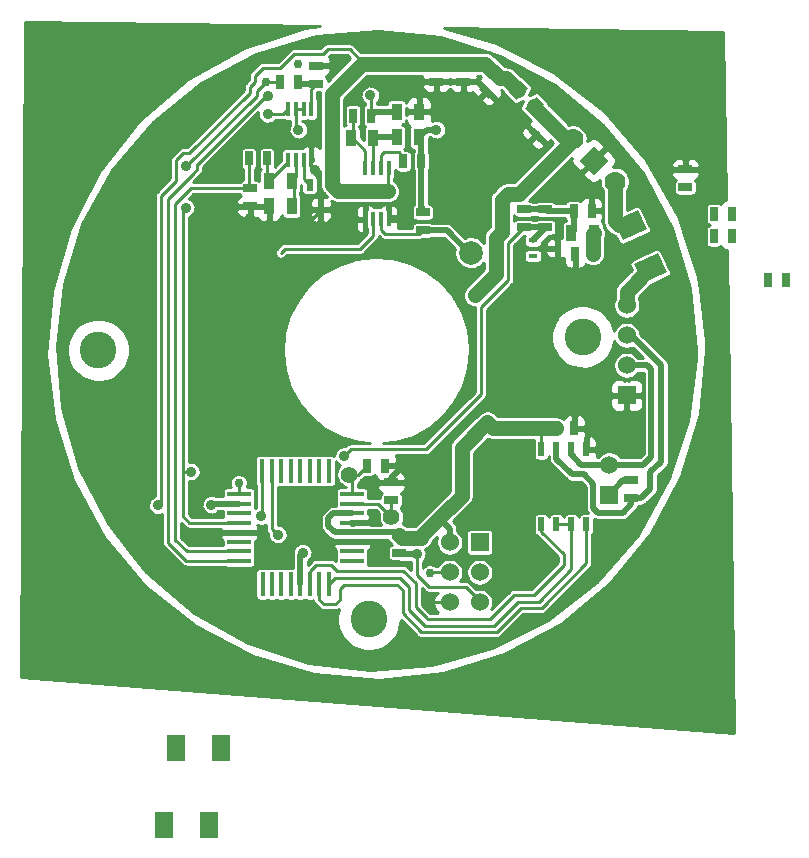
<source format=gtl>
G04 (created by PCBNEW (2013-mar-13)-testing) date Wed 22 May 2013 10:15:49 PM CEST*
%MOIN*%
G04 Gerber Fmt 3.4, Leading zero omitted, Abs format*
%FSLAX34Y34*%
G01*
G70*
G90*
G04 APERTURE LIST*
%ADD10C,0.005906*%
%ADD11C,0.078740*%
%ADD12C,0.122047*%
%ADD13R,0.015000X0.050000*%
%ADD14R,0.023600X0.039400*%
%ADD15R,0.025000X0.045000*%
%ADD16R,0.045000X0.025000*%
%ADD17R,0.028000X0.018000*%
%ADD18R,0.035000X0.055000*%
%ADD19R,0.060000X0.060000*%
%ADD20C,0.060000*%
%ADD21C,0.056000*%
%ADD22R,0.020000X0.045000*%
%ADD23R,0.078700X0.017700*%
%ADD24R,0.017700X0.078700*%
%ADD25R,0.063000X0.086600*%
%ADD26C,0.070000*%
%ADD27C,0.030000*%
%ADD28C,0.035000*%
%ADD29C,0.010000*%
%ADD30C,0.020000*%
%ADD31C,0.050000*%
G04 APERTURE END LIST*
G54D10*
G54D11*
X97650Y-55800D03*
G54D12*
X85236Y-59050D03*
G54D13*
X94141Y-54675D03*
X94397Y-54675D03*
X94653Y-54675D03*
X94909Y-54675D03*
X94909Y-52975D03*
X94653Y-52975D03*
X94397Y-52975D03*
X94141Y-52975D03*
G54D14*
X93025Y-53534D03*
X92650Y-54366D03*
X92275Y-53534D03*
G54D15*
X101725Y-55850D03*
X101125Y-55850D03*
G54D16*
X104800Y-53620D03*
X104800Y-53020D03*
G54D15*
X101075Y-54400D03*
X101675Y-54400D03*
G54D10*
G36*
X100191Y-51190D02*
X100509Y-51508D01*
X100332Y-51685D01*
X100014Y-51367D01*
X100191Y-51190D01*
X100191Y-51190D01*
G37*
G36*
X99767Y-51614D02*
X100085Y-51932D01*
X99908Y-52109D01*
X99590Y-51791D01*
X99767Y-51614D01*
X99767Y-51614D01*
G37*
G36*
X98541Y-49740D02*
X98859Y-50058D01*
X98682Y-50235D01*
X98364Y-49917D01*
X98541Y-49740D01*
X98541Y-49740D01*
G37*
G36*
X98117Y-50164D02*
X98435Y-50482D01*
X98258Y-50659D01*
X97940Y-50341D01*
X98117Y-50164D01*
X98117Y-50164D01*
G37*
G54D16*
X97400Y-49500D03*
X97400Y-50100D03*
X96500Y-49500D03*
X96500Y-50100D03*
G54D15*
X94200Y-62900D03*
X94800Y-62900D03*
G54D16*
X95000Y-64050D03*
X95000Y-63450D03*
G54D15*
X100500Y-61650D03*
X101100Y-61650D03*
G54D17*
X99725Y-55390D03*
X99725Y-55910D03*
X100525Y-55650D03*
G54D18*
X101750Y-55150D03*
X101000Y-55150D03*
G54D10*
G36*
X100083Y-50844D02*
X99694Y-51233D01*
X99446Y-50985D01*
X99835Y-50596D01*
X100083Y-50844D01*
X100083Y-50844D01*
G37*
G36*
X99553Y-50314D02*
X99164Y-50703D01*
X98916Y-50455D01*
X99305Y-50066D01*
X99553Y-50314D01*
X99553Y-50314D01*
G37*
G54D19*
X102850Y-60555D03*
G54D20*
X102850Y-59555D03*
X102850Y-58555D03*
X102850Y-57555D03*
G54D21*
X95007Y-64607D03*
X93592Y-63192D03*
G54D22*
X100000Y-62350D03*
X100500Y-62350D03*
X101000Y-62350D03*
X101500Y-62350D03*
X101500Y-64850D03*
X101000Y-64850D03*
X100500Y-64850D03*
X100000Y-64850D03*
G54D18*
X95175Y-51100D03*
X95925Y-51100D03*
G54D19*
X97950Y-65450D03*
G54D20*
X96950Y-65450D03*
X97950Y-66450D03*
X96950Y-66450D03*
X97950Y-67450D03*
X96950Y-67450D03*
G54D19*
X102260Y-63860D03*
G54D20*
X102260Y-62860D03*
G54D16*
X96050Y-55050D03*
X96050Y-54450D03*
X100125Y-54950D03*
X100125Y-54350D03*
G54D15*
X93725Y-51225D03*
X94325Y-51225D03*
G54D16*
X103000Y-63380D03*
X103000Y-63980D03*
X95250Y-65200D03*
X95250Y-65800D03*
G54D13*
X91566Y-52700D03*
X91822Y-52700D03*
X92078Y-52700D03*
X92334Y-52700D03*
X92334Y-51000D03*
X92078Y-51000D03*
X91822Y-51000D03*
X91566Y-51000D03*
G54D23*
X93696Y-63857D03*
X93696Y-64172D03*
X93696Y-64487D03*
X93696Y-64802D03*
X93696Y-65117D03*
X93696Y-65432D03*
X93696Y-65747D03*
X93696Y-66062D03*
X89930Y-66060D03*
X89930Y-63850D03*
X89930Y-64170D03*
X89930Y-64490D03*
X89930Y-64800D03*
X89930Y-65120D03*
X89930Y-65430D03*
X89930Y-65750D03*
G54D24*
X92912Y-66850D03*
X92598Y-66850D03*
X92282Y-66850D03*
X91968Y-66850D03*
X91652Y-66850D03*
X91338Y-66850D03*
X91022Y-66850D03*
X90708Y-66850D03*
X92910Y-63070D03*
X92600Y-63070D03*
X92280Y-63070D03*
X91970Y-63070D03*
X91660Y-63070D03*
X91340Y-63070D03*
X91020Y-63070D03*
X90700Y-63070D03*
G54D10*
G36*
X104176Y-56454D02*
X103391Y-56820D01*
X103091Y-56177D01*
X103876Y-55811D01*
X104176Y-56454D01*
X104176Y-56454D01*
G37*
G36*
X103508Y-55022D02*
X102723Y-55388D01*
X102423Y-54745D01*
X103208Y-54379D01*
X103508Y-55022D01*
X103508Y-55022D01*
G37*
G54D12*
X94256Y-68015D03*
X101386Y-58605D03*
G54D16*
X90300Y-53650D03*
X90300Y-54250D03*
G54D15*
X107550Y-56700D03*
X108150Y-56700D03*
X105750Y-55250D03*
X106350Y-55250D03*
X105750Y-54500D03*
X106350Y-54500D03*
X95400Y-52750D03*
X96000Y-52750D03*
G54D16*
X92500Y-49560D03*
X92500Y-50160D03*
G54D15*
X91900Y-50100D03*
X91300Y-50100D03*
X90850Y-52650D03*
X90250Y-52650D03*
G54D16*
X99425Y-54950D03*
X99425Y-54350D03*
G54D18*
X95175Y-51950D03*
X95925Y-51950D03*
X93650Y-51975D03*
X94400Y-51975D03*
X90925Y-54250D03*
X91675Y-54250D03*
X91675Y-53400D03*
X90925Y-53400D03*
G54D25*
X87812Y-72300D03*
X89308Y-72300D03*
X87412Y-74860D03*
X88908Y-74860D03*
G54D26*
X102457Y-53432D03*
G54D10*
G36*
X101750Y-53219D02*
X101255Y-52725D01*
X101750Y-52230D01*
X102244Y-52725D01*
X101750Y-53219D01*
X101750Y-53219D01*
G37*
G54D26*
X101042Y-52017D03*
G54D27*
X91880Y-49520D03*
X90840Y-50100D03*
G54D28*
X88150Y-54300D03*
X88160Y-52920D03*
X93425Y-62575D03*
X88320Y-63100D03*
X90660Y-64580D03*
G54D27*
X96300Y-66480D03*
G54D28*
X91220Y-65200D03*
X95850Y-65850D03*
X92050Y-65800D03*
G54D27*
X89920Y-63480D03*
G54D28*
X94300Y-50550D03*
X90880Y-50560D03*
G54D27*
X93180Y-49360D03*
X99180Y-62240D03*
X96320Y-67640D03*
X96300Y-67280D03*
G54D28*
X92220Y-54640D03*
X89625Y-54150D03*
X89625Y-54675D03*
X90300Y-54650D03*
X92675Y-55150D03*
X93475Y-55050D03*
X93550Y-54425D03*
X95450Y-54450D03*
X94825Y-55550D03*
X95500Y-55550D03*
X96100Y-55600D03*
X95720Y-48880D03*
X95700Y-50100D03*
X96200Y-63050D03*
X96200Y-63650D03*
X95700Y-64000D03*
X95700Y-63400D03*
X95400Y-62900D03*
X92450Y-53050D03*
X94440Y-64500D03*
X96500Y-51700D03*
X91900Y-51700D03*
X87220Y-64220D03*
X90875Y-51175D03*
X93025Y-52350D03*
X94850Y-53750D03*
X93050Y-51150D03*
X89000Y-64200D03*
G54D27*
X97780Y-57220D03*
G54D28*
X98200Y-61450D03*
G54D29*
X97400Y-68230D02*
X96110Y-68230D01*
X93122Y-66640D02*
X92912Y-66850D01*
X95299Y-66640D02*
X93122Y-66640D01*
X95598Y-66938D02*
X95299Y-66640D01*
X95598Y-67718D02*
X95598Y-66938D01*
X96110Y-68230D02*
X95598Y-67718D01*
X101000Y-64850D02*
X101000Y-66350D01*
X98420Y-68230D02*
X97400Y-68230D01*
X99220Y-67430D02*
X98420Y-68230D01*
X99920Y-67430D02*
X99220Y-67430D01*
X101000Y-66350D02*
X99920Y-67430D01*
X100500Y-64850D02*
X101000Y-64850D01*
G54D30*
X103660Y-62160D02*
X103660Y-62600D01*
X103535Y-59555D02*
X103660Y-59680D01*
X103660Y-59680D02*
X103660Y-62160D01*
X102850Y-59555D02*
X103535Y-59555D01*
X103400Y-62860D02*
X102260Y-62860D01*
X103660Y-62600D02*
X103400Y-62860D01*
X101000Y-62350D02*
X101000Y-62520D01*
X101340Y-62860D02*
X102260Y-62860D01*
X101000Y-62520D02*
X101340Y-62860D01*
G54D29*
X87800Y-60225D02*
X87800Y-61620D01*
X87800Y-63460D02*
X87800Y-65375D01*
X87800Y-61620D02*
X87800Y-63460D01*
X87800Y-65375D02*
X87800Y-65400D01*
X87800Y-65400D02*
X87800Y-65375D01*
X90300Y-53650D02*
X88325Y-53650D01*
X88175Y-65750D02*
X89930Y-65750D01*
X87800Y-65375D02*
X88175Y-65750D01*
X87800Y-54175D02*
X87800Y-60225D01*
X88325Y-53650D02*
X87800Y-54175D01*
X90250Y-52650D02*
X90250Y-53600D01*
X90250Y-53600D02*
X90300Y-53650D01*
X90520Y-50560D02*
X90520Y-50420D01*
X90520Y-50420D02*
X90840Y-50100D01*
X91300Y-50100D02*
X90840Y-50100D01*
X88160Y-52920D02*
X90520Y-50560D01*
X90520Y-50560D02*
X90520Y-50560D01*
X88050Y-63700D02*
X88050Y-64590D01*
X88050Y-63120D02*
X88050Y-63700D01*
X88050Y-64590D02*
X88260Y-64800D01*
X88320Y-63100D02*
X88300Y-63120D01*
X88300Y-63120D02*
X88050Y-63120D01*
X88050Y-63120D02*
X88050Y-60300D01*
X88050Y-60300D02*
X88050Y-54400D01*
X88050Y-54400D02*
X88150Y-54300D01*
X97980Y-60360D02*
X97980Y-60520D01*
X96150Y-62350D02*
X93650Y-62350D01*
X93650Y-62350D02*
X93425Y-62575D01*
X97980Y-57620D02*
X97980Y-60360D01*
X98900Y-55475D02*
X99425Y-54950D01*
X98900Y-56700D02*
X98450Y-57150D01*
X98900Y-55475D02*
X98900Y-56700D01*
X98450Y-57150D02*
X97980Y-57620D01*
X97950Y-60550D02*
X96150Y-62350D01*
X97980Y-60520D02*
X97950Y-60550D01*
X88320Y-63100D02*
X88270Y-63100D01*
X89930Y-64800D02*
X88260Y-64800D01*
G54D30*
X99425Y-54950D02*
X100125Y-54950D01*
X100125Y-54950D02*
X100125Y-54990D01*
X100125Y-54990D02*
X99725Y-55390D01*
X104000Y-62760D02*
X103640Y-63120D01*
X103320Y-63980D02*
X103000Y-63980D01*
X103640Y-63660D02*
X103320Y-63980D01*
X103640Y-63120D02*
X103640Y-63660D01*
X100500Y-62350D02*
X100500Y-62660D01*
X100500Y-62660D02*
X101020Y-63180D01*
X101020Y-63180D02*
X101420Y-63180D01*
X101420Y-63180D02*
X101740Y-63500D01*
X101740Y-63500D02*
X101740Y-64300D01*
X101740Y-64300D02*
X101900Y-64460D01*
X101900Y-64460D02*
X102720Y-64460D01*
X102720Y-64460D02*
X103000Y-64180D01*
X103000Y-64180D02*
X103000Y-63980D01*
X104000Y-61840D02*
X104000Y-62760D01*
X102850Y-58555D02*
X103005Y-58555D01*
X103005Y-58555D02*
X104000Y-59550D01*
X104000Y-61900D02*
X104000Y-61840D01*
X104000Y-61840D02*
X104000Y-61900D01*
X104000Y-59550D02*
X104000Y-61900D01*
G54D29*
X94400Y-51975D02*
X94400Y-52972D01*
X94400Y-52972D02*
X94397Y-52975D01*
G54D30*
X95175Y-51950D02*
X94425Y-51950D01*
X94425Y-51950D02*
X94400Y-51975D01*
G54D29*
X90700Y-63070D02*
X90700Y-64540D01*
X90700Y-64540D02*
X90660Y-64580D01*
X96950Y-66450D02*
X96330Y-66450D01*
X96330Y-66450D02*
X96300Y-66480D01*
X91020Y-65000D02*
X91020Y-63070D01*
X91220Y-65200D02*
X91020Y-65000D01*
X97950Y-67450D02*
X97950Y-67410D01*
X95850Y-66530D02*
X95850Y-65850D01*
X96260Y-66940D02*
X95850Y-66530D01*
X97480Y-66940D02*
X96260Y-66940D01*
X97950Y-67410D02*
X97480Y-66940D01*
G54D30*
X91968Y-66850D02*
X91968Y-65882D01*
X95300Y-65850D02*
X95250Y-65800D01*
X95850Y-65850D02*
X95300Y-65850D01*
X91968Y-65882D02*
X92050Y-65800D01*
G54D29*
X96180Y-67980D02*
X96200Y-68000D01*
X96200Y-68000D02*
X97280Y-68000D01*
X95400Y-66400D02*
X93200Y-66400D01*
X95820Y-66820D02*
X95400Y-66400D01*
X95820Y-67620D02*
X95820Y-66820D01*
X96180Y-67980D02*
X95820Y-67620D01*
X100000Y-64850D02*
X100000Y-65100D01*
X98300Y-68000D02*
X97280Y-68000D01*
X99100Y-67200D02*
X98300Y-68000D01*
X99750Y-67200D02*
X99100Y-67200D01*
X100750Y-66200D02*
X99750Y-67200D01*
X100750Y-65850D02*
X100750Y-66200D01*
X100000Y-65100D02*
X100750Y-65850D01*
X92282Y-66418D02*
X92282Y-66850D01*
X92500Y-66200D02*
X92282Y-66418D01*
X93000Y-66200D02*
X92500Y-66200D01*
X93200Y-66400D02*
X93000Y-66200D01*
X97280Y-68000D02*
X97200Y-68000D01*
X89930Y-63850D02*
X89920Y-63840D01*
X89920Y-63840D02*
X89920Y-63480D01*
G54D30*
X102260Y-63860D02*
X102740Y-63380D01*
X102740Y-63380D02*
X103000Y-63380D01*
G54D29*
X94397Y-54675D02*
X94397Y-55228D01*
X91444Y-55675D02*
X91319Y-55800D01*
X93950Y-55675D02*
X91444Y-55675D01*
X94397Y-55228D02*
X93950Y-55675D01*
G54D30*
X97605Y-55800D02*
X96855Y-55050D01*
X96855Y-55050D02*
X96050Y-55050D01*
G54D29*
X94653Y-54675D02*
X94650Y-54678D01*
X94650Y-54678D02*
X94650Y-55025D01*
X94650Y-55025D02*
X94800Y-55175D01*
X94800Y-55175D02*
X95925Y-55175D01*
X95925Y-55175D02*
X96050Y-55050D01*
X97500Y-68440D02*
X96000Y-68440D01*
X92760Y-67520D02*
X92598Y-67358D01*
X93140Y-67520D02*
X92760Y-67520D01*
X93280Y-67380D02*
X93140Y-67520D01*
X93280Y-67020D02*
X93280Y-67380D01*
X93440Y-66860D02*
X93280Y-67020D01*
X95199Y-66860D02*
X93440Y-66860D01*
X95380Y-67040D02*
X95199Y-66860D01*
X95380Y-67820D02*
X95380Y-67040D01*
X96000Y-68440D02*
X95380Y-67820D01*
X101500Y-64850D02*
X101500Y-66150D01*
X92598Y-67358D02*
X92598Y-66850D01*
X98510Y-68440D02*
X97500Y-68440D01*
X99310Y-67640D02*
X98510Y-68440D01*
X100010Y-67640D02*
X99310Y-67640D01*
X101500Y-66150D02*
X100010Y-67640D01*
X88531Y-52831D02*
X88548Y-52831D01*
X88548Y-52831D02*
X90720Y-50660D01*
X88375Y-53175D02*
X88531Y-53018D01*
X88531Y-53018D02*
X88531Y-52831D01*
X90880Y-50560D02*
X90780Y-50660D01*
X90780Y-50660D02*
X90720Y-50660D01*
X94325Y-50575D02*
X94300Y-50550D01*
X94325Y-50575D02*
X94325Y-51225D01*
X87550Y-54000D02*
X88375Y-53175D01*
X87550Y-58075D02*
X87550Y-54000D01*
X87550Y-60100D02*
X87550Y-65450D01*
X87560Y-65440D02*
X87560Y-65460D01*
X87550Y-65450D02*
X87560Y-65440D01*
X89930Y-66060D02*
X88160Y-66060D01*
X87560Y-65460D02*
X88160Y-66060D01*
X87550Y-58050D02*
X87550Y-58075D01*
X87550Y-58075D02*
X87550Y-60100D01*
G54D30*
X94325Y-51225D02*
X94450Y-51100D01*
X94450Y-51100D02*
X95175Y-51100D01*
X92500Y-49560D02*
X92980Y-49560D01*
X92980Y-49560D02*
X93180Y-49360D01*
G54D29*
X96950Y-67450D02*
X96290Y-67450D01*
X96290Y-67450D02*
X96300Y-67280D01*
X92650Y-54366D02*
X92376Y-54640D01*
X92376Y-54640D02*
X92220Y-54640D01*
X90300Y-54250D02*
X90300Y-54650D01*
X89625Y-54675D02*
X89625Y-54150D01*
X94141Y-54675D02*
X93800Y-54675D01*
X93375Y-55150D02*
X92675Y-55150D01*
X93475Y-55050D02*
X93375Y-55150D01*
X93800Y-54675D02*
X93550Y-54425D01*
X95325Y-54575D02*
X95450Y-54450D01*
X94909Y-54575D02*
X95325Y-54575D01*
X96050Y-55550D02*
X95500Y-55550D01*
X96100Y-55600D02*
X96050Y-55550D01*
G54D30*
X95700Y-50100D02*
X96500Y-50100D01*
X95000Y-63450D02*
X95000Y-63300D01*
X96200Y-63650D02*
X96200Y-63050D01*
X95700Y-63400D02*
X95700Y-64000D01*
X95000Y-63300D02*
X95400Y-62900D01*
G54D29*
X92334Y-52700D02*
X92334Y-52084D01*
X92300Y-52050D02*
X90900Y-52100D01*
X92334Y-52084D02*
X92300Y-52050D01*
X92334Y-52700D02*
X92334Y-52934D01*
X92334Y-52934D02*
X92450Y-53050D01*
G54D30*
X93696Y-64802D02*
X94298Y-64802D01*
X94298Y-64802D02*
X94440Y-64500D01*
G54D29*
X92334Y-52700D02*
X92334Y-52166D01*
X92334Y-52166D02*
X92350Y-52150D01*
G54D30*
X92500Y-50160D02*
X91960Y-50160D01*
X91960Y-50160D02*
X91900Y-50100D01*
G54D29*
X92334Y-51000D02*
X92334Y-50326D01*
X92334Y-50326D02*
X92500Y-50160D01*
X91960Y-50160D02*
X91900Y-50100D01*
X95400Y-52750D02*
X95400Y-52600D01*
X94653Y-52547D02*
X94653Y-52875D01*
X94750Y-52450D02*
X94653Y-52547D01*
X95250Y-52450D02*
X94750Y-52450D01*
X95400Y-52600D02*
X95250Y-52450D01*
G54D31*
X102850Y-57555D02*
X102850Y-57099D01*
X102850Y-57099D02*
X103633Y-56315D01*
G54D29*
X94141Y-52875D02*
X94141Y-52391D01*
X94141Y-52391D02*
X93725Y-51975D01*
X93725Y-51975D02*
X93725Y-51225D01*
X91822Y-51622D02*
X91900Y-51700D01*
X91822Y-51000D02*
X91822Y-51622D01*
G54D30*
X96175Y-51700D02*
X96500Y-51700D01*
X96175Y-51700D02*
X95925Y-51950D01*
X96050Y-54350D02*
X96000Y-54300D01*
X96000Y-54300D02*
X96000Y-52750D01*
X96000Y-52750D02*
X96000Y-52025D01*
X96000Y-52025D02*
X95925Y-51950D01*
G54D29*
X92078Y-51000D02*
X91822Y-51000D01*
X92078Y-52700D02*
X92078Y-53337D01*
X92078Y-53337D02*
X92275Y-53534D01*
X91822Y-52700D02*
X91822Y-53278D01*
X91822Y-53278D02*
X91750Y-53350D01*
X91750Y-53350D02*
X91750Y-54100D01*
X90850Y-52650D02*
X90850Y-53325D01*
X90850Y-53325D02*
X90925Y-53400D01*
X91566Y-52700D02*
X91566Y-52759D01*
X91566Y-52759D02*
X90925Y-53400D01*
G54D30*
X100125Y-54350D02*
X99425Y-54350D01*
X101075Y-54400D02*
X100175Y-54400D01*
X100175Y-54400D02*
X100125Y-54350D01*
X101075Y-54400D02*
X101075Y-55075D01*
X101075Y-55075D02*
X101000Y-55150D01*
G54D29*
X94200Y-62900D02*
X93907Y-63192D01*
X93907Y-63192D02*
X93592Y-63192D01*
X93696Y-63857D02*
X93696Y-63296D01*
X93696Y-63296D02*
X93592Y-63192D01*
X95007Y-64607D02*
X95000Y-64600D01*
X95000Y-64600D02*
X95000Y-64050D01*
X93696Y-64172D02*
X94572Y-64172D01*
X94572Y-64172D02*
X95007Y-64607D01*
X92200Y-49180D02*
X92720Y-49180D01*
X92720Y-49180D02*
X92880Y-49020D01*
X91760Y-49180D02*
X92200Y-49180D01*
X88060Y-52480D02*
X88268Y-52480D01*
X88268Y-52480D02*
X90288Y-50460D01*
X90280Y-50280D02*
X90460Y-50111D01*
X93620Y-49020D02*
X94100Y-49500D01*
X90280Y-50451D02*
X90280Y-50280D01*
X90288Y-50460D02*
X90280Y-50451D01*
X91300Y-49640D02*
X91760Y-49180D01*
X92880Y-49020D02*
X93620Y-49020D01*
X90820Y-49640D02*
X91300Y-49640D01*
X90711Y-49640D02*
X90820Y-49640D01*
X90460Y-49891D02*
X90711Y-49640D01*
X90460Y-50111D02*
X90460Y-49891D01*
X87820Y-52720D02*
X88060Y-52480D01*
X87320Y-60020D02*
X87320Y-64120D01*
X87320Y-64120D02*
X87220Y-64220D01*
X89000Y-64200D02*
X89030Y-64170D01*
X89030Y-64170D02*
X89930Y-64170D01*
X87820Y-53400D02*
X87820Y-52720D01*
X87320Y-53900D02*
X87820Y-53400D01*
X87320Y-60020D02*
X87320Y-53900D01*
X91566Y-51000D02*
X91391Y-51175D01*
X91391Y-51175D02*
X90875Y-51175D01*
X93025Y-52350D02*
X93025Y-52225D01*
X93025Y-52225D02*
X93000Y-52225D01*
X93000Y-52225D02*
X93025Y-52225D01*
G54D31*
X94100Y-49500D02*
X94025Y-49500D01*
X93025Y-50500D02*
X93025Y-52225D01*
X94025Y-49500D02*
X93025Y-50500D01*
G54D29*
X94850Y-53750D02*
X94900Y-53750D01*
X94909Y-52875D02*
X94900Y-52884D01*
G54D31*
X94900Y-53750D02*
X93241Y-53750D01*
X93241Y-53750D02*
X93025Y-53534D01*
G54D29*
X94900Y-52884D02*
X94900Y-53750D01*
X93050Y-52325D02*
X93025Y-52325D01*
X93025Y-52325D02*
X93050Y-52325D01*
X93050Y-52325D02*
X93025Y-52325D01*
G54D31*
X96500Y-49500D02*
X94100Y-49500D01*
X94100Y-49500D02*
X94050Y-49500D01*
X93025Y-52225D02*
X93025Y-52325D01*
X93025Y-52325D02*
X93025Y-53534D01*
G54D30*
X89930Y-64170D02*
X89030Y-64170D01*
X89030Y-64170D02*
X89000Y-64200D01*
G54D31*
X97400Y-49500D02*
X96500Y-49500D01*
X98612Y-49987D02*
X98124Y-49500D01*
X98124Y-49500D02*
X97400Y-49500D01*
X99234Y-50384D02*
X98837Y-49987D01*
X98837Y-49987D02*
X98612Y-49987D01*
X102966Y-54884D02*
X102598Y-54884D01*
X102598Y-54884D02*
X102457Y-54742D01*
X102457Y-53457D02*
X102457Y-54742D01*
X101725Y-55750D02*
X101725Y-55850D01*
X101725Y-55850D02*
X101725Y-55175D01*
X101725Y-55175D02*
X101750Y-55150D01*
G54D30*
X101800Y-55200D02*
X101750Y-55150D01*
G54D31*
X99260Y-53840D02*
X98880Y-53840D01*
X101042Y-52017D02*
X101042Y-52057D01*
X101042Y-52057D02*
X99260Y-53840D01*
X98880Y-53840D02*
X98675Y-54045D01*
X98675Y-54045D02*
X98675Y-55105D01*
X98480Y-56520D02*
X97780Y-57220D01*
X98480Y-55300D02*
X98480Y-56520D01*
X98675Y-55105D02*
X98480Y-55300D01*
X97350Y-62300D02*
X97350Y-63900D01*
X98200Y-61450D02*
X97350Y-62300D01*
X98200Y-61450D02*
X98400Y-61650D01*
X97350Y-63900D02*
X96600Y-64650D01*
X96000Y-65300D02*
X96000Y-65250D01*
X96000Y-65250D02*
X96600Y-64650D01*
G54D30*
X96950Y-65000D02*
X96600Y-64650D01*
X96600Y-64650D02*
X96600Y-64600D01*
X96600Y-64600D02*
X96600Y-64650D01*
G54D31*
X98400Y-61650D02*
X100000Y-61650D01*
X95950Y-65300D02*
X96000Y-65300D01*
G54D29*
X100000Y-62350D02*
X100000Y-61650D01*
X100000Y-61650D02*
X100000Y-61700D01*
X100000Y-61700D02*
X100000Y-61650D01*
G54D31*
X100000Y-61650D02*
X100500Y-61650D01*
G54D30*
X96950Y-65450D02*
X96950Y-65000D01*
G54D31*
X101042Y-52057D02*
X100000Y-53100D01*
X101042Y-52042D02*
X101042Y-52057D01*
G54D30*
X93696Y-65117D02*
X95167Y-65117D01*
X95167Y-65117D02*
X95250Y-65200D01*
G54D31*
X96000Y-65300D02*
X95350Y-65300D01*
X95350Y-65300D02*
X95250Y-65200D01*
G54D30*
X93696Y-64487D02*
X93063Y-64487D01*
X93117Y-65117D02*
X93696Y-65117D01*
X92900Y-64900D02*
X93117Y-65117D01*
X92900Y-64650D02*
X92900Y-64900D01*
X93063Y-64487D02*
X92900Y-64650D01*
G54D31*
X101042Y-52042D02*
X100867Y-52042D01*
X100867Y-52042D02*
X100262Y-51437D01*
X99765Y-50915D02*
X99765Y-50940D01*
X99765Y-50940D02*
X100262Y-51437D01*
G54D10*
G36*
X92631Y-50435D02*
X92629Y-50457D01*
X92625Y-50494D01*
X92625Y-50498D01*
X92625Y-50498D01*
X92625Y-50498D01*
X92625Y-50500D01*
X92625Y-52225D01*
X92625Y-52323D01*
X92603Y-52290D01*
X92568Y-52255D01*
X92527Y-52228D01*
X92481Y-52209D01*
X92433Y-52200D01*
X92371Y-52262D01*
X92371Y-52650D01*
X92391Y-52650D01*
X92391Y-52750D01*
X92371Y-52750D01*
X92371Y-52757D01*
X92303Y-52757D01*
X92303Y-52435D01*
X92297Y-52406D01*
X92296Y-52404D01*
X92296Y-52262D01*
X92234Y-52200D01*
X92186Y-52209D01*
X92140Y-52228D01*
X92099Y-52255D01*
X92064Y-52290D01*
X92058Y-52300D01*
X91988Y-52300D01*
X91959Y-52305D01*
X91950Y-52309D01*
X91940Y-52305D01*
X91911Y-52300D01*
X91882Y-52300D01*
X91732Y-52300D01*
X91703Y-52305D01*
X91694Y-52309D01*
X91684Y-52305D01*
X91655Y-52300D01*
X91626Y-52300D01*
X91476Y-52300D01*
X91447Y-52305D01*
X91419Y-52317D01*
X91395Y-52333D01*
X91374Y-52354D01*
X91358Y-52378D01*
X91346Y-52406D01*
X91341Y-52435D01*
X91341Y-52464D01*
X91341Y-52701D01*
X91116Y-52925D01*
X91119Y-52918D01*
X91125Y-52889D01*
X91125Y-52860D01*
X91125Y-52410D01*
X91119Y-52381D01*
X91107Y-52353D01*
X91091Y-52329D01*
X91070Y-52308D01*
X91046Y-52292D01*
X91018Y-52280D01*
X90989Y-52275D01*
X90960Y-52275D01*
X90710Y-52275D01*
X90681Y-52280D01*
X90653Y-52292D01*
X90629Y-52308D01*
X90608Y-52329D01*
X90592Y-52353D01*
X90580Y-52381D01*
X90575Y-52410D01*
X90575Y-52439D01*
X90575Y-52889D01*
X90580Y-52918D01*
X90592Y-52946D01*
X90608Y-52970D01*
X90629Y-52991D01*
X90650Y-53005D01*
X90650Y-53012D01*
X90633Y-53029D01*
X90617Y-53053D01*
X90605Y-53081D01*
X90600Y-53110D01*
X90600Y-53139D01*
X90600Y-53394D01*
X90596Y-53392D01*
X90568Y-53380D01*
X90539Y-53375D01*
X90510Y-53375D01*
X90450Y-53375D01*
X90450Y-53005D01*
X90470Y-52991D01*
X90491Y-52970D01*
X90507Y-52946D01*
X90519Y-52918D01*
X90525Y-52889D01*
X90525Y-52860D01*
X90525Y-52410D01*
X90519Y-52381D01*
X90507Y-52353D01*
X90491Y-52329D01*
X90470Y-52308D01*
X90446Y-52292D01*
X90418Y-52280D01*
X90389Y-52275D01*
X90360Y-52275D01*
X90110Y-52275D01*
X90081Y-52280D01*
X90053Y-52292D01*
X90029Y-52308D01*
X90008Y-52329D01*
X89992Y-52353D01*
X89980Y-52381D01*
X89975Y-52410D01*
X89975Y-52439D01*
X89975Y-52889D01*
X89980Y-52918D01*
X89992Y-52946D01*
X90008Y-52970D01*
X90029Y-52991D01*
X90050Y-53005D01*
X90050Y-53377D01*
X90031Y-53380D01*
X90003Y-53392D01*
X89979Y-53408D01*
X89958Y-53429D01*
X89944Y-53450D01*
X88382Y-53450D01*
X88516Y-53316D01*
X88516Y-53316D01*
X88516Y-53316D01*
X88672Y-53159D01*
X88684Y-53145D01*
X88696Y-53131D01*
X88696Y-53130D01*
X88697Y-53129D01*
X88706Y-53113D01*
X88715Y-53097D01*
X88715Y-53096D01*
X88716Y-53095D01*
X88721Y-53077D01*
X88727Y-53060D01*
X88727Y-53059D01*
X88727Y-53058D01*
X88729Y-53039D01*
X88731Y-53021D01*
X88731Y-53019D01*
X88731Y-53019D01*
X88731Y-53019D01*
X88731Y-53018D01*
X88731Y-52931D01*
X90557Y-51105D01*
X90550Y-51138D01*
X90549Y-51202D01*
X90561Y-51265D01*
X90584Y-51324D01*
X90619Y-51377D01*
X90663Y-51423D01*
X90715Y-51460D01*
X90774Y-51485D01*
X90836Y-51499D01*
X90900Y-51500D01*
X90962Y-51489D01*
X91022Y-51466D01*
X91076Y-51432D01*
X91122Y-51388D01*
X91131Y-51375D01*
X91391Y-51375D01*
X91405Y-51373D01*
X91419Y-51382D01*
X91447Y-51394D01*
X91476Y-51400D01*
X91505Y-51400D01*
X91622Y-51400D01*
X91622Y-51530D01*
X91613Y-51542D01*
X91588Y-51601D01*
X91575Y-51663D01*
X91574Y-51727D01*
X91586Y-51790D01*
X91609Y-51849D01*
X91644Y-51902D01*
X91688Y-51948D01*
X91740Y-51985D01*
X91799Y-52010D01*
X91861Y-52024D01*
X91925Y-52025D01*
X91987Y-52014D01*
X92047Y-51991D01*
X92101Y-51957D01*
X92147Y-51913D01*
X92183Y-51861D01*
X92209Y-51803D01*
X92223Y-51740D01*
X92225Y-51668D01*
X92212Y-51605D01*
X92188Y-51546D01*
X92153Y-51493D01*
X92108Y-51448D01*
X92055Y-51412D01*
X92025Y-51400D01*
X92167Y-51400D01*
X92196Y-51394D01*
X92205Y-51390D01*
X92215Y-51394D01*
X92244Y-51400D01*
X92273Y-51400D01*
X92423Y-51400D01*
X92452Y-51394D01*
X92480Y-51382D01*
X92504Y-51366D01*
X92525Y-51345D01*
X92541Y-51321D01*
X92553Y-51293D01*
X92559Y-51264D01*
X92559Y-51235D01*
X92559Y-50735D01*
X92553Y-50706D01*
X92541Y-50678D01*
X92534Y-50667D01*
X92534Y-50435D01*
X92631Y-50435D01*
X92631Y-50435D01*
G37*
G54D29*
X92631Y-50435D02*
X92629Y-50457D01*
X92625Y-50494D01*
X92625Y-50498D01*
X92625Y-50498D01*
X92625Y-50498D01*
X92625Y-50500D01*
X92625Y-52225D01*
X92625Y-52323D01*
X92603Y-52290D01*
X92568Y-52255D01*
X92527Y-52228D01*
X92481Y-52209D01*
X92433Y-52200D01*
X92371Y-52262D01*
X92371Y-52650D01*
X92391Y-52650D01*
X92391Y-52750D01*
X92371Y-52750D01*
X92371Y-52757D01*
X92303Y-52757D01*
X92303Y-52435D01*
X92297Y-52406D01*
X92296Y-52404D01*
X92296Y-52262D01*
X92234Y-52200D01*
X92186Y-52209D01*
X92140Y-52228D01*
X92099Y-52255D01*
X92064Y-52290D01*
X92058Y-52300D01*
X91988Y-52300D01*
X91959Y-52305D01*
X91950Y-52309D01*
X91940Y-52305D01*
X91911Y-52300D01*
X91882Y-52300D01*
X91732Y-52300D01*
X91703Y-52305D01*
X91694Y-52309D01*
X91684Y-52305D01*
X91655Y-52300D01*
X91626Y-52300D01*
X91476Y-52300D01*
X91447Y-52305D01*
X91419Y-52317D01*
X91395Y-52333D01*
X91374Y-52354D01*
X91358Y-52378D01*
X91346Y-52406D01*
X91341Y-52435D01*
X91341Y-52464D01*
X91341Y-52701D01*
X91116Y-52925D01*
X91119Y-52918D01*
X91125Y-52889D01*
X91125Y-52860D01*
X91125Y-52410D01*
X91119Y-52381D01*
X91107Y-52353D01*
X91091Y-52329D01*
X91070Y-52308D01*
X91046Y-52292D01*
X91018Y-52280D01*
X90989Y-52275D01*
X90960Y-52275D01*
X90710Y-52275D01*
X90681Y-52280D01*
X90653Y-52292D01*
X90629Y-52308D01*
X90608Y-52329D01*
X90592Y-52353D01*
X90580Y-52381D01*
X90575Y-52410D01*
X90575Y-52439D01*
X90575Y-52889D01*
X90580Y-52918D01*
X90592Y-52946D01*
X90608Y-52970D01*
X90629Y-52991D01*
X90650Y-53005D01*
X90650Y-53012D01*
X90633Y-53029D01*
X90617Y-53053D01*
X90605Y-53081D01*
X90600Y-53110D01*
X90600Y-53139D01*
X90600Y-53394D01*
X90596Y-53392D01*
X90568Y-53380D01*
X90539Y-53375D01*
X90510Y-53375D01*
X90450Y-53375D01*
X90450Y-53005D01*
X90470Y-52991D01*
X90491Y-52970D01*
X90507Y-52946D01*
X90519Y-52918D01*
X90525Y-52889D01*
X90525Y-52860D01*
X90525Y-52410D01*
X90519Y-52381D01*
X90507Y-52353D01*
X90491Y-52329D01*
X90470Y-52308D01*
X90446Y-52292D01*
X90418Y-52280D01*
X90389Y-52275D01*
X90360Y-52275D01*
X90110Y-52275D01*
X90081Y-52280D01*
X90053Y-52292D01*
X90029Y-52308D01*
X90008Y-52329D01*
X89992Y-52353D01*
X89980Y-52381D01*
X89975Y-52410D01*
X89975Y-52439D01*
X89975Y-52889D01*
X89980Y-52918D01*
X89992Y-52946D01*
X90008Y-52970D01*
X90029Y-52991D01*
X90050Y-53005D01*
X90050Y-53377D01*
X90031Y-53380D01*
X90003Y-53392D01*
X89979Y-53408D01*
X89958Y-53429D01*
X89944Y-53450D01*
X88382Y-53450D01*
X88516Y-53316D01*
X88516Y-53316D01*
X88516Y-53316D01*
X88672Y-53159D01*
X88684Y-53145D01*
X88696Y-53131D01*
X88696Y-53130D01*
X88697Y-53129D01*
X88706Y-53113D01*
X88715Y-53097D01*
X88715Y-53096D01*
X88716Y-53095D01*
X88721Y-53077D01*
X88727Y-53060D01*
X88727Y-53059D01*
X88727Y-53058D01*
X88729Y-53039D01*
X88731Y-53021D01*
X88731Y-53019D01*
X88731Y-53019D01*
X88731Y-53019D01*
X88731Y-53018D01*
X88731Y-52931D01*
X90557Y-51105D01*
X90550Y-51138D01*
X90549Y-51202D01*
X90561Y-51265D01*
X90584Y-51324D01*
X90619Y-51377D01*
X90663Y-51423D01*
X90715Y-51460D01*
X90774Y-51485D01*
X90836Y-51499D01*
X90900Y-51500D01*
X90962Y-51489D01*
X91022Y-51466D01*
X91076Y-51432D01*
X91122Y-51388D01*
X91131Y-51375D01*
X91391Y-51375D01*
X91405Y-51373D01*
X91419Y-51382D01*
X91447Y-51394D01*
X91476Y-51400D01*
X91505Y-51400D01*
X91622Y-51400D01*
X91622Y-51530D01*
X91613Y-51542D01*
X91588Y-51601D01*
X91575Y-51663D01*
X91574Y-51727D01*
X91586Y-51790D01*
X91609Y-51849D01*
X91644Y-51902D01*
X91688Y-51948D01*
X91740Y-51985D01*
X91799Y-52010D01*
X91861Y-52024D01*
X91925Y-52025D01*
X91987Y-52014D01*
X92047Y-51991D01*
X92101Y-51957D01*
X92147Y-51913D01*
X92183Y-51861D01*
X92209Y-51803D01*
X92223Y-51740D01*
X92225Y-51668D01*
X92212Y-51605D01*
X92188Y-51546D01*
X92153Y-51493D01*
X92108Y-51448D01*
X92055Y-51412D01*
X92025Y-51400D01*
X92167Y-51400D01*
X92196Y-51394D01*
X92205Y-51390D01*
X92215Y-51394D01*
X92244Y-51400D01*
X92273Y-51400D01*
X92423Y-51400D01*
X92452Y-51394D01*
X92480Y-51382D01*
X92504Y-51366D01*
X92525Y-51345D01*
X92541Y-51321D01*
X92553Y-51293D01*
X92559Y-51264D01*
X92559Y-51235D01*
X92559Y-50735D01*
X92553Y-50706D01*
X92541Y-50678D01*
X92534Y-50667D01*
X92534Y-50435D01*
X92631Y-50435D01*
G54D10*
G36*
X93638Y-49321D02*
X92875Y-50084D01*
X92875Y-50020D01*
X92869Y-49991D01*
X92857Y-49963D01*
X92841Y-49939D01*
X92820Y-49918D01*
X92818Y-49916D01*
X92843Y-49906D01*
X92884Y-49879D01*
X92919Y-49844D01*
X92946Y-49803D01*
X92965Y-49757D01*
X92975Y-49709D01*
X92975Y-49672D01*
X92912Y-49610D01*
X92550Y-49610D01*
X92550Y-49617D01*
X92450Y-49617D01*
X92450Y-49610D01*
X92442Y-49610D01*
X92442Y-49510D01*
X92450Y-49510D01*
X92450Y-49502D01*
X92550Y-49502D01*
X92550Y-49510D01*
X92912Y-49510D01*
X92975Y-49447D01*
X92975Y-49410D01*
X92965Y-49362D01*
X92946Y-49316D01*
X92919Y-49275D01*
X92913Y-49269D01*
X92962Y-49220D01*
X93537Y-49220D01*
X93638Y-49321D01*
X93638Y-49321D01*
G37*
G54D29*
X93638Y-49321D02*
X92875Y-50084D01*
X92875Y-50020D01*
X92869Y-49991D01*
X92857Y-49963D01*
X92841Y-49939D01*
X92820Y-49918D01*
X92818Y-49916D01*
X92843Y-49906D01*
X92884Y-49879D01*
X92919Y-49844D01*
X92946Y-49803D01*
X92965Y-49757D01*
X92975Y-49709D01*
X92975Y-49672D01*
X92912Y-49610D01*
X92550Y-49610D01*
X92550Y-49617D01*
X92450Y-49617D01*
X92450Y-49610D01*
X92442Y-49610D01*
X92442Y-49510D01*
X92450Y-49510D01*
X92450Y-49502D01*
X92550Y-49502D01*
X92550Y-49510D01*
X92912Y-49510D01*
X92975Y-49447D01*
X92975Y-49410D01*
X92965Y-49362D01*
X92946Y-49316D01*
X92919Y-49275D01*
X92913Y-49269D01*
X92962Y-49220D01*
X93537Y-49220D01*
X93638Y-49321D01*
G54D10*
G36*
X94663Y-64867D02*
X94339Y-64867D01*
X94297Y-64867D01*
X94277Y-64846D01*
X93746Y-64846D01*
X93746Y-64859D01*
X93646Y-64859D01*
X93646Y-64846D01*
X93638Y-64846D01*
X93638Y-64757D01*
X93646Y-64757D01*
X93646Y-64744D01*
X93746Y-64744D01*
X93746Y-64757D01*
X94277Y-64757D01*
X94339Y-64695D01*
X94339Y-64688D01*
X94329Y-64640D01*
X94311Y-64595D01*
X94283Y-64554D01*
X94248Y-64519D01*
X94239Y-64513D01*
X94239Y-64383D01*
X94237Y-64372D01*
X94489Y-64372D01*
X94594Y-64477D01*
X94577Y-64558D01*
X94576Y-64643D01*
X94591Y-64726D01*
X94622Y-64804D01*
X94663Y-64867D01*
X94663Y-64867D01*
G37*
G54D29*
X94663Y-64867D02*
X94339Y-64867D01*
X94297Y-64867D01*
X94277Y-64846D01*
X93746Y-64846D01*
X93746Y-64859D01*
X93646Y-64859D01*
X93646Y-64846D01*
X93638Y-64846D01*
X93638Y-64757D01*
X93646Y-64757D01*
X93646Y-64744D01*
X93746Y-64744D01*
X93746Y-64757D01*
X94277Y-64757D01*
X94339Y-64695D01*
X94339Y-64688D01*
X94329Y-64640D01*
X94311Y-64595D01*
X94283Y-64554D01*
X94248Y-64519D01*
X94239Y-64513D01*
X94239Y-64383D01*
X94237Y-64372D01*
X94489Y-64372D01*
X94594Y-64477D01*
X94577Y-64558D01*
X94576Y-64643D01*
X94591Y-64726D01*
X94622Y-64804D01*
X94663Y-64867D01*
G54D10*
G36*
X96569Y-67759D02*
X96529Y-67800D01*
X96282Y-67800D01*
X96020Y-67537D01*
X96020Y-66982D01*
X96118Y-67081D01*
X96132Y-67093D01*
X96147Y-67105D01*
X96147Y-67105D01*
X96148Y-67106D01*
X96165Y-67114D01*
X96181Y-67123D01*
X96182Y-67124D01*
X96183Y-67124D01*
X96200Y-67130D01*
X96218Y-67135D01*
X96219Y-67135D01*
X96220Y-67136D01*
X96238Y-67137D01*
X96257Y-67139D01*
X96259Y-67139D01*
X96259Y-67139D01*
X96259Y-67139D01*
X96260Y-67140D01*
X96569Y-67140D01*
X96569Y-67140D01*
X96475Y-67166D01*
X96429Y-67264D01*
X96403Y-67370D01*
X96398Y-67478D01*
X96414Y-67585D01*
X96450Y-67687D01*
X96475Y-67733D01*
X96569Y-67759D01*
X96569Y-67759D01*
G37*
G54D29*
X96569Y-67759D02*
X96529Y-67800D01*
X96282Y-67800D01*
X96020Y-67537D01*
X96020Y-66982D01*
X96118Y-67081D01*
X96132Y-67093D01*
X96147Y-67105D01*
X96147Y-67105D01*
X96148Y-67106D01*
X96165Y-67114D01*
X96181Y-67123D01*
X96182Y-67124D01*
X96183Y-67124D01*
X96200Y-67130D01*
X96218Y-67135D01*
X96219Y-67135D01*
X96220Y-67136D01*
X96238Y-67137D01*
X96257Y-67139D01*
X96259Y-67139D01*
X96259Y-67139D01*
X96259Y-67139D01*
X96260Y-67140D01*
X96569Y-67140D01*
X96569Y-67140D01*
X96475Y-67166D01*
X96429Y-67264D01*
X96403Y-67370D01*
X96398Y-67478D01*
X96414Y-67585D01*
X96450Y-67687D01*
X96475Y-67733D01*
X96569Y-67759D01*
G54D10*
G36*
X97026Y-67455D02*
X96955Y-67526D01*
X96950Y-67520D01*
X96944Y-67526D01*
X96879Y-67461D01*
X96873Y-67455D01*
X96879Y-67450D01*
X96873Y-67444D01*
X96944Y-67373D01*
X96950Y-67379D01*
X96955Y-67373D01*
X97026Y-67444D01*
X97020Y-67450D01*
X97026Y-67455D01*
X97026Y-67455D01*
G37*
G54D29*
X97026Y-67455D02*
X96955Y-67526D01*
X96950Y-67520D01*
X96944Y-67526D01*
X96879Y-67461D01*
X96873Y-67455D01*
X96879Y-67450D01*
X96873Y-67444D01*
X96944Y-67373D01*
X96950Y-67379D01*
X96955Y-67373D01*
X97026Y-67444D01*
X97020Y-67450D01*
X97026Y-67455D01*
G54D10*
G36*
X100396Y-52137D02*
X100094Y-52440D01*
X100094Y-52277D01*
X100094Y-52189D01*
X99837Y-51932D01*
X99767Y-52003D01*
X99767Y-51862D01*
X99510Y-51605D01*
X99422Y-51605D01*
X99396Y-51632D01*
X99368Y-51673D01*
X99349Y-51718D01*
X99340Y-51766D01*
X99340Y-51816D01*
X99349Y-51864D01*
X99368Y-51909D01*
X99396Y-51950D01*
X99431Y-51985D01*
X99493Y-52047D01*
X99581Y-52047D01*
X99767Y-51862D01*
X99767Y-52003D01*
X99652Y-52118D01*
X99652Y-52206D01*
X99714Y-52268D01*
X99749Y-52303D01*
X99790Y-52331D01*
X99835Y-52350D01*
X99883Y-52359D01*
X99933Y-52359D01*
X99981Y-52350D01*
X100026Y-52331D01*
X100067Y-52303D01*
X100094Y-52277D01*
X100094Y-52440D01*
X99094Y-53440D01*
X98880Y-53440D01*
X98843Y-53443D01*
X98806Y-53446D01*
X98804Y-53447D01*
X98802Y-53447D01*
X98766Y-53458D01*
X98731Y-53468D01*
X98729Y-53469D01*
X98727Y-53470D01*
X98694Y-53487D01*
X98662Y-53504D01*
X98660Y-53505D01*
X98658Y-53506D01*
X98630Y-53530D01*
X98601Y-53553D01*
X98598Y-53556D01*
X98598Y-53556D01*
X98598Y-53556D01*
X98597Y-53557D01*
X98444Y-53710D01*
X98444Y-50827D01*
X98444Y-50739D01*
X98187Y-50482D01*
X98117Y-50553D01*
X98117Y-50412D01*
X97860Y-50155D01*
X97818Y-50155D01*
X97812Y-50150D01*
X97450Y-50150D01*
X97450Y-50412D01*
X97512Y-50475D01*
X97600Y-50475D01*
X97649Y-50475D01*
X97697Y-50465D01*
X97717Y-50457D01*
X97718Y-50459D01*
X97746Y-50500D01*
X97781Y-50535D01*
X97843Y-50597D01*
X97931Y-50597D01*
X98117Y-50412D01*
X98117Y-50553D01*
X98002Y-50668D01*
X98002Y-50756D01*
X98064Y-50818D01*
X98099Y-50853D01*
X98140Y-50881D01*
X98185Y-50900D01*
X98233Y-50909D01*
X98283Y-50909D01*
X98331Y-50900D01*
X98376Y-50881D01*
X98417Y-50853D01*
X98444Y-50827D01*
X98444Y-53710D01*
X98392Y-53762D01*
X98368Y-53790D01*
X98344Y-53819D01*
X98343Y-53820D01*
X98342Y-53822D01*
X98325Y-53855D01*
X98307Y-53887D01*
X98306Y-53889D01*
X98305Y-53891D01*
X98294Y-53926D01*
X98283Y-53961D01*
X98283Y-53963D01*
X98282Y-53965D01*
X98279Y-54002D01*
X98275Y-54039D01*
X98275Y-54043D01*
X98275Y-54043D01*
X98275Y-54043D01*
X98275Y-54045D01*
X98275Y-54939D01*
X98197Y-55017D01*
X98173Y-55045D01*
X98149Y-55074D01*
X98148Y-55075D01*
X98147Y-55077D01*
X98130Y-55110D01*
X98112Y-55142D01*
X98111Y-55144D01*
X98110Y-55146D01*
X98099Y-55181D01*
X98088Y-55216D01*
X98088Y-55218D01*
X98087Y-55220D01*
X98084Y-55257D01*
X98080Y-55294D01*
X98080Y-55298D01*
X98080Y-55298D01*
X98080Y-55298D01*
X98080Y-55300D01*
X98080Y-55464D01*
X98073Y-55454D01*
X97998Y-55379D01*
X97909Y-55319D01*
X97811Y-55278D01*
X97707Y-55256D01*
X97600Y-55255D01*
X97495Y-55275D01*
X97452Y-55293D01*
X97350Y-55191D01*
X97350Y-50412D01*
X97350Y-50150D01*
X96987Y-50150D01*
X96950Y-50187D01*
X96912Y-50150D01*
X96550Y-50150D01*
X96550Y-50412D01*
X96612Y-50475D01*
X96700Y-50475D01*
X96749Y-50475D01*
X96797Y-50465D01*
X96843Y-50446D01*
X96884Y-50419D01*
X96919Y-50384D01*
X96946Y-50343D01*
X96950Y-50335D01*
X96953Y-50343D01*
X96980Y-50384D01*
X97015Y-50419D01*
X97056Y-50446D01*
X97102Y-50465D01*
X97150Y-50475D01*
X97199Y-50475D01*
X97287Y-50475D01*
X97350Y-50412D01*
X97350Y-55191D01*
X97031Y-54873D01*
X97014Y-54858D01*
X96996Y-54843D01*
X96995Y-54843D01*
X96994Y-54842D01*
X96973Y-54831D01*
X96953Y-54820D01*
X96952Y-54819D01*
X96951Y-54819D01*
X96929Y-54812D01*
X96907Y-54805D01*
X96905Y-54805D01*
X96904Y-54804D01*
X96881Y-54802D01*
X96858Y-54800D01*
X96856Y-54800D01*
X96855Y-54800D01*
X96855Y-54800D01*
X96855Y-54800D01*
X96357Y-54800D01*
X96346Y-54792D01*
X96318Y-54780D01*
X96289Y-54775D01*
X96260Y-54775D01*
X95810Y-54775D01*
X95781Y-54780D01*
X95753Y-54792D01*
X95729Y-54808D01*
X95708Y-54829D01*
X95692Y-54853D01*
X95680Y-54881D01*
X95675Y-54910D01*
X95675Y-54939D01*
X95675Y-54975D01*
X95228Y-54975D01*
X95234Y-54949D01*
X95234Y-54900D01*
X95234Y-54787D01*
X95234Y-54562D01*
X95234Y-54449D01*
X95234Y-54400D01*
X95224Y-54352D01*
X95205Y-54306D01*
X95178Y-54265D01*
X95143Y-54230D01*
X95102Y-54203D01*
X95056Y-54184D01*
X95008Y-54175D01*
X94946Y-54237D01*
X94946Y-54625D01*
X95171Y-54625D01*
X95234Y-54562D01*
X95234Y-54787D01*
X95171Y-54725D01*
X94946Y-54725D01*
X94946Y-54732D01*
X94878Y-54732D01*
X94878Y-54410D01*
X94872Y-54381D01*
X94871Y-54379D01*
X94871Y-54237D01*
X94809Y-54175D01*
X94761Y-54184D01*
X94715Y-54203D01*
X94674Y-54230D01*
X94639Y-54265D01*
X94633Y-54275D01*
X94563Y-54275D01*
X94534Y-54280D01*
X94525Y-54284D01*
X94515Y-54280D01*
X94486Y-54275D01*
X94457Y-54275D01*
X94416Y-54275D01*
X94410Y-54265D01*
X94375Y-54230D01*
X94334Y-54203D01*
X94288Y-54184D01*
X94240Y-54175D01*
X94178Y-54237D01*
X94178Y-54379D01*
X94177Y-54381D01*
X94172Y-54410D01*
X94172Y-54439D01*
X94172Y-54939D01*
X94177Y-54968D01*
X94178Y-54970D01*
X94178Y-55112D01*
X94197Y-55131D01*
X94197Y-55145D01*
X94103Y-55238D01*
X94103Y-55112D01*
X94103Y-54725D01*
X94103Y-54625D01*
X94103Y-54237D01*
X94041Y-54175D01*
X93993Y-54184D01*
X93947Y-54203D01*
X93906Y-54230D01*
X93871Y-54265D01*
X93844Y-54306D01*
X93825Y-54352D01*
X93816Y-54400D01*
X93816Y-54449D01*
X93816Y-54562D01*
X93878Y-54625D01*
X94103Y-54625D01*
X94103Y-54725D01*
X93878Y-54725D01*
X93816Y-54787D01*
X93816Y-54900D01*
X93816Y-54949D01*
X93825Y-54997D01*
X93844Y-55043D01*
X93871Y-55084D01*
X93906Y-55119D01*
X93947Y-55146D01*
X93993Y-55165D01*
X94041Y-55174D01*
X94103Y-55112D01*
X94103Y-55238D01*
X93867Y-55475D01*
X93018Y-55475D01*
X93018Y-54587D01*
X93018Y-54538D01*
X93018Y-54478D01*
X92955Y-54416D01*
X92700Y-54416D01*
X92700Y-54750D01*
X92762Y-54813D01*
X92792Y-54813D01*
X92840Y-54803D01*
X92886Y-54784D01*
X92927Y-54757D01*
X92962Y-54722D01*
X92989Y-54681D01*
X93008Y-54635D01*
X93018Y-54587D01*
X93018Y-55475D01*
X92600Y-55475D01*
X92600Y-54750D01*
X92600Y-54416D01*
X92600Y-54316D01*
X92600Y-53981D01*
X92537Y-53919D01*
X92507Y-53919D01*
X92459Y-53928D01*
X92413Y-53947D01*
X92372Y-53974D01*
X92337Y-54009D01*
X92310Y-54050D01*
X92291Y-54096D01*
X92282Y-54144D01*
X92282Y-54193D01*
X92282Y-54253D01*
X92344Y-54316D01*
X92600Y-54316D01*
X92600Y-54416D01*
X92344Y-54416D01*
X92282Y-54478D01*
X92282Y-54538D01*
X92282Y-54587D01*
X92291Y-54635D01*
X92310Y-54681D01*
X92337Y-54722D01*
X92372Y-54757D01*
X92413Y-54784D01*
X92459Y-54803D01*
X92507Y-54813D01*
X92537Y-54813D01*
X92600Y-54750D01*
X92600Y-55475D01*
X91444Y-55475D01*
X91426Y-55476D01*
X91408Y-55478D01*
X91407Y-55478D01*
X91406Y-55478D01*
X91388Y-55484D01*
X91370Y-55489D01*
X91369Y-55489D01*
X91368Y-55490D01*
X91352Y-55498D01*
X91335Y-55507D01*
X91335Y-55507D01*
X91334Y-55508D01*
X91319Y-55520D01*
X91305Y-55531D01*
X91303Y-55533D01*
X91303Y-55533D01*
X91303Y-55533D01*
X91303Y-55533D01*
X91178Y-55658D01*
X91153Y-55688D01*
X91135Y-55723D01*
X91123Y-55760D01*
X91119Y-55799D01*
X91123Y-55838D01*
X91134Y-55875D01*
X91152Y-55910D01*
X91177Y-55940D01*
X91207Y-55965D01*
X91241Y-55984D01*
X91278Y-55995D01*
X91317Y-55999D01*
X91356Y-55996D01*
X91394Y-55985D01*
X91428Y-55967D01*
X91459Y-55943D01*
X91461Y-55941D01*
X91527Y-55875D01*
X93950Y-55875D01*
X93968Y-55873D01*
X93986Y-55871D01*
X93987Y-55871D01*
X93988Y-55871D01*
X94006Y-55865D01*
X94024Y-55860D01*
X94025Y-55860D01*
X94026Y-55859D01*
X94042Y-55851D01*
X94058Y-55842D01*
X94059Y-55842D01*
X94060Y-55841D01*
X94075Y-55829D01*
X94089Y-55818D01*
X94090Y-55816D01*
X94090Y-55816D01*
X94090Y-55816D01*
X94091Y-55816D01*
X94538Y-55369D01*
X94550Y-55355D01*
X94562Y-55340D01*
X94562Y-55340D01*
X94563Y-55339D01*
X94571Y-55322D01*
X94580Y-55306D01*
X94581Y-55305D01*
X94581Y-55304D01*
X94587Y-55287D01*
X94592Y-55269D01*
X94592Y-55268D01*
X94593Y-55267D01*
X94594Y-55252D01*
X94658Y-55316D01*
X94672Y-55328D01*
X94687Y-55340D01*
X94687Y-55340D01*
X94688Y-55341D01*
X94705Y-55349D01*
X94721Y-55358D01*
X94722Y-55359D01*
X94723Y-55359D01*
X94740Y-55365D01*
X94758Y-55370D01*
X94759Y-55370D01*
X94760Y-55371D01*
X94778Y-55372D01*
X94797Y-55374D01*
X94799Y-55374D01*
X94799Y-55374D01*
X94799Y-55374D01*
X94800Y-55375D01*
X95925Y-55375D01*
X95943Y-55373D01*
X95961Y-55371D01*
X95962Y-55371D01*
X95963Y-55371D01*
X95981Y-55365D01*
X95999Y-55360D01*
X96000Y-55360D01*
X96001Y-55359D01*
X96017Y-55351D01*
X96033Y-55342D01*
X96034Y-55342D01*
X96035Y-55341D01*
X96050Y-55329D01*
X96056Y-55325D01*
X96289Y-55325D01*
X96318Y-55319D01*
X96346Y-55307D01*
X96357Y-55300D01*
X96751Y-55300D01*
X97121Y-55670D01*
X97107Y-55739D01*
X97105Y-55845D01*
X97124Y-55950D01*
X97164Y-56049D01*
X97221Y-56139D01*
X97295Y-56216D01*
X97383Y-56276D01*
X97481Y-56319D01*
X97585Y-56342D01*
X97691Y-56344D01*
X97796Y-56326D01*
X97896Y-56287D01*
X97986Y-56230D01*
X98063Y-56156D01*
X98080Y-56133D01*
X98080Y-56354D01*
X97497Y-56937D01*
X97447Y-56997D01*
X97410Y-57066D01*
X97387Y-57140D01*
X97380Y-57218D01*
X97387Y-57296D01*
X97409Y-57371D01*
X97446Y-57440D01*
X97495Y-57500D01*
X97555Y-57550D01*
X97623Y-57588D01*
X97698Y-57611D01*
X97775Y-57619D01*
X97780Y-57619D01*
X97780Y-57620D01*
X97780Y-60360D01*
X97780Y-60437D01*
X96067Y-62150D01*
X94708Y-62150D01*
X95127Y-62105D01*
X95708Y-61925D01*
X96244Y-61636D01*
X96713Y-61248D01*
X97098Y-60776D01*
X97384Y-60238D01*
X97560Y-59655D01*
X97619Y-59050D01*
X97618Y-58962D01*
X97542Y-58358D01*
X97349Y-57781D01*
X97049Y-57251D01*
X96651Y-56790D01*
X96171Y-56415D01*
X95628Y-56141D01*
X95041Y-55977D01*
X94434Y-55930D01*
X93830Y-56003D01*
X93251Y-56191D01*
X92719Y-56488D01*
X92255Y-56882D01*
X91877Y-57360D01*
X91599Y-57901D01*
X91431Y-58486D01*
X91380Y-59093D01*
X91448Y-59698D01*
X91632Y-60278D01*
X91925Y-60812D01*
X92317Y-61278D01*
X92791Y-61660D01*
X93331Y-61942D01*
X93915Y-62114D01*
X94306Y-62150D01*
X93650Y-62150D01*
X93631Y-62151D01*
X93613Y-62153D01*
X93612Y-62153D01*
X93611Y-62153D01*
X93593Y-62159D01*
X93575Y-62164D01*
X93574Y-62164D01*
X93573Y-62165D01*
X93557Y-62173D01*
X93541Y-62182D01*
X93540Y-62182D01*
X93539Y-62183D01*
X93524Y-62195D01*
X93510Y-62206D01*
X93509Y-62208D01*
X93509Y-62208D01*
X93509Y-62208D01*
X93508Y-62208D01*
X93465Y-62251D01*
X93459Y-62250D01*
X93395Y-62249D01*
X93332Y-62261D01*
X93273Y-62285D01*
X93220Y-62320D01*
X93174Y-62365D01*
X93138Y-62417D01*
X93113Y-62476D01*
X93100Y-62538D01*
X93100Y-62565D01*
X93094Y-62559D01*
X93069Y-62543D01*
X93042Y-62532D01*
X93013Y-62526D01*
X92983Y-62526D01*
X92806Y-62526D01*
X92777Y-62532D01*
X92755Y-62541D01*
X92732Y-62532D01*
X92703Y-62526D01*
X92673Y-62526D01*
X92496Y-62526D01*
X92467Y-62532D01*
X92440Y-62543D01*
X92440Y-62543D01*
X92439Y-62543D01*
X92412Y-62532D01*
X92383Y-62526D01*
X92353Y-62526D01*
X92176Y-62526D01*
X92147Y-62532D01*
X92125Y-62541D01*
X92102Y-62532D01*
X92073Y-62526D01*
X92043Y-62526D01*
X91866Y-62526D01*
X91837Y-62532D01*
X91815Y-62541D01*
X91792Y-62532D01*
X91763Y-62526D01*
X91733Y-62526D01*
X91556Y-62526D01*
X91527Y-62532D01*
X91500Y-62543D01*
X91500Y-62543D01*
X91499Y-62543D01*
X91472Y-62532D01*
X91443Y-62526D01*
X91413Y-62526D01*
X91236Y-62526D01*
X91207Y-62532D01*
X91180Y-62543D01*
X91180Y-62543D01*
X91179Y-62543D01*
X91152Y-62532D01*
X91123Y-62526D01*
X91093Y-62526D01*
X90916Y-62526D01*
X90887Y-62532D01*
X90875Y-62537D01*
X90875Y-54712D01*
X90875Y-54300D01*
X90712Y-54300D01*
X90562Y-54300D01*
X90350Y-54300D01*
X90350Y-54562D01*
X90412Y-54625D01*
X90500Y-54625D01*
X90520Y-54625D01*
X90528Y-54643D01*
X90555Y-54684D01*
X90590Y-54719D01*
X90631Y-54746D01*
X90677Y-54765D01*
X90725Y-54775D01*
X90812Y-54775D01*
X90875Y-54712D01*
X90875Y-62537D01*
X90860Y-62543D01*
X90860Y-62543D01*
X90859Y-62543D01*
X90832Y-62532D01*
X90803Y-62526D01*
X90773Y-62526D01*
X90596Y-62526D01*
X90567Y-62532D01*
X90540Y-62543D01*
X90515Y-62559D01*
X90494Y-62580D01*
X90478Y-62605D01*
X90467Y-62632D01*
X90461Y-62661D01*
X90461Y-62691D01*
X90461Y-63478D01*
X90467Y-63507D01*
X90478Y-63534D01*
X90494Y-63559D01*
X90500Y-63564D01*
X90500Y-64296D01*
X90459Y-64323D01*
X90467Y-64302D01*
X90473Y-64273D01*
X90473Y-64243D01*
X90473Y-64066D01*
X90467Y-64037D01*
X90456Y-64010D01*
X90456Y-64010D01*
X90456Y-64009D01*
X90467Y-63982D01*
X90473Y-63953D01*
X90473Y-63923D01*
X90473Y-63746D01*
X90467Y-63717D01*
X90456Y-63690D01*
X90440Y-63665D01*
X90419Y-63644D01*
X90394Y-63628D01*
X90367Y-63617D01*
X90338Y-63611D01*
X90308Y-63611D01*
X90250Y-63611D01*
X90250Y-54562D01*
X90250Y-54300D01*
X89887Y-54300D01*
X89825Y-54362D01*
X89825Y-54399D01*
X89834Y-54447D01*
X89853Y-54493D01*
X89880Y-54534D01*
X89915Y-54569D01*
X89956Y-54596D01*
X90002Y-54615D01*
X90050Y-54625D01*
X90099Y-54625D01*
X90187Y-54625D01*
X90250Y-54562D01*
X90250Y-63611D01*
X90189Y-63611D01*
X90206Y-63575D01*
X90219Y-63517D01*
X90220Y-63450D01*
X90208Y-63392D01*
X90186Y-63338D01*
X90153Y-63289D01*
X90112Y-63247D01*
X90063Y-63214D01*
X90009Y-63192D01*
X89951Y-63180D01*
X89892Y-63179D01*
X89834Y-63190D01*
X89780Y-63212D01*
X89731Y-63245D01*
X89689Y-63286D01*
X89655Y-63334D01*
X89632Y-63388D01*
X89620Y-63446D01*
X89619Y-63505D01*
X89630Y-63563D01*
X89649Y-63611D01*
X89521Y-63611D01*
X89492Y-63617D01*
X89465Y-63628D01*
X89440Y-63644D01*
X89419Y-63665D01*
X89403Y-63690D01*
X89392Y-63717D01*
X89386Y-63746D01*
X89386Y-63776D01*
X89386Y-63920D01*
X89166Y-63920D01*
X89155Y-63912D01*
X89096Y-63888D01*
X89034Y-63875D01*
X88970Y-63874D01*
X88907Y-63886D01*
X88848Y-63910D01*
X88795Y-63945D01*
X88749Y-63990D01*
X88713Y-64042D01*
X88688Y-64101D01*
X88675Y-64163D01*
X88674Y-64227D01*
X88686Y-64290D01*
X88709Y-64349D01*
X88744Y-64402D01*
X88788Y-64448D01*
X88840Y-64485D01*
X88899Y-64510D01*
X88961Y-64524D01*
X89025Y-64525D01*
X89087Y-64514D01*
X89147Y-64491D01*
X89201Y-64457D01*
X89240Y-64420D01*
X89386Y-64420D01*
X89386Y-64593D01*
X89387Y-64600D01*
X88342Y-64600D01*
X88250Y-64507D01*
X88250Y-63700D01*
X88250Y-63417D01*
X88281Y-63424D01*
X88345Y-63425D01*
X88407Y-63414D01*
X88467Y-63391D01*
X88521Y-63357D01*
X88567Y-63313D01*
X88603Y-63261D01*
X88629Y-63203D01*
X88643Y-63140D01*
X88645Y-63068D01*
X88632Y-63005D01*
X88608Y-62946D01*
X88573Y-62893D01*
X88528Y-62848D01*
X88475Y-62812D01*
X88416Y-62788D01*
X88354Y-62775D01*
X88290Y-62774D01*
X88250Y-62782D01*
X88250Y-60300D01*
X88250Y-54609D01*
X88297Y-54591D01*
X88351Y-54557D01*
X88397Y-54513D01*
X88433Y-54461D01*
X88459Y-54403D01*
X88473Y-54340D01*
X88475Y-54268D01*
X88462Y-54205D01*
X88438Y-54146D01*
X88403Y-54093D01*
X88358Y-54048D01*
X88305Y-54012D01*
X88262Y-53994D01*
X88407Y-53850D01*
X89944Y-53850D01*
X89958Y-53870D01*
X89979Y-53891D01*
X89981Y-53893D01*
X89956Y-53903D01*
X89915Y-53930D01*
X89880Y-53965D01*
X89853Y-54006D01*
X89834Y-54052D01*
X89825Y-54100D01*
X89825Y-54137D01*
X89887Y-54200D01*
X90250Y-54200D01*
X90250Y-54192D01*
X90350Y-54192D01*
X90350Y-54200D01*
X90562Y-54200D01*
X90712Y-54200D01*
X90875Y-54200D01*
X90875Y-54192D01*
X90975Y-54192D01*
X90975Y-54200D01*
X90982Y-54200D01*
X90982Y-54300D01*
X90975Y-54300D01*
X90975Y-54712D01*
X91037Y-54775D01*
X91124Y-54775D01*
X91172Y-54765D01*
X91218Y-54746D01*
X91259Y-54719D01*
X91294Y-54684D01*
X91321Y-54643D01*
X91340Y-54597D01*
X91350Y-54549D01*
X91350Y-54539D01*
X91355Y-54568D01*
X91367Y-54596D01*
X91383Y-54620D01*
X91404Y-54641D01*
X91428Y-54657D01*
X91456Y-54669D01*
X91485Y-54675D01*
X91514Y-54675D01*
X91864Y-54675D01*
X91893Y-54669D01*
X91921Y-54657D01*
X91945Y-54641D01*
X91966Y-54620D01*
X91982Y-54596D01*
X91994Y-54568D01*
X92000Y-54539D01*
X92000Y-54510D01*
X92000Y-53960D01*
X91994Y-53931D01*
X91982Y-53903D01*
X91966Y-53879D01*
X91950Y-53862D01*
X91950Y-53787D01*
X91966Y-53770D01*
X91982Y-53746D01*
X91994Y-53718D01*
X92000Y-53689D01*
X92000Y-53660D01*
X92000Y-53541D01*
X92007Y-53548D01*
X92007Y-53745D01*
X92012Y-53774D01*
X92024Y-53802D01*
X92040Y-53826D01*
X92061Y-53847D01*
X92085Y-53863D01*
X92113Y-53875D01*
X92142Y-53881D01*
X92171Y-53881D01*
X92407Y-53881D01*
X92436Y-53875D01*
X92464Y-53863D01*
X92488Y-53847D01*
X92509Y-53826D01*
X92525Y-53802D01*
X92537Y-53774D01*
X92543Y-53745D01*
X92543Y-53716D01*
X92543Y-53322D01*
X92537Y-53293D01*
X92525Y-53265D01*
X92509Y-53241D01*
X92488Y-53220D01*
X92464Y-53204D01*
X92447Y-53197D01*
X92481Y-53190D01*
X92527Y-53171D01*
X92568Y-53144D01*
X92603Y-53109D01*
X92625Y-53076D01*
X92625Y-53534D01*
X92628Y-53570D01*
X92631Y-53607D01*
X92632Y-53609D01*
X92632Y-53611D01*
X92643Y-53647D01*
X92653Y-53682D01*
X92654Y-53684D01*
X92655Y-53686D01*
X92672Y-53719D01*
X92689Y-53751D01*
X92690Y-53753D01*
X92691Y-53755D01*
X92715Y-53783D01*
X92738Y-53812D01*
X92741Y-53815D01*
X92741Y-53815D01*
X92741Y-53815D01*
X92742Y-53816D01*
X92863Y-53937D01*
X92840Y-53928D01*
X92792Y-53919D01*
X92762Y-53919D01*
X92700Y-53981D01*
X92700Y-54316D01*
X92955Y-54316D01*
X93018Y-54253D01*
X93018Y-54193D01*
X93018Y-54144D01*
X93008Y-54096D01*
X92994Y-54062D01*
X93015Y-54080D01*
X93016Y-54081D01*
X93018Y-54082D01*
X93051Y-54099D01*
X93083Y-54117D01*
X93085Y-54118D01*
X93087Y-54119D01*
X93122Y-54130D01*
X93157Y-54141D01*
X93159Y-54141D01*
X93161Y-54142D01*
X93198Y-54145D01*
X93235Y-54149D01*
X93239Y-54149D01*
X93239Y-54149D01*
X93239Y-54149D01*
X93241Y-54150D01*
X94900Y-54150D01*
X94977Y-54142D01*
X95052Y-54119D01*
X95121Y-54083D01*
X95181Y-54033D01*
X95231Y-53973D01*
X95268Y-53905D01*
X95291Y-53830D01*
X95299Y-53752D01*
X95292Y-53675D01*
X95270Y-53600D01*
X95234Y-53530D01*
X95185Y-53470D01*
X95125Y-53419D01*
X95100Y-53405D01*
X95100Y-53321D01*
X95100Y-53320D01*
X95116Y-53296D01*
X95128Y-53268D01*
X95134Y-53239D01*
X95134Y-53210D01*
X95134Y-53026D01*
X95142Y-53046D01*
X95158Y-53070D01*
X95179Y-53091D01*
X95203Y-53107D01*
X95231Y-53119D01*
X95260Y-53125D01*
X95289Y-53125D01*
X95539Y-53125D01*
X95568Y-53119D01*
X95596Y-53107D01*
X95620Y-53091D01*
X95641Y-53070D01*
X95657Y-53046D01*
X95669Y-53018D01*
X95675Y-52989D01*
X95675Y-52960D01*
X95675Y-52510D01*
X95669Y-52481D01*
X95657Y-52453D01*
X95641Y-52429D01*
X95620Y-52408D01*
X95596Y-52392D01*
X95568Y-52380D01*
X95539Y-52375D01*
X95510Y-52375D01*
X95457Y-52375D01*
X95432Y-52350D01*
X95445Y-52341D01*
X95466Y-52320D01*
X95482Y-52296D01*
X95494Y-52268D01*
X95500Y-52239D01*
X95500Y-52210D01*
X95500Y-51660D01*
X95494Y-51631D01*
X95482Y-51603D01*
X95466Y-51579D01*
X95445Y-51558D01*
X95421Y-51542D01*
X95393Y-51530D01*
X95364Y-51525D01*
X95393Y-51519D01*
X95421Y-51507D01*
X95445Y-51491D01*
X95466Y-51470D01*
X95482Y-51446D01*
X95494Y-51418D01*
X95500Y-51389D01*
X95500Y-51399D01*
X95509Y-51447D01*
X95528Y-51493D01*
X95555Y-51534D01*
X95590Y-51569D01*
X95624Y-51592D01*
X95617Y-51603D01*
X95605Y-51631D01*
X95600Y-51660D01*
X95600Y-51689D01*
X95600Y-52239D01*
X95605Y-52268D01*
X95617Y-52296D01*
X95633Y-52320D01*
X95654Y-52341D01*
X95678Y-52357D01*
X95706Y-52369D01*
X95735Y-52375D01*
X95750Y-52375D01*
X95750Y-52442D01*
X95742Y-52453D01*
X95730Y-52481D01*
X95725Y-52510D01*
X95725Y-52539D01*
X95725Y-52989D01*
X95730Y-53018D01*
X95742Y-53046D01*
X95750Y-53057D01*
X95750Y-54194D01*
X95729Y-54208D01*
X95708Y-54229D01*
X95692Y-54253D01*
X95680Y-54281D01*
X95675Y-54310D01*
X95675Y-54339D01*
X95675Y-54589D01*
X95680Y-54618D01*
X95692Y-54646D01*
X95708Y-54670D01*
X95729Y-54691D01*
X95753Y-54707D01*
X95781Y-54719D01*
X95810Y-54725D01*
X95839Y-54725D01*
X96289Y-54725D01*
X96318Y-54719D01*
X96346Y-54707D01*
X96370Y-54691D01*
X96391Y-54670D01*
X96407Y-54646D01*
X96419Y-54618D01*
X96425Y-54589D01*
X96425Y-54560D01*
X96425Y-54310D01*
X96419Y-54281D01*
X96407Y-54253D01*
X96391Y-54229D01*
X96370Y-54208D01*
X96346Y-54192D01*
X96318Y-54180D01*
X96289Y-54175D01*
X96260Y-54175D01*
X96250Y-54175D01*
X96250Y-53057D01*
X96257Y-53046D01*
X96269Y-53018D01*
X96275Y-52989D01*
X96275Y-52960D01*
X96275Y-52510D01*
X96269Y-52481D01*
X96257Y-52453D01*
X96250Y-52442D01*
X96250Y-52239D01*
X96250Y-52210D01*
X96250Y-52025D01*
X96250Y-51978D01*
X96278Y-51950D01*
X96290Y-51950D01*
X96340Y-51985D01*
X96399Y-52010D01*
X96461Y-52024D01*
X96525Y-52025D01*
X96587Y-52014D01*
X96647Y-51991D01*
X96701Y-51957D01*
X96747Y-51913D01*
X96783Y-51861D01*
X96809Y-51803D01*
X96823Y-51740D01*
X96825Y-51668D01*
X96812Y-51605D01*
X96788Y-51546D01*
X96753Y-51493D01*
X96708Y-51448D01*
X96655Y-51412D01*
X96596Y-51388D01*
X96534Y-51375D01*
X96470Y-51374D01*
X96450Y-51378D01*
X96450Y-50412D01*
X96450Y-50150D01*
X96087Y-50150D01*
X96025Y-50212D01*
X96025Y-50249D01*
X96034Y-50297D01*
X96053Y-50343D01*
X96080Y-50384D01*
X96115Y-50419D01*
X96156Y-50446D01*
X96202Y-50465D01*
X96250Y-50475D01*
X96299Y-50475D01*
X96387Y-50475D01*
X96450Y-50412D01*
X96450Y-51378D01*
X96407Y-51386D01*
X96348Y-51410D01*
X96347Y-51411D01*
X96350Y-51399D01*
X96350Y-51350D01*
X96350Y-51212D01*
X96350Y-50987D01*
X96350Y-50849D01*
X96350Y-50800D01*
X96340Y-50752D01*
X96321Y-50706D01*
X96294Y-50665D01*
X96259Y-50630D01*
X96218Y-50603D01*
X96172Y-50584D01*
X96124Y-50575D01*
X96037Y-50575D01*
X95975Y-50637D01*
X95975Y-51050D01*
X96287Y-51050D01*
X96350Y-50987D01*
X96350Y-51212D01*
X96287Y-51150D01*
X95975Y-51150D01*
X95975Y-51157D01*
X95875Y-51157D01*
X95875Y-51150D01*
X95562Y-51150D01*
X95500Y-51212D01*
X95500Y-50987D01*
X95562Y-51050D01*
X95875Y-51050D01*
X95875Y-50637D01*
X95812Y-50575D01*
X95725Y-50575D01*
X95677Y-50584D01*
X95631Y-50603D01*
X95590Y-50630D01*
X95555Y-50665D01*
X95528Y-50706D01*
X95509Y-50752D01*
X95500Y-50800D01*
X95500Y-50810D01*
X95494Y-50781D01*
X95482Y-50753D01*
X95466Y-50729D01*
X95445Y-50708D01*
X95421Y-50692D01*
X95393Y-50680D01*
X95364Y-50675D01*
X95335Y-50675D01*
X94985Y-50675D01*
X94956Y-50680D01*
X94928Y-50692D01*
X94904Y-50708D01*
X94883Y-50729D01*
X94867Y-50753D01*
X94855Y-50781D01*
X94850Y-50810D01*
X94850Y-50839D01*
X94850Y-50850D01*
X94525Y-50850D01*
X94525Y-50784D01*
X94547Y-50763D01*
X94583Y-50711D01*
X94609Y-50653D01*
X94623Y-50590D01*
X94625Y-50518D01*
X94612Y-50455D01*
X94588Y-50396D01*
X94553Y-50343D01*
X94508Y-50298D01*
X94455Y-50262D01*
X94396Y-50238D01*
X94334Y-50225D01*
X94270Y-50224D01*
X94207Y-50236D01*
X94148Y-50260D01*
X94095Y-50295D01*
X94049Y-50340D01*
X94013Y-50392D01*
X93988Y-50451D01*
X93975Y-50513D01*
X93974Y-50577D01*
X93986Y-50640D01*
X94009Y-50699D01*
X94044Y-50752D01*
X94088Y-50798D01*
X94125Y-50824D01*
X94125Y-50869D01*
X94104Y-50883D01*
X94083Y-50904D01*
X94067Y-50928D01*
X94055Y-50956D01*
X94050Y-50985D01*
X94050Y-51014D01*
X94050Y-51464D01*
X94055Y-51493D01*
X94067Y-51521D01*
X94083Y-51545D01*
X94104Y-51566D01*
X94128Y-51582D01*
X94129Y-51583D01*
X94129Y-51583D01*
X94108Y-51604D01*
X94092Y-51628D01*
X94080Y-51656D01*
X94075Y-51685D01*
X94075Y-51714D01*
X94075Y-52042D01*
X93975Y-51942D01*
X93975Y-51685D01*
X93969Y-51656D01*
X93957Y-51628D01*
X93941Y-51604D01*
X93925Y-51587D01*
X93925Y-51580D01*
X93945Y-51566D01*
X93966Y-51545D01*
X93982Y-51521D01*
X93994Y-51493D01*
X94000Y-51464D01*
X94000Y-51435D01*
X94000Y-50985D01*
X93994Y-50956D01*
X93982Y-50928D01*
X93966Y-50904D01*
X93945Y-50883D01*
X93921Y-50867D01*
X93893Y-50855D01*
X93864Y-50850D01*
X93835Y-50850D01*
X93585Y-50850D01*
X93556Y-50855D01*
X93528Y-50867D01*
X93504Y-50883D01*
X93483Y-50904D01*
X93467Y-50928D01*
X93455Y-50956D01*
X93450Y-50985D01*
X93450Y-51014D01*
X93450Y-51464D01*
X93455Y-51493D01*
X93467Y-51521D01*
X93483Y-51545D01*
X93487Y-51550D01*
X93460Y-51550D01*
X93431Y-51555D01*
X93425Y-51558D01*
X93425Y-50665D01*
X94190Y-49900D01*
X96035Y-49900D01*
X96034Y-49902D01*
X96025Y-49950D01*
X96025Y-49987D01*
X96087Y-50050D01*
X96450Y-50050D01*
X96450Y-50042D01*
X96550Y-50042D01*
X96550Y-50050D01*
X96912Y-50050D01*
X96950Y-50012D01*
X96987Y-50050D01*
X97350Y-50050D01*
X97350Y-50042D01*
X97450Y-50042D01*
X97450Y-50050D01*
X97812Y-50050D01*
X97875Y-49987D01*
X97875Y-49950D01*
X97865Y-49902D01*
X97864Y-49900D01*
X97958Y-49900D01*
X98000Y-49942D01*
X97998Y-49943D01*
X97957Y-49970D01*
X97931Y-49996D01*
X97931Y-50085D01*
X98187Y-50341D01*
X98193Y-50335D01*
X98264Y-50406D01*
X98258Y-50412D01*
X98514Y-50668D01*
X98603Y-50668D01*
X98629Y-50642D01*
X98656Y-50601D01*
X98675Y-50555D01*
X98685Y-50507D01*
X98685Y-50458D01*
X98675Y-50409D01*
X98666Y-50387D01*
X98672Y-50387D01*
X98769Y-50485D01*
X98772Y-50499D01*
X98783Y-50526D01*
X98800Y-50551D01*
X98821Y-50572D01*
X99068Y-50819D01*
X99093Y-50835D01*
X99120Y-50847D01*
X99149Y-50853D01*
X99178Y-50853D01*
X99207Y-50847D01*
X99235Y-50835D01*
X99259Y-50819D01*
X99280Y-50798D01*
X99300Y-50778D01*
X99311Y-50777D01*
X99385Y-50755D01*
X99404Y-50745D01*
X99397Y-50757D01*
X99373Y-50832D01*
X99372Y-50848D01*
X99330Y-50890D01*
X99314Y-50914D01*
X99302Y-50942D01*
X99296Y-50971D01*
X99296Y-51000D01*
X99302Y-51029D01*
X99314Y-51056D01*
X99330Y-51081D01*
X99351Y-51102D01*
X99598Y-51349D01*
X99623Y-51366D01*
X99625Y-51367D01*
X99650Y-51392D01*
X99648Y-51393D01*
X99607Y-51420D01*
X99581Y-51446D01*
X99581Y-51535D01*
X99837Y-51791D01*
X99843Y-51785D01*
X99914Y-51856D01*
X99908Y-51862D01*
X100164Y-52118D01*
X100253Y-52118D01*
X100279Y-52092D01*
X100306Y-52051D01*
X100307Y-52049D01*
X100396Y-52137D01*
X100396Y-52137D01*
X100396Y-52137D01*
G37*
G54D29*
X100396Y-52137D02*
X100094Y-52440D01*
X100094Y-52277D01*
X100094Y-52189D01*
X99837Y-51932D01*
X99767Y-52003D01*
X99767Y-51862D01*
X99510Y-51605D01*
X99422Y-51605D01*
X99396Y-51632D01*
X99368Y-51673D01*
X99349Y-51718D01*
X99340Y-51766D01*
X99340Y-51816D01*
X99349Y-51864D01*
X99368Y-51909D01*
X99396Y-51950D01*
X99431Y-51985D01*
X99493Y-52047D01*
X99581Y-52047D01*
X99767Y-51862D01*
X99767Y-52003D01*
X99652Y-52118D01*
X99652Y-52206D01*
X99714Y-52268D01*
X99749Y-52303D01*
X99790Y-52331D01*
X99835Y-52350D01*
X99883Y-52359D01*
X99933Y-52359D01*
X99981Y-52350D01*
X100026Y-52331D01*
X100067Y-52303D01*
X100094Y-52277D01*
X100094Y-52440D01*
X99094Y-53440D01*
X98880Y-53440D01*
X98843Y-53443D01*
X98806Y-53446D01*
X98804Y-53447D01*
X98802Y-53447D01*
X98766Y-53458D01*
X98731Y-53468D01*
X98729Y-53469D01*
X98727Y-53470D01*
X98694Y-53487D01*
X98662Y-53504D01*
X98660Y-53505D01*
X98658Y-53506D01*
X98630Y-53530D01*
X98601Y-53553D01*
X98598Y-53556D01*
X98598Y-53556D01*
X98598Y-53556D01*
X98597Y-53557D01*
X98444Y-53710D01*
X98444Y-50827D01*
X98444Y-50739D01*
X98187Y-50482D01*
X98117Y-50553D01*
X98117Y-50412D01*
X97860Y-50155D01*
X97818Y-50155D01*
X97812Y-50150D01*
X97450Y-50150D01*
X97450Y-50412D01*
X97512Y-50475D01*
X97600Y-50475D01*
X97649Y-50475D01*
X97697Y-50465D01*
X97717Y-50457D01*
X97718Y-50459D01*
X97746Y-50500D01*
X97781Y-50535D01*
X97843Y-50597D01*
X97931Y-50597D01*
X98117Y-50412D01*
X98117Y-50553D01*
X98002Y-50668D01*
X98002Y-50756D01*
X98064Y-50818D01*
X98099Y-50853D01*
X98140Y-50881D01*
X98185Y-50900D01*
X98233Y-50909D01*
X98283Y-50909D01*
X98331Y-50900D01*
X98376Y-50881D01*
X98417Y-50853D01*
X98444Y-50827D01*
X98444Y-53710D01*
X98392Y-53762D01*
X98368Y-53790D01*
X98344Y-53819D01*
X98343Y-53820D01*
X98342Y-53822D01*
X98325Y-53855D01*
X98307Y-53887D01*
X98306Y-53889D01*
X98305Y-53891D01*
X98294Y-53926D01*
X98283Y-53961D01*
X98283Y-53963D01*
X98282Y-53965D01*
X98279Y-54002D01*
X98275Y-54039D01*
X98275Y-54043D01*
X98275Y-54043D01*
X98275Y-54043D01*
X98275Y-54045D01*
X98275Y-54939D01*
X98197Y-55017D01*
X98173Y-55045D01*
X98149Y-55074D01*
X98148Y-55075D01*
X98147Y-55077D01*
X98130Y-55110D01*
X98112Y-55142D01*
X98111Y-55144D01*
X98110Y-55146D01*
X98099Y-55181D01*
X98088Y-55216D01*
X98088Y-55218D01*
X98087Y-55220D01*
X98084Y-55257D01*
X98080Y-55294D01*
X98080Y-55298D01*
X98080Y-55298D01*
X98080Y-55298D01*
X98080Y-55300D01*
X98080Y-55464D01*
X98073Y-55454D01*
X97998Y-55379D01*
X97909Y-55319D01*
X97811Y-55278D01*
X97707Y-55256D01*
X97600Y-55255D01*
X97495Y-55275D01*
X97452Y-55293D01*
X97350Y-55191D01*
X97350Y-50412D01*
X97350Y-50150D01*
X96987Y-50150D01*
X96950Y-50187D01*
X96912Y-50150D01*
X96550Y-50150D01*
X96550Y-50412D01*
X96612Y-50475D01*
X96700Y-50475D01*
X96749Y-50475D01*
X96797Y-50465D01*
X96843Y-50446D01*
X96884Y-50419D01*
X96919Y-50384D01*
X96946Y-50343D01*
X96950Y-50335D01*
X96953Y-50343D01*
X96980Y-50384D01*
X97015Y-50419D01*
X97056Y-50446D01*
X97102Y-50465D01*
X97150Y-50475D01*
X97199Y-50475D01*
X97287Y-50475D01*
X97350Y-50412D01*
X97350Y-55191D01*
X97031Y-54873D01*
X97014Y-54858D01*
X96996Y-54843D01*
X96995Y-54843D01*
X96994Y-54842D01*
X96973Y-54831D01*
X96953Y-54820D01*
X96952Y-54819D01*
X96951Y-54819D01*
X96929Y-54812D01*
X96907Y-54805D01*
X96905Y-54805D01*
X96904Y-54804D01*
X96881Y-54802D01*
X96858Y-54800D01*
X96856Y-54800D01*
X96855Y-54800D01*
X96855Y-54800D01*
X96855Y-54800D01*
X96357Y-54800D01*
X96346Y-54792D01*
X96318Y-54780D01*
X96289Y-54775D01*
X96260Y-54775D01*
X95810Y-54775D01*
X95781Y-54780D01*
X95753Y-54792D01*
X95729Y-54808D01*
X95708Y-54829D01*
X95692Y-54853D01*
X95680Y-54881D01*
X95675Y-54910D01*
X95675Y-54939D01*
X95675Y-54975D01*
X95228Y-54975D01*
X95234Y-54949D01*
X95234Y-54900D01*
X95234Y-54787D01*
X95234Y-54562D01*
X95234Y-54449D01*
X95234Y-54400D01*
X95224Y-54352D01*
X95205Y-54306D01*
X95178Y-54265D01*
X95143Y-54230D01*
X95102Y-54203D01*
X95056Y-54184D01*
X95008Y-54175D01*
X94946Y-54237D01*
X94946Y-54625D01*
X95171Y-54625D01*
X95234Y-54562D01*
X95234Y-54787D01*
X95171Y-54725D01*
X94946Y-54725D01*
X94946Y-54732D01*
X94878Y-54732D01*
X94878Y-54410D01*
X94872Y-54381D01*
X94871Y-54379D01*
X94871Y-54237D01*
X94809Y-54175D01*
X94761Y-54184D01*
X94715Y-54203D01*
X94674Y-54230D01*
X94639Y-54265D01*
X94633Y-54275D01*
X94563Y-54275D01*
X94534Y-54280D01*
X94525Y-54284D01*
X94515Y-54280D01*
X94486Y-54275D01*
X94457Y-54275D01*
X94416Y-54275D01*
X94410Y-54265D01*
X94375Y-54230D01*
X94334Y-54203D01*
X94288Y-54184D01*
X94240Y-54175D01*
X94178Y-54237D01*
X94178Y-54379D01*
X94177Y-54381D01*
X94172Y-54410D01*
X94172Y-54439D01*
X94172Y-54939D01*
X94177Y-54968D01*
X94178Y-54970D01*
X94178Y-55112D01*
X94197Y-55131D01*
X94197Y-55145D01*
X94103Y-55238D01*
X94103Y-55112D01*
X94103Y-54725D01*
X94103Y-54625D01*
X94103Y-54237D01*
X94041Y-54175D01*
X93993Y-54184D01*
X93947Y-54203D01*
X93906Y-54230D01*
X93871Y-54265D01*
X93844Y-54306D01*
X93825Y-54352D01*
X93816Y-54400D01*
X93816Y-54449D01*
X93816Y-54562D01*
X93878Y-54625D01*
X94103Y-54625D01*
X94103Y-54725D01*
X93878Y-54725D01*
X93816Y-54787D01*
X93816Y-54900D01*
X93816Y-54949D01*
X93825Y-54997D01*
X93844Y-55043D01*
X93871Y-55084D01*
X93906Y-55119D01*
X93947Y-55146D01*
X93993Y-55165D01*
X94041Y-55174D01*
X94103Y-55112D01*
X94103Y-55238D01*
X93867Y-55475D01*
X93018Y-55475D01*
X93018Y-54587D01*
X93018Y-54538D01*
X93018Y-54478D01*
X92955Y-54416D01*
X92700Y-54416D01*
X92700Y-54750D01*
X92762Y-54813D01*
X92792Y-54813D01*
X92840Y-54803D01*
X92886Y-54784D01*
X92927Y-54757D01*
X92962Y-54722D01*
X92989Y-54681D01*
X93008Y-54635D01*
X93018Y-54587D01*
X93018Y-55475D01*
X92600Y-55475D01*
X92600Y-54750D01*
X92600Y-54416D01*
X92600Y-54316D01*
X92600Y-53981D01*
X92537Y-53919D01*
X92507Y-53919D01*
X92459Y-53928D01*
X92413Y-53947D01*
X92372Y-53974D01*
X92337Y-54009D01*
X92310Y-54050D01*
X92291Y-54096D01*
X92282Y-54144D01*
X92282Y-54193D01*
X92282Y-54253D01*
X92344Y-54316D01*
X92600Y-54316D01*
X92600Y-54416D01*
X92344Y-54416D01*
X92282Y-54478D01*
X92282Y-54538D01*
X92282Y-54587D01*
X92291Y-54635D01*
X92310Y-54681D01*
X92337Y-54722D01*
X92372Y-54757D01*
X92413Y-54784D01*
X92459Y-54803D01*
X92507Y-54813D01*
X92537Y-54813D01*
X92600Y-54750D01*
X92600Y-55475D01*
X91444Y-55475D01*
X91426Y-55476D01*
X91408Y-55478D01*
X91407Y-55478D01*
X91406Y-55478D01*
X91388Y-55484D01*
X91370Y-55489D01*
X91369Y-55489D01*
X91368Y-55490D01*
X91352Y-55498D01*
X91335Y-55507D01*
X91335Y-55507D01*
X91334Y-55508D01*
X91319Y-55520D01*
X91305Y-55531D01*
X91303Y-55533D01*
X91303Y-55533D01*
X91303Y-55533D01*
X91303Y-55533D01*
X91178Y-55658D01*
X91153Y-55688D01*
X91135Y-55723D01*
X91123Y-55760D01*
X91119Y-55799D01*
X91123Y-55838D01*
X91134Y-55875D01*
X91152Y-55910D01*
X91177Y-55940D01*
X91207Y-55965D01*
X91241Y-55984D01*
X91278Y-55995D01*
X91317Y-55999D01*
X91356Y-55996D01*
X91394Y-55985D01*
X91428Y-55967D01*
X91459Y-55943D01*
X91461Y-55941D01*
X91527Y-55875D01*
X93950Y-55875D01*
X93968Y-55873D01*
X93986Y-55871D01*
X93987Y-55871D01*
X93988Y-55871D01*
X94006Y-55865D01*
X94024Y-55860D01*
X94025Y-55860D01*
X94026Y-55859D01*
X94042Y-55851D01*
X94058Y-55842D01*
X94059Y-55842D01*
X94060Y-55841D01*
X94075Y-55829D01*
X94089Y-55818D01*
X94090Y-55816D01*
X94090Y-55816D01*
X94090Y-55816D01*
X94091Y-55816D01*
X94538Y-55369D01*
X94550Y-55355D01*
X94562Y-55340D01*
X94562Y-55340D01*
X94563Y-55339D01*
X94571Y-55322D01*
X94580Y-55306D01*
X94581Y-55305D01*
X94581Y-55304D01*
X94587Y-55287D01*
X94592Y-55269D01*
X94592Y-55268D01*
X94593Y-55267D01*
X94594Y-55252D01*
X94658Y-55316D01*
X94672Y-55328D01*
X94687Y-55340D01*
X94687Y-55340D01*
X94688Y-55341D01*
X94705Y-55349D01*
X94721Y-55358D01*
X94722Y-55359D01*
X94723Y-55359D01*
X94740Y-55365D01*
X94758Y-55370D01*
X94759Y-55370D01*
X94760Y-55371D01*
X94778Y-55372D01*
X94797Y-55374D01*
X94799Y-55374D01*
X94799Y-55374D01*
X94799Y-55374D01*
X94800Y-55375D01*
X95925Y-55375D01*
X95943Y-55373D01*
X95961Y-55371D01*
X95962Y-55371D01*
X95963Y-55371D01*
X95981Y-55365D01*
X95999Y-55360D01*
X96000Y-55360D01*
X96001Y-55359D01*
X96017Y-55351D01*
X96033Y-55342D01*
X96034Y-55342D01*
X96035Y-55341D01*
X96050Y-55329D01*
X96056Y-55325D01*
X96289Y-55325D01*
X96318Y-55319D01*
X96346Y-55307D01*
X96357Y-55300D01*
X96751Y-55300D01*
X97121Y-55670D01*
X97107Y-55739D01*
X97105Y-55845D01*
X97124Y-55950D01*
X97164Y-56049D01*
X97221Y-56139D01*
X97295Y-56216D01*
X97383Y-56276D01*
X97481Y-56319D01*
X97585Y-56342D01*
X97691Y-56344D01*
X97796Y-56326D01*
X97896Y-56287D01*
X97986Y-56230D01*
X98063Y-56156D01*
X98080Y-56133D01*
X98080Y-56354D01*
X97497Y-56937D01*
X97447Y-56997D01*
X97410Y-57066D01*
X97387Y-57140D01*
X97380Y-57218D01*
X97387Y-57296D01*
X97409Y-57371D01*
X97446Y-57440D01*
X97495Y-57500D01*
X97555Y-57550D01*
X97623Y-57588D01*
X97698Y-57611D01*
X97775Y-57619D01*
X97780Y-57619D01*
X97780Y-57620D01*
X97780Y-60360D01*
X97780Y-60437D01*
X96067Y-62150D01*
X94708Y-62150D01*
X95127Y-62105D01*
X95708Y-61925D01*
X96244Y-61636D01*
X96713Y-61248D01*
X97098Y-60776D01*
X97384Y-60238D01*
X97560Y-59655D01*
X97619Y-59050D01*
X97618Y-58962D01*
X97542Y-58358D01*
X97349Y-57781D01*
X97049Y-57251D01*
X96651Y-56790D01*
X96171Y-56415D01*
X95628Y-56141D01*
X95041Y-55977D01*
X94434Y-55930D01*
X93830Y-56003D01*
X93251Y-56191D01*
X92719Y-56488D01*
X92255Y-56882D01*
X91877Y-57360D01*
X91599Y-57901D01*
X91431Y-58486D01*
X91380Y-59093D01*
X91448Y-59698D01*
X91632Y-60278D01*
X91925Y-60812D01*
X92317Y-61278D01*
X92791Y-61660D01*
X93331Y-61942D01*
X93915Y-62114D01*
X94306Y-62150D01*
X93650Y-62150D01*
X93631Y-62151D01*
X93613Y-62153D01*
X93612Y-62153D01*
X93611Y-62153D01*
X93593Y-62159D01*
X93575Y-62164D01*
X93574Y-62164D01*
X93573Y-62165D01*
X93557Y-62173D01*
X93541Y-62182D01*
X93540Y-62182D01*
X93539Y-62183D01*
X93524Y-62195D01*
X93510Y-62206D01*
X93509Y-62208D01*
X93509Y-62208D01*
X93509Y-62208D01*
X93508Y-62208D01*
X93465Y-62251D01*
X93459Y-62250D01*
X93395Y-62249D01*
X93332Y-62261D01*
X93273Y-62285D01*
X93220Y-62320D01*
X93174Y-62365D01*
X93138Y-62417D01*
X93113Y-62476D01*
X93100Y-62538D01*
X93100Y-62565D01*
X93094Y-62559D01*
X93069Y-62543D01*
X93042Y-62532D01*
X93013Y-62526D01*
X92983Y-62526D01*
X92806Y-62526D01*
X92777Y-62532D01*
X92755Y-62541D01*
X92732Y-62532D01*
X92703Y-62526D01*
X92673Y-62526D01*
X92496Y-62526D01*
X92467Y-62532D01*
X92440Y-62543D01*
X92440Y-62543D01*
X92439Y-62543D01*
X92412Y-62532D01*
X92383Y-62526D01*
X92353Y-62526D01*
X92176Y-62526D01*
X92147Y-62532D01*
X92125Y-62541D01*
X92102Y-62532D01*
X92073Y-62526D01*
X92043Y-62526D01*
X91866Y-62526D01*
X91837Y-62532D01*
X91815Y-62541D01*
X91792Y-62532D01*
X91763Y-62526D01*
X91733Y-62526D01*
X91556Y-62526D01*
X91527Y-62532D01*
X91500Y-62543D01*
X91500Y-62543D01*
X91499Y-62543D01*
X91472Y-62532D01*
X91443Y-62526D01*
X91413Y-62526D01*
X91236Y-62526D01*
X91207Y-62532D01*
X91180Y-62543D01*
X91180Y-62543D01*
X91179Y-62543D01*
X91152Y-62532D01*
X91123Y-62526D01*
X91093Y-62526D01*
X90916Y-62526D01*
X90887Y-62532D01*
X90875Y-62537D01*
X90875Y-54712D01*
X90875Y-54300D01*
X90712Y-54300D01*
X90562Y-54300D01*
X90350Y-54300D01*
X90350Y-54562D01*
X90412Y-54625D01*
X90500Y-54625D01*
X90520Y-54625D01*
X90528Y-54643D01*
X90555Y-54684D01*
X90590Y-54719D01*
X90631Y-54746D01*
X90677Y-54765D01*
X90725Y-54775D01*
X90812Y-54775D01*
X90875Y-54712D01*
X90875Y-62537D01*
X90860Y-62543D01*
X90860Y-62543D01*
X90859Y-62543D01*
X90832Y-62532D01*
X90803Y-62526D01*
X90773Y-62526D01*
X90596Y-62526D01*
X90567Y-62532D01*
X90540Y-62543D01*
X90515Y-62559D01*
X90494Y-62580D01*
X90478Y-62605D01*
X90467Y-62632D01*
X90461Y-62661D01*
X90461Y-62691D01*
X90461Y-63478D01*
X90467Y-63507D01*
X90478Y-63534D01*
X90494Y-63559D01*
X90500Y-63564D01*
X90500Y-64296D01*
X90459Y-64323D01*
X90467Y-64302D01*
X90473Y-64273D01*
X90473Y-64243D01*
X90473Y-64066D01*
X90467Y-64037D01*
X90456Y-64010D01*
X90456Y-64010D01*
X90456Y-64009D01*
X90467Y-63982D01*
X90473Y-63953D01*
X90473Y-63923D01*
X90473Y-63746D01*
X90467Y-63717D01*
X90456Y-63690D01*
X90440Y-63665D01*
X90419Y-63644D01*
X90394Y-63628D01*
X90367Y-63617D01*
X90338Y-63611D01*
X90308Y-63611D01*
X90250Y-63611D01*
X90250Y-54562D01*
X90250Y-54300D01*
X89887Y-54300D01*
X89825Y-54362D01*
X89825Y-54399D01*
X89834Y-54447D01*
X89853Y-54493D01*
X89880Y-54534D01*
X89915Y-54569D01*
X89956Y-54596D01*
X90002Y-54615D01*
X90050Y-54625D01*
X90099Y-54625D01*
X90187Y-54625D01*
X90250Y-54562D01*
X90250Y-63611D01*
X90189Y-63611D01*
X90206Y-63575D01*
X90219Y-63517D01*
X90220Y-63450D01*
X90208Y-63392D01*
X90186Y-63338D01*
X90153Y-63289D01*
X90112Y-63247D01*
X90063Y-63214D01*
X90009Y-63192D01*
X89951Y-63180D01*
X89892Y-63179D01*
X89834Y-63190D01*
X89780Y-63212D01*
X89731Y-63245D01*
X89689Y-63286D01*
X89655Y-63334D01*
X89632Y-63388D01*
X89620Y-63446D01*
X89619Y-63505D01*
X89630Y-63563D01*
X89649Y-63611D01*
X89521Y-63611D01*
X89492Y-63617D01*
X89465Y-63628D01*
X89440Y-63644D01*
X89419Y-63665D01*
X89403Y-63690D01*
X89392Y-63717D01*
X89386Y-63746D01*
X89386Y-63776D01*
X89386Y-63920D01*
X89166Y-63920D01*
X89155Y-63912D01*
X89096Y-63888D01*
X89034Y-63875D01*
X88970Y-63874D01*
X88907Y-63886D01*
X88848Y-63910D01*
X88795Y-63945D01*
X88749Y-63990D01*
X88713Y-64042D01*
X88688Y-64101D01*
X88675Y-64163D01*
X88674Y-64227D01*
X88686Y-64290D01*
X88709Y-64349D01*
X88744Y-64402D01*
X88788Y-64448D01*
X88840Y-64485D01*
X88899Y-64510D01*
X88961Y-64524D01*
X89025Y-64525D01*
X89087Y-64514D01*
X89147Y-64491D01*
X89201Y-64457D01*
X89240Y-64420D01*
X89386Y-64420D01*
X89386Y-64593D01*
X89387Y-64600D01*
X88342Y-64600D01*
X88250Y-64507D01*
X88250Y-63700D01*
X88250Y-63417D01*
X88281Y-63424D01*
X88345Y-63425D01*
X88407Y-63414D01*
X88467Y-63391D01*
X88521Y-63357D01*
X88567Y-63313D01*
X88603Y-63261D01*
X88629Y-63203D01*
X88643Y-63140D01*
X88645Y-63068D01*
X88632Y-63005D01*
X88608Y-62946D01*
X88573Y-62893D01*
X88528Y-62848D01*
X88475Y-62812D01*
X88416Y-62788D01*
X88354Y-62775D01*
X88290Y-62774D01*
X88250Y-62782D01*
X88250Y-60300D01*
X88250Y-54609D01*
X88297Y-54591D01*
X88351Y-54557D01*
X88397Y-54513D01*
X88433Y-54461D01*
X88459Y-54403D01*
X88473Y-54340D01*
X88475Y-54268D01*
X88462Y-54205D01*
X88438Y-54146D01*
X88403Y-54093D01*
X88358Y-54048D01*
X88305Y-54012D01*
X88262Y-53994D01*
X88407Y-53850D01*
X89944Y-53850D01*
X89958Y-53870D01*
X89979Y-53891D01*
X89981Y-53893D01*
X89956Y-53903D01*
X89915Y-53930D01*
X89880Y-53965D01*
X89853Y-54006D01*
X89834Y-54052D01*
X89825Y-54100D01*
X89825Y-54137D01*
X89887Y-54200D01*
X90250Y-54200D01*
X90250Y-54192D01*
X90350Y-54192D01*
X90350Y-54200D01*
X90562Y-54200D01*
X90712Y-54200D01*
X90875Y-54200D01*
X90875Y-54192D01*
X90975Y-54192D01*
X90975Y-54200D01*
X90982Y-54200D01*
X90982Y-54300D01*
X90975Y-54300D01*
X90975Y-54712D01*
X91037Y-54775D01*
X91124Y-54775D01*
X91172Y-54765D01*
X91218Y-54746D01*
X91259Y-54719D01*
X91294Y-54684D01*
X91321Y-54643D01*
X91340Y-54597D01*
X91350Y-54549D01*
X91350Y-54539D01*
X91355Y-54568D01*
X91367Y-54596D01*
X91383Y-54620D01*
X91404Y-54641D01*
X91428Y-54657D01*
X91456Y-54669D01*
X91485Y-54675D01*
X91514Y-54675D01*
X91864Y-54675D01*
X91893Y-54669D01*
X91921Y-54657D01*
X91945Y-54641D01*
X91966Y-54620D01*
X91982Y-54596D01*
X91994Y-54568D01*
X92000Y-54539D01*
X92000Y-54510D01*
X92000Y-53960D01*
X91994Y-53931D01*
X91982Y-53903D01*
X91966Y-53879D01*
X91950Y-53862D01*
X91950Y-53787D01*
X91966Y-53770D01*
X91982Y-53746D01*
X91994Y-53718D01*
X92000Y-53689D01*
X92000Y-53660D01*
X92000Y-53541D01*
X92007Y-53548D01*
X92007Y-53745D01*
X92012Y-53774D01*
X92024Y-53802D01*
X92040Y-53826D01*
X92061Y-53847D01*
X92085Y-53863D01*
X92113Y-53875D01*
X92142Y-53881D01*
X92171Y-53881D01*
X92407Y-53881D01*
X92436Y-53875D01*
X92464Y-53863D01*
X92488Y-53847D01*
X92509Y-53826D01*
X92525Y-53802D01*
X92537Y-53774D01*
X92543Y-53745D01*
X92543Y-53716D01*
X92543Y-53322D01*
X92537Y-53293D01*
X92525Y-53265D01*
X92509Y-53241D01*
X92488Y-53220D01*
X92464Y-53204D01*
X92447Y-53197D01*
X92481Y-53190D01*
X92527Y-53171D01*
X92568Y-53144D01*
X92603Y-53109D01*
X92625Y-53076D01*
X92625Y-53534D01*
X92628Y-53570D01*
X92631Y-53607D01*
X92632Y-53609D01*
X92632Y-53611D01*
X92643Y-53647D01*
X92653Y-53682D01*
X92654Y-53684D01*
X92655Y-53686D01*
X92672Y-53719D01*
X92689Y-53751D01*
X92690Y-53753D01*
X92691Y-53755D01*
X92715Y-53783D01*
X92738Y-53812D01*
X92741Y-53815D01*
X92741Y-53815D01*
X92741Y-53815D01*
X92742Y-53816D01*
X92863Y-53937D01*
X92840Y-53928D01*
X92792Y-53919D01*
X92762Y-53919D01*
X92700Y-53981D01*
X92700Y-54316D01*
X92955Y-54316D01*
X93018Y-54253D01*
X93018Y-54193D01*
X93018Y-54144D01*
X93008Y-54096D01*
X92994Y-54062D01*
X93015Y-54080D01*
X93016Y-54081D01*
X93018Y-54082D01*
X93051Y-54099D01*
X93083Y-54117D01*
X93085Y-54118D01*
X93087Y-54119D01*
X93122Y-54130D01*
X93157Y-54141D01*
X93159Y-54141D01*
X93161Y-54142D01*
X93198Y-54145D01*
X93235Y-54149D01*
X93239Y-54149D01*
X93239Y-54149D01*
X93239Y-54149D01*
X93241Y-54150D01*
X94900Y-54150D01*
X94977Y-54142D01*
X95052Y-54119D01*
X95121Y-54083D01*
X95181Y-54033D01*
X95231Y-53973D01*
X95268Y-53905D01*
X95291Y-53830D01*
X95299Y-53752D01*
X95292Y-53675D01*
X95270Y-53600D01*
X95234Y-53530D01*
X95185Y-53470D01*
X95125Y-53419D01*
X95100Y-53405D01*
X95100Y-53321D01*
X95100Y-53320D01*
X95116Y-53296D01*
X95128Y-53268D01*
X95134Y-53239D01*
X95134Y-53210D01*
X95134Y-53026D01*
X95142Y-53046D01*
X95158Y-53070D01*
X95179Y-53091D01*
X95203Y-53107D01*
X95231Y-53119D01*
X95260Y-53125D01*
X95289Y-53125D01*
X95539Y-53125D01*
X95568Y-53119D01*
X95596Y-53107D01*
X95620Y-53091D01*
X95641Y-53070D01*
X95657Y-53046D01*
X95669Y-53018D01*
X95675Y-52989D01*
X95675Y-52960D01*
X95675Y-52510D01*
X95669Y-52481D01*
X95657Y-52453D01*
X95641Y-52429D01*
X95620Y-52408D01*
X95596Y-52392D01*
X95568Y-52380D01*
X95539Y-52375D01*
X95510Y-52375D01*
X95457Y-52375D01*
X95432Y-52350D01*
X95445Y-52341D01*
X95466Y-52320D01*
X95482Y-52296D01*
X95494Y-52268D01*
X95500Y-52239D01*
X95500Y-52210D01*
X95500Y-51660D01*
X95494Y-51631D01*
X95482Y-51603D01*
X95466Y-51579D01*
X95445Y-51558D01*
X95421Y-51542D01*
X95393Y-51530D01*
X95364Y-51525D01*
X95393Y-51519D01*
X95421Y-51507D01*
X95445Y-51491D01*
X95466Y-51470D01*
X95482Y-51446D01*
X95494Y-51418D01*
X95500Y-51389D01*
X95500Y-51399D01*
X95509Y-51447D01*
X95528Y-51493D01*
X95555Y-51534D01*
X95590Y-51569D01*
X95624Y-51592D01*
X95617Y-51603D01*
X95605Y-51631D01*
X95600Y-51660D01*
X95600Y-51689D01*
X95600Y-52239D01*
X95605Y-52268D01*
X95617Y-52296D01*
X95633Y-52320D01*
X95654Y-52341D01*
X95678Y-52357D01*
X95706Y-52369D01*
X95735Y-52375D01*
X95750Y-52375D01*
X95750Y-52442D01*
X95742Y-52453D01*
X95730Y-52481D01*
X95725Y-52510D01*
X95725Y-52539D01*
X95725Y-52989D01*
X95730Y-53018D01*
X95742Y-53046D01*
X95750Y-53057D01*
X95750Y-54194D01*
X95729Y-54208D01*
X95708Y-54229D01*
X95692Y-54253D01*
X95680Y-54281D01*
X95675Y-54310D01*
X95675Y-54339D01*
X95675Y-54589D01*
X95680Y-54618D01*
X95692Y-54646D01*
X95708Y-54670D01*
X95729Y-54691D01*
X95753Y-54707D01*
X95781Y-54719D01*
X95810Y-54725D01*
X95839Y-54725D01*
X96289Y-54725D01*
X96318Y-54719D01*
X96346Y-54707D01*
X96370Y-54691D01*
X96391Y-54670D01*
X96407Y-54646D01*
X96419Y-54618D01*
X96425Y-54589D01*
X96425Y-54560D01*
X96425Y-54310D01*
X96419Y-54281D01*
X96407Y-54253D01*
X96391Y-54229D01*
X96370Y-54208D01*
X96346Y-54192D01*
X96318Y-54180D01*
X96289Y-54175D01*
X96260Y-54175D01*
X96250Y-54175D01*
X96250Y-53057D01*
X96257Y-53046D01*
X96269Y-53018D01*
X96275Y-52989D01*
X96275Y-52960D01*
X96275Y-52510D01*
X96269Y-52481D01*
X96257Y-52453D01*
X96250Y-52442D01*
X96250Y-52239D01*
X96250Y-52210D01*
X96250Y-52025D01*
X96250Y-51978D01*
X96278Y-51950D01*
X96290Y-51950D01*
X96340Y-51985D01*
X96399Y-52010D01*
X96461Y-52024D01*
X96525Y-52025D01*
X96587Y-52014D01*
X96647Y-51991D01*
X96701Y-51957D01*
X96747Y-51913D01*
X96783Y-51861D01*
X96809Y-51803D01*
X96823Y-51740D01*
X96825Y-51668D01*
X96812Y-51605D01*
X96788Y-51546D01*
X96753Y-51493D01*
X96708Y-51448D01*
X96655Y-51412D01*
X96596Y-51388D01*
X96534Y-51375D01*
X96470Y-51374D01*
X96450Y-51378D01*
X96450Y-50412D01*
X96450Y-50150D01*
X96087Y-50150D01*
X96025Y-50212D01*
X96025Y-50249D01*
X96034Y-50297D01*
X96053Y-50343D01*
X96080Y-50384D01*
X96115Y-50419D01*
X96156Y-50446D01*
X96202Y-50465D01*
X96250Y-50475D01*
X96299Y-50475D01*
X96387Y-50475D01*
X96450Y-50412D01*
X96450Y-51378D01*
X96407Y-51386D01*
X96348Y-51410D01*
X96347Y-51411D01*
X96350Y-51399D01*
X96350Y-51350D01*
X96350Y-51212D01*
X96350Y-50987D01*
X96350Y-50849D01*
X96350Y-50800D01*
X96340Y-50752D01*
X96321Y-50706D01*
X96294Y-50665D01*
X96259Y-50630D01*
X96218Y-50603D01*
X96172Y-50584D01*
X96124Y-50575D01*
X96037Y-50575D01*
X95975Y-50637D01*
X95975Y-51050D01*
X96287Y-51050D01*
X96350Y-50987D01*
X96350Y-51212D01*
X96287Y-51150D01*
X95975Y-51150D01*
X95975Y-51157D01*
X95875Y-51157D01*
X95875Y-51150D01*
X95562Y-51150D01*
X95500Y-51212D01*
X95500Y-50987D01*
X95562Y-51050D01*
X95875Y-51050D01*
X95875Y-50637D01*
X95812Y-50575D01*
X95725Y-50575D01*
X95677Y-50584D01*
X95631Y-50603D01*
X95590Y-50630D01*
X95555Y-50665D01*
X95528Y-50706D01*
X95509Y-50752D01*
X95500Y-50800D01*
X95500Y-50810D01*
X95494Y-50781D01*
X95482Y-50753D01*
X95466Y-50729D01*
X95445Y-50708D01*
X95421Y-50692D01*
X95393Y-50680D01*
X95364Y-50675D01*
X95335Y-50675D01*
X94985Y-50675D01*
X94956Y-50680D01*
X94928Y-50692D01*
X94904Y-50708D01*
X94883Y-50729D01*
X94867Y-50753D01*
X94855Y-50781D01*
X94850Y-50810D01*
X94850Y-50839D01*
X94850Y-50850D01*
X94525Y-50850D01*
X94525Y-50784D01*
X94547Y-50763D01*
X94583Y-50711D01*
X94609Y-50653D01*
X94623Y-50590D01*
X94625Y-50518D01*
X94612Y-50455D01*
X94588Y-50396D01*
X94553Y-50343D01*
X94508Y-50298D01*
X94455Y-50262D01*
X94396Y-50238D01*
X94334Y-50225D01*
X94270Y-50224D01*
X94207Y-50236D01*
X94148Y-50260D01*
X94095Y-50295D01*
X94049Y-50340D01*
X94013Y-50392D01*
X93988Y-50451D01*
X93975Y-50513D01*
X93974Y-50577D01*
X93986Y-50640D01*
X94009Y-50699D01*
X94044Y-50752D01*
X94088Y-50798D01*
X94125Y-50824D01*
X94125Y-50869D01*
X94104Y-50883D01*
X94083Y-50904D01*
X94067Y-50928D01*
X94055Y-50956D01*
X94050Y-50985D01*
X94050Y-51014D01*
X94050Y-51464D01*
X94055Y-51493D01*
X94067Y-51521D01*
X94083Y-51545D01*
X94104Y-51566D01*
X94128Y-51582D01*
X94129Y-51583D01*
X94129Y-51583D01*
X94108Y-51604D01*
X94092Y-51628D01*
X94080Y-51656D01*
X94075Y-51685D01*
X94075Y-51714D01*
X94075Y-52042D01*
X93975Y-51942D01*
X93975Y-51685D01*
X93969Y-51656D01*
X93957Y-51628D01*
X93941Y-51604D01*
X93925Y-51587D01*
X93925Y-51580D01*
X93945Y-51566D01*
X93966Y-51545D01*
X93982Y-51521D01*
X93994Y-51493D01*
X94000Y-51464D01*
X94000Y-51435D01*
X94000Y-50985D01*
X93994Y-50956D01*
X93982Y-50928D01*
X93966Y-50904D01*
X93945Y-50883D01*
X93921Y-50867D01*
X93893Y-50855D01*
X93864Y-50850D01*
X93835Y-50850D01*
X93585Y-50850D01*
X93556Y-50855D01*
X93528Y-50867D01*
X93504Y-50883D01*
X93483Y-50904D01*
X93467Y-50928D01*
X93455Y-50956D01*
X93450Y-50985D01*
X93450Y-51014D01*
X93450Y-51464D01*
X93455Y-51493D01*
X93467Y-51521D01*
X93483Y-51545D01*
X93487Y-51550D01*
X93460Y-51550D01*
X93431Y-51555D01*
X93425Y-51558D01*
X93425Y-50665D01*
X94190Y-49900D01*
X96035Y-49900D01*
X96034Y-49902D01*
X96025Y-49950D01*
X96025Y-49987D01*
X96087Y-50050D01*
X96450Y-50050D01*
X96450Y-50042D01*
X96550Y-50042D01*
X96550Y-50050D01*
X96912Y-50050D01*
X96950Y-50012D01*
X96987Y-50050D01*
X97350Y-50050D01*
X97350Y-50042D01*
X97450Y-50042D01*
X97450Y-50050D01*
X97812Y-50050D01*
X97875Y-49987D01*
X97875Y-49950D01*
X97865Y-49902D01*
X97864Y-49900D01*
X97958Y-49900D01*
X98000Y-49942D01*
X97998Y-49943D01*
X97957Y-49970D01*
X97931Y-49996D01*
X97931Y-50085D01*
X98187Y-50341D01*
X98193Y-50335D01*
X98264Y-50406D01*
X98258Y-50412D01*
X98514Y-50668D01*
X98603Y-50668D01*
X98629Y-50642D01*
X98656Y-50601D01*
X98675Y-50555D01*
X98685Y-50507D01*
X98685Y-50458D01*
X98675Y-50409D01*
X98666Y-50387D01*
X98672Y-50387D01*
X98769Y-50485D01*
X98772Y-50499D01*
X98783Y-50526D01*
X98800Y-50551D01*
X98821Y-50572D01*
X99068Y-50819D01*
X99093Y-50835D01*
X99120Y-50847D01*
X99149Y-50853D01*
X99178Y-50853D01*
X99207Y-50847D01*
X99235Y-50835D01*
X99259Y-50819D01*
X99280Y-50798D01*
X99300Y-50778D01*
X99311Y-50777D01*
X99385Y-50755D01*
X99404Y-50745D01*
X99397Y-50757D01*
X99373Y-50832D01*
X99372Y-50848D01*
X99330Y-50890D01*
X99314Y-50914D01*
X99302Y-50942D01*
X99296Y-50971D01*
X99296Y-51000D01*
X99302Y-51029D01*
X99314Y-51056D01*
X99330Y-51081D01*
X99351Y-51102D01*
X99598Y-51349D01*
X99623Y-51366D01*
X99625Y-51367D01*
X99650Y-51392D01*
X99648Y-51393D01*
X99607Y-51420D01*
X99581Y-51446D01*
X99581Y-51535D01*
X99837Y-51791D01*
X99843Y-51785D01*
X99914Y-51856D01*
X99908Y-51862D01*
X100164Y-52118D01*
X100253Y-52118D01*
X100279Y-52092D01*
X100306Y-52051D01*
X100307Y-52049D01*
X100396Y-52137D01*
X100396Y-52137D01*
G54D10*
G36*
X101561Y-64475D02*
X101385Y-64475D01*
X101356Y-64480D01*
X101328Y-64492D01*
X101304Y-64508D01*
X101283Y-64529D01*
X101267Y-64553D01*
X101255Y-64581D01*
X101250Y-64610D01*
X101244Y-64581D01*
X101232Y-64553D01*
X101216Y-64529D01*
X101195Y-64508D01*
X101171Y-64492D01*
X101143Y-64480D01*
X101114Y-64475D01*
X101085Y-64475D01*
X100885Y-64475D01*
X100856Y-64480D01*
X100828Y-64492D01*
X100804Y-64508D01*
X100783Y-64529D01*
X100767Y-64553D01*
X100755Y-64581D01*
X100750Y-64610D01*
X100744Y-64581D01*
X100732Y-64553D01*
X100716Y-64529D01*
X100695Y-64508D01*
X100671Y-64492D01*
X100643Y-64480D01*
X100614Y-64475D01*
X100585Y-64475D01*
X100385Y-64475D01*
X100356Y-64480D01*
X100328Y-64492D01*
X100304Y-64508D01*
X100283Y-64529D01*
X100267Y-64553D01*
X100255Y-64581D01*
X100250Y-64610D01*
X100244Y-64581D01*
X100232Y-64553D01*
X100216Y-64529D01*
X100195Y-64508D01*
X100171Y-64492D01*
X100143Y-64480D01*
X100114Y-64475D01*
X100085Y-64475D01*
X99885Y-64475D01*
X99856Y-64480D01*
X99828Y-64492D01*
X99804Y-64508D01*
X99783Y-64529D01*
X99767Y-64553D01*
X99755Y-64581D01*
X99750Y-64610D01*
X99750Y-64639D01*
X99750Y-65089D01*
X99755Y-65118D01*
X99767Y-65146D01*
X99783Y-65170D01*
X99804Y-65191D01*
X99828Y-65207D01*
X99832Y-65209D01*
X99832Y-65209D01*
X99833Y-65210D01*
X99845Y-65225D01*
X99856Y-65239D01*
X99858Y-65240D01*
X99858Y-65240D01*
X99858Y-65240D01*
X99858Y-65241D01*
X100550Y-65932D01*
X100550Y-66117D01*
X99667Y-67000D01*
X99100Y-67000D01*
X99081Y-67001D01*
X99063Y-67003D01*
X99062Y-67003D01*
X99061Y-67003D01*
X99043Y-67009D01*
X99025Y-67014D01*
X99024Y-67014D01*
X99023Y-67015D01*
X99007Y-67023D01*
X98991Y-67032D01*
X98990Y-67032D01*
X98989Y-67033D01*
X98974Y-67045D01*
X98960Y-67056D01*
X98959Y-67058D01*
X98959Y-67058D01*
X98959Y-67058D01*
X98958Y-67058D01*
X98341Y-67675D01*
X98343Y-67673D01*
X98379Y-67592D01*
X98398Y-67506D01*
X98400Y-67405D01*
X98400Y-66405D01*
X98400Y-66405D01*
X98400Y-65764D01*
X98400Y-65735D01*
X98400Y-65135D01*
X98394Y-65106D01*
X98382Y-65078D01*
X98366Y-65054D01*
X98345Y-65033D01*
X98321Y-65017D01*
X98293Y-65005D01*
X98264Y-65000D01*
X98235Y-65000D01*
X97635Y-65000D01*
X97606Y-65005D01*
X97578Y-65017D01*
X97554Y-65033D01*
X97533Y-65054D01*
X97517Y-65078D01*
X97505Y-65106D01*
X97500Y-65135D01*
X97500Y-65164D01*
X97500Y-65764D01*
X97505Y-65793D01*
X97517Y-65821D01*
X97533Y-65845D01*
X97554Y-65866D01*
X97578Y-65882D01*
X97606Y-65894D01*
X97635Y-65900D01*
X97664Y-65900D01*
X98264Y-65900D01*
X98293Y-65894D01*
X98321Y-65882D01*
X98345Y-65866D01*
X98366Y-65845D01*
X98382Y-65821D01*
X98394Y-65793D01*
X98400Y-65764D01*
X98400Y-66405D01*
X98382Y-66319D01*
X98349Y-66237D01*
X98300Y-66164D01*
X98238Y-66101D01*
X98165Y-66052D01*
X98083Y-66018D01*
X97997Y-66000D01*
X97909Y-65999D01*
X97822Y-66016D01*
X97740Y-66049D01*
X97666Y-66097D01*
X97603Y-66159D01*
X97553Y-66232D01*
X97518Y-66313D01*
X97500Y-66399D01*
X97499Y-66487D01*
X97515Y-66574D01*
X97547Y-66656D01*
X97595Y-66730D01*
X97656Y-66794D01*
X97729Y-66844D01*
X97810Y-66880D01*
X97896Y-66898D01*
X97984Y-66900D01*
X98071Y-66885D01*
X98153Y-66853D01*
X98228Y-66806D01*
X98292Y-66745D01*
X98343Y-66673D01*
X98379Y-66592D01*
X98398Y-66506D01*
X98400Y-66405D01*
X98400Y-67405D01*
X98382Y-67319D01*
X98349Y-67237D01*
X98300Y-67164D01*
X98238Y-67101D01*
X98165Y-67052D01*
X98083Y-67018D01*
X97997Y-67000D01*
X97909Y-66999D01*
X97836Y-67013D01*
X97621Y-66798D01*
X97607Y-66786D01*
X97592Y-66774D01*
X97592Y-66774D01*
X97591Y-66773D01*
X97574Y-66765D01*
X97558Y-66756D01*
X97557Y-66755D01*
X97556Y-66755D01*
X97539Y-66749D01*
X97521Y-66744D01*
X97520Y-66744D01*
X97519Y-66743D01*
X97501Y-66742D01*
X97482Y-66740D01*
X97480Y-66740D01*
X97480Y-66740D01*
X97480Y-66740D01*
X97480Y-66740D01*
X97296Y-66740D01*
X97343Y-66673D01*
X97379Y-66592D01*
X97398Y-66506D01*
X97400Y-66405D01*
X97382Y-66319D01*
X97349Y-66237D01*
X97300Y-66164D01*
X97238Y-66101D01*
X97165Y-66052D01*
X97083Y-66018D01*
X96997Y-66000D01*
X96909Y-65999D01*
X96822Y-66016D01*
X96740Y-66049D01*
X96666Y-66097D01*
X96603Y-66159D01*
X96553Y-66232D01*
X96546Y-66250D01*
X96494Y-66250D01*
X96492Y-66247D01*
X96443Y-66214D01*
X96389Y-66192D01*
X96331Y-66180D01*
X96272Y-66179D01*
X96214Y-66190D01*
X96160Y-66212D01*
X96111Y-66245D01*
X96069Y-66286D01*
X96050Y-66314D01*
X96050Y-66108D01*
X96051Y-66107D01*
X96097Y-66063D01*
X96133Y-66011D01*
X96159Y-65953D01*
X96173Y-65890D01*
X96175Y-65818D01*
X96162Y-65755D01*
X96138Y-65696D01*
X96125Y-65677D01*
X96149Y-65670D01*
X96151Y-65670D01*
X96152Y-65669D01*
X96185Y-65652D01*
X96219Y-65634D01*
X96220Y-65633D01*
X96221Y-65633D01*
X96250Y-65609D01*
X96279Y-65585D01*
X96280Y-65584D01*
X96281Y-65583D01*
X96305Y-65554D01*
X96330Y-65525D01*
X96330Y-65524D01*
X96331Y-65523D01*
X96349Y-65490D01*
X96367Y-65457D01*
X96368Y-65456D01*
X96368Y-65455D01*
X96372Y-65443D01*
X96531Y-65284D01*
X96518Y-65313D01*
X96500Y-65399D01*
X96499Y-65487D01*
X96515Y-65574D01*
X96547Y-65656D01*
X96595Y-65730D01*
X96656Y-65794D01*
X96729Y-65844D01*
X96810Y-65880D01*
X96896Y-65898D01*
X96984Y-65900D01*
X97071Y-65885D01*
X97153Y-65853D01*
X97228Y-65806D01*
X97292Y-65745D01*
X97343Y-65673D01*
X97379Y-65592D01*
X97398Y-65506D01*
X97400Y-65405D01*
X97382Y-65319D01*
X97349Y-65237D01*
X97300Y-65164D01*
X97238Y-65101D01*
X97200Y-65075D01*
X97200Y-65000D01*
X97197Y-64977D01*
X97195Y-64954D01*
X97195Y-64952D01*
X97195Y-64951D01*
X97188Y-64929D01*
X97182Y-64907D01*
X97181Y-64905D01*
X97181Y-64904D01*
X97170Y-64884D01*
X97159Y-64863D01*
X97158Y-64862D01*
X97158Y-64861D01*
X97143Y-64843D01*
X97129Y-64825D01*
X97127Y-64823D01*
X97127Y-64823D01*
X97127Y-64823D01*
X97126Y-64823D01*
X97059Y-64756D01*
X97632Y-64182D01*
X97656Y-64154D01*
X97680Y-64125D01*
X97681Y-64124D01*
X97682Y-64122D01*
X97699Y-64089D01*
X97717Y-64057D01*
X97718Y-64055D01*
X97719Y-64053D01*
X97730Y-64018D01*
X97741Y-63983D01*
X97741Y-63981D01*
X97742Y-63979D01*
X97745Y-63942D01*
X97749Y-63905D01*
X97749Y-63901D01*
X97749Y-63901D01*
X97749Y-63901D01*
X97750Y-63900D01*
X97750Y-62465D01*
X98213Y-62001D01*
X98242Y-62017D01*
X98244Y-62018D01*
X98246Y-62019D01*
X98281Y-62030D01*
X98316Y-62041D01*
X98318Y-62041D01*
X98320Y-62042D01*
X98357Y-62045D01*
X98394Y-62049D01*
X98398Y-62049D01*
X98398Y-62049D01*
X98398Y-62049D01*
X98400Y-62050D01*
X99769Y-62050D01*
X99767Y-62053D01*
X99755Y-62081D01*
X99750Y-62110D01*
X99750Y-62139D01*
X99750Y-62589D01*
X99755Y-62618D01*
X99767Y-62646D01*
X99783Y-62670D01*
X99804Y-62691D01*
X99828Y-62707D01*
X99856Y-62719D01*
X99885Y-62725D01*
X99914Y-62725D01*
X100114Y-62725D01*
X100143Y-62719D01*
X100171Y-62707D01*
X100195Y-62691D01*
X100216Y-62670D01*
X100232Y-62646D01*
X100244Y-62618D01*
X100250Y-62589D01*
X100250Y-62660D01*
X100252Y-62682D01*
X100254Y-62705D01*
X100254Y-62707D01*
X100254Y-62708D01*
X100261Y-62730D01*
X100267Y-62752D01*
X100268Y-62754D01*
X100268Y-62755D01*
X100279Y-62775D01*
X100290Y-62796D01*
X100291Y-62797D01*
X100291Y-62798D01*
X100306Y-62816D01*
X100320Y-62834D01*
X100322Y-62836D01*
X100322Y-62836D01*
X100322Y-62836D01*
X100323Y-62836D01*
X100843Y-63356D01*
X100861Y-63371D01*
X100878Y-63386D01*
X100879Y-63386D01*
X100880Y-63387D01*
X100901Y-63398D01*
X100921Y-63409D01*
X100922Y-63410D01*
X100923Y-63410D01*
X100946Y-63417D01*
X100968Y-63424D01*
X100969Y-63424D01*
X100970Y-63425D01*
X100993Y-63427D01*
X101016Y-63429D01*
X101019Y-63429D01*
X101019Y-63429D01*
X101019Y-63429D01*
X101020Y-63430D01*
X101316Y-63430D01*
X101490Y-63603D01*
X101490Y-64300D01*
X101492Y-64322D01*
X101494Y-64345D01*
X101494Y-64347D01*
X101494Y-64348D01*
X101501Y-64370D01*
X101507Y-64392D01*
X101508Y-64394D01*
X101508Y-64395D01*
X101519Y-64415D01*
X101530Y-64436D01*
X101531Y-64437D01*
X101531Y-64438D01*
X101546Y-64456D01*
X101560Y-64474D01*
X101561Y-64475D01*
X101561Y-64475D01*
G37*
G54D29*
X101561Y-64475D02*
X101385Y-64475D01*
X101356Y-64480D01*
X101328Y-64492D01*
X101304Y-64508D01*
X101283Y-64529D01*
X101267Y-64553D01*
X101255Y-64581D01*
X101250Y-64610D01*
X101244Y-64581D01*
X101232Y-64553D01*
X101216Y-64529D01*
X101195Y-64508D01*
X101171Y-64492D01*
X101143Y-64480D01*
X101114Y-64475D01*
X101085Y-64475D01*
X100885Y-64475D01*
X100856Y-64480D01*
X100828Y-64492D01*
X100804Y-64508D01*
X100783Y-64529D01*
X100767Y-64553D01*
X100755Y-64581D01*
X100750Y-64610D01*
X100744Y-64581D01*
X100732Y-64553D01*
X100716Y-64529D01*
X100695Y-64508D01*
X100671Y-64492D01*
X100643Y-64480D01*
X100614Y-64475D01*
X100585Y-64475D01*
X100385Y-64475D01*
X100356Y-64480D01*
X100328Y-64492D01*
X100304Y-64508D01*
X100283Y-64529D01*
X100267Y-64553D01*
X100255Y-64581D01*
X100250Y-64610D01*
X100244Y-64581D01*
X100232Y-64553D01*
X100216Y-64529D01*
X100195Y-64508D01*
X100171Y-64492D01*
X100143Y-64480D01*
X100114Y-64475D01*
X100085Y-64475D01*
X99885Y-64475D01*
X99856Y-64480D01*
X99828Y-64492D01*
X99804Y-64508D01*
X99783Y-64529D01*
X99767Y-64553D01*
X99755Y-64581D01*
X99750Y-64610D01*
X99750Y-64639D01*
X99750Y-65089D01*
X99755Y-65118D01*
X99767Y-65146D01*
X99783Y-65170D01*
X99804Y-65191D01*
X99828Y-65207D01*
X99832Y-65209D01*
X99832Y-65209D01*
X99833Y-65210D01*
X99845Y-65225D01*
X99856Y-65239D01*
X99858Y-65240D01*
X99858Y-65240D01*
X99858Y-65240D01*
X99858Y-65241D01*
X100550Y-65932D01*
X100550Y-66117D01*
X99667Y-67000D01*
X99100Y-67000D01*
X99081Y-67001D01*
X99063Y-67003D01*
X99062Y-67003D01*
X99061Y-67003D01*
X99043Y-67009D01*
X99025Y-67014D01*
X99024Y-67014D01*
X99023Y-67015D01*
X99007Y-67023D01*
X98991Y-67032D01*
X98990Y-67032D01*
X98989Y-67033D01*
X98974Y-67045D01*
X98960Y-67056D01*
X98959Y-67058D01*
X98959Y-67058D01*
X98959Y-67058D01*
X98958Y-67058D01*
X98341Y-67675D01*
X98343Y-67673D01*
X98379Y-67592D01*
X98398Y-67506D01*
X98400Y-67405D01*
X98400Y-66405D01*
X98400Y-66405D01*
X98400Y-65764D01*
X98400Y-65735D01*
X98400Y-65135D01*
X98394Y-65106D01*
X98382Y-65078D01*
X98366Y-65054D01*
X98345Y-65033D01*
X98321Y-65017D01*
X98293Y-65005D01*
X98264Y-65000D01*
X98235Y-65000D01*
X97635Y-65000D01*
X97606Y-65005D01*
X97578Y-65017D01*
X97554Y-65033D01*
X97533Y-65054D01*
X97517Y-65078D01*
X97505Y-65106D01*
X97500Y-65135D01*
X97500Y-65164D01*
X97500Y-65764D01*
X97505Y-65793D01*
X97517Y-65821D01*
X97533Y-65845D01*
X97554Y-65866D01*
X97578Y-65882D01*
X97606Y-65894D01*
X97635Y-65900D01*
X97664Y-65900D01*
X98264Y-65900D01*
X98293Y-65894D01*
X98321Y-65882D01*
X98345Y-65866D01*
X98366Y-65845D01*
X98382Y-65821D01*
X98394Y-65793D01*
X98400Y-65764D01*
X98400Y-66405D01*
X98382Y-66319D01*
X98349Y-66237D01*
X98300Y-66164D01*
X98238Y-66101D01*
X98165Y-66052D01*
X98083Y-66018D01*
X97997Y-66000D01*
X97909Y-65999D01*
X97822Y-66016D01*
X97740Y-66049D01*
X97666Y-66097D01*
X97603Y-66159D01*
X97553Y-66232D01*
X97518Y-66313D01*
X97500Y-66399D01*
X97499Y-66487D01*
X97515Y-66574D01*
X97547Y-66656D01*
X97595Y-66730D01*
X97656Y-66794D01*
X97729Y-66844D01*
X97810Y-66880D01*
X97896Y-66898D01*
X97984Y-66900D01*
X98071Y-66885D01*
X98153Y-66853D01*
X98228Y-66806D01*
X98292Y-66745D01*
X98343Y-66673D01*
X98379Y-66592D01*
X98398Y-66506D01*
X98400Y-66405D01*
X98400Y-67405D01*
X98382Y-67319D01*
X98349Y-67237D01*
X98300Y-67164D01*
X98238Y-67101D01*
X98165Y-67052D01*
X98083Y-67018D01*
X97997Y-67000D01*
X97909Y-66999D01*
X97836Y-67013D01*
X97621Y-66798D01*
X97607Y-66786D01*
X97592Y-66774D01*
X97592Y-66774D01*
X97591Y-66773D01*
X97574Y-66765D01*
X97558Y-66756D01*
X97557Y-66755D01*
X97556Y-66755D01*
X97539Y-66749D01*
X97521Y-66744D01*
X97520Y-66744D01*
X97519Y-66743D01*
X97501Y-66742D01*
X97482Y-66740D01*
X97480Y-66740D01*
X97480Y-66740D01*
X97480Y-66740D01*
X97480Y-66740D01*
X97296Y-66740D01*
X97343Y-66673D01*
X97379Y-66592D01*
X97398Y-66506D01*
X97400Y-66405D01*
X97382Y-66319D01*
X97349Y-66237D01*
X97300Y-66164D01*
X97238Y-66101D01*
X97165Y-66052D01*
X97083Y-66018D01*
X96997Y-66000D01*
X96909Y-65999D01*
X96822Y-66016D01*
X96740Y-66049D01*
X96666Y-66097D01*
X96603Y-66159D01*
X96553Y-66232D01*
X96546Y-66250D01*
X96494Y-66250D01*
X96492Y-66247D01*
X96443Y-66214D01*
X96389Y-66192D01*
X96331Y-66180D01*
X96272Y-66179D01*
X96214Y-66190D01*
X96160Y-66212D01*
X96111Y-66245D01*
X96069Y-66286D01*
X96050Y-66314D01*
X96050Y-66108D01*
X96051Y-66107D01*
X96097Y-66063D01*
X96133Y-66011D01*
X96159Y-65953D01*
X96173Y-65890D01*
X96175Y-65818D01*
X96162Y-65755D01*
X96138Y-65696D01*
X96125Y-65677D01*
X96149Y-65670D01*
X96151Y-65670D01*
X96152Y-65669D01*
X96185Y-65652D01*
X96219Y-65634D01*
X96220Y-65633D01*
X96221Y-65633D01*
X96250Y-65609D01*
X96279Y-65585D01*
X96280Y-65584D01*
X96281Y-65583D01*
X96305Y-65554D01*
X96330Y-65525D01*
X96330Y-65524D01*
X96331Y-65523D01*
X96349Y-65490D01*
X96367Y-65457D01*
X96368Y-65456D01*
X96368Y-65455D01*
X96372Y-65443D01*
X96531Y-65284D01*
X96518Y-65313D01*
X96500Y-65399D01*
X96499Y-65487D01*
X96515Y-65574D01*
X96547Y-65656D01*
X96595Y-65730D01*
X96656Y-65794D01*
X96729Y-65844D01*
X96810Y-65880D01*
X96896Y-65898D01*
X96984Y-65900D01*
X97071Y-65885D01*
X97153Y-65853D01*
X97228Y-65806D01*
X97292Y-65745D01*
X97343Y-65673D01*
X97379Y-65592D01*
X97398Y-65506D01*
X97400Y-65405D01*
X97382Y-65319D01*
X97349Y-65237D01*
X97300Y-65164D01*
X97238Y-65101D01*
X97200Y-65075D01*
X97200Y-65000D01*
X97197Y-64977D01*
X97195Y-64954D01*
X97195Y-64952D01*
X97195Y-64951D01*
X97188Y-64929D01*
X97182Y-64907D01*
X97181Y-64905D01*
X97181Y-64904D01*
X97170Y-64884D01*
X97159Y-64863D01*
X97158Y-64862D01*
X97158Y-64861D01*
X97143Y-64843D01*
X97129Y-64825D01*
X97127Y-64823D01*
X97127Y-64823D01*
X97127Y-64823D01*
X97126Y-64823D01*
X97059Y-64756D01*
X97632Y-64182D01*
X97656Y-64154D01*
X97680Y-64125D01*
X97681Y-64124D01*
X97682Y-64122D01*
X97699Y-64089D01*
X97717Y-64057D01*
X97718Y-64055D01*
X97719Y-64053D01*
X97730Y-64018D01*
X97741Y-63983D01*
X97741Y-63981D01*
X97742Y-63979D01*
X97745Y-63942D01*
X97749Y-63905D01*
X97749Y-63901D01*
X97749Y-63901D01*
X97749Y-63901D01*
X97750Y-63900D01*
X97750Y-62465D01*
X98213Y-62001D01*
X98242Y-62017D01*
X98244Y-62018D01*
X98246Y-62019D01*
X98281Y-62030D01*
X98316Y-62041D01*
X98318Y-62041D01*
X98320Y-62042D01*
X98357Y-62045D01*
X98394Y-62049D01*
X98398Y-62049D01*
X98398Y-62049D01*
X98398Y-62049D01*
X98400Y-62050D01*
X99769Y-62050D01*
X99767Y-62053D01*
X99755Y-62081D01*
X99750Y-62110D01*
X99750Y-62139D01*
X99750Y-62589D01*
X99755Y-62618D01*
X99767Y-62646D01*
X99783Y-62670D01*
X99804Y-62691D01*
X99828Y-62707D01*
X99856Y-62719D01*
X99885Y-62725D01*
X99914Y-62725D01*
X100114Y-62725D01*
X100143Y-62719D01*
X100171Y-62707D01*
X100195Y-62691D01*
X100216Y-62670D01*
X100232Y-62646D01*
X100244Y-62618D01*
X100250Y-62589D01*
X100250Y-62660D01*
X100252Y-62682D01*
X100254Y-62705D01*
X100254Y-62707D01*
X100254Y-62708D01*
X100261Y-62730D01*
X100267Y-62752D01*
X100268Y-62754D01*
X100268Y-62755D01*
X100279Y-62775D01*
X100290Y-62796D01*
X100291Y-62797D01*
X100291Y-62798D01*
X100306Y-62816D01*
X100320Y-62834D01*
X100322Y-62836D01*
X100322Y-62836D01*
X100322Y-62836D01*
X100323Y-62836D01*
X100843Y-63356D01*
X100861Y-63371D01*
X100878Y-63386D01*
X100879Y-63386D01*
X100880Y-63387D01*
X100901Y-63398D01*
X100921Y-63409D01*
X100922Y-63410D01*
X100923Y-63410D01*
X100946Y-63417D01*
X100968Y-63424D01*
X100969Y-63424D01*
X100970Y-63425D01*
X100993Y-63427D01*
X101016Y-63429D01*
X101019Y-63429D01*
X101019Y-63429D01*
X101019Y-63429D01*
X101020Y-63430D01*
X101316Y-63430D01*
X101490Y-63603D01*
X101490Y-64300D01*
X101492Y-64322D01*
X101494Y-64345D01*
X101494Y-64347D01*
X101494Y-64348D01*
X101501Y-64370D01*
X101507Y-64392D01*
X101508Y-64394D01*
X101508Y-64395D01*
X101519Y-64415D01*
X101530Y-64436D01*
X101531Y-64437D01*
X101531Y-64438D01*
X101546Y-64456D01*
X101560Y-64474D01*
X101561Y-64475D01*
G54D10*
G36*
X105157Y-59050D02*
X105152Y-59347D01*
X104892Y-61411D01*
X104326Y-63111D01*
X104326Y-56462D01*
X104325Y-56432D01*
X104318Y-56404D01*
X104305Y-56377D01*
X104006Y-55734D01*
X103988Y-55711D01*
X103966Y-55691D01*
X103941Y-55675D01*
X103913Y-55665D01*
X103884Y-55661D01*
X103855Y-55662D01*
X103826Y-55669D01*
X103799Y-55682D01*
X103014Y-56047D01*
X102991Y-56065D01*
X102971Y-56087D01*
X102955Y-56112D01*
X102945Y-56140D01*
X102941Y-56169D01*
X102942Y-56198D01*
X102949Y-56227D01*
X102961Y-56254D01*
X103015Y-56368D01*
X102567Y-56817D01*
X102543Y-56845D01*
X102519Y-56873D01*
X102518Y-56875D01*
X102517Y-56877D01*
X102500Y-56909D01*
X102482Y-56942D01*
X102481Y-56944D01*
X102480Y-56946D01*
X102469Y-56981D01*
X102458Y-57016D01*
X102458Y-57018D01*
X102457Y-57020D01*
X102454Y-57057D01*
X102450Y-57094D01*
X102450Y-57098D01*
X102450Y-57098D01*
X102450Y-57098D01*
X102450Y-57099D01*
X102450Y-57346D01*
X102418Y-57418D01*
X102400Y-57504D01*
X102399Y-57592D01*
X102415Y-57679D01*
X102447Y-57761D01*
X102495Y-57835D01*
X102556Y-57899D01*
X102629Y-57949D01*
X102710Y-57985D01*
X102796Y-58004D01*
X102884Y-58005D01*
X102971Y-57990D01*
X103053Y-57958D01*
X103128Y-57911D01*
X103192Y-57850D01*
X103243Y-57778D01*
X103279Y-57697D01*
X103298Y-57611D01*
X103300Y-57510D01*
X103282Y-57424D01*
X103250Y-57344D01*
X103250Y-57265D01*
X103650Y-56864D01*
X104252Y-56583D01*
X104276Y-56566D01*
X104296Y-56544D01*
X104312Y-56519D01*
X104322Y-56491D01*
X104326Y-56462D01*
X104326Y-63111D01*
X104250Y-63341D01*
X104250Y-62760D01*
X104250Y-61900D01*
X104250Y-61840D01*
X104250Y-59550D01*
X104247Y-59527D01*
X104245Y-59504D01*
X104245Y-59502D01*
X104245Y-59501D01*
X104238Y-59479D01*
X104232Y-59457D01*
X104231Y-59455D01*
X104231Y-59454D01*
X104220Y-59434D01*
X104209Y-59413D01*
X104208Y-59412D01*
X104208Y-59411D01*
X104193Y-59393D01*
X104179Y-59375D01*
X104177Y-59373D01*
X104177Y-59373D01*
X104177Y-59373D01*
X104176Y-59373D01*
X103296Y-58492D01*
X103282Y-58424D01*
X103249Y-58342D01*
X103200Y-58269D01*
X103138Y-58206D01*
X103065Y-58157D01*
X102983Y-58123D01*
X102897Y-58105D01*
X102809Y-58104D01*
X102722Y-58121D01*
X102640Y-58154D01*
X102566Y-58202D01*
X102503Y-58264D01*
X102453Y-58337D01*
X102422Y-58410D01*
X102400Y-58299D01*
X102321Y-58107D01*
X102206Y-57935D01*
X102061Y-57789D01*
X101889Y-57673D01*
X101699Y-57593D01*
X101496Y-57551D01*
X101290Y-57550D01*
X101087Y-57589D01*
X100895Y-57666D01*
X100722Y-57779D01*
X100574Y-57924D01*
X100475Y-58070D01*
X100475Y-55927D01*
X100475Y-55695D01*
X100475Y-55605D01*
X100475Y-55372D01*
X100412Y-55310D01*
X100409Y-55310D01*
X100360Y-55310D01*
X100312Y-55319D01*
X100266Y-55338D01*
X100225Y-55365D01*
X100190Y-55400D01*
X100163Y-55441D01*
X100144Y-55487D01*
X100135Y-55535D01*
X100135Y-55542D01*
X100197Y-55605D01*
X100475Y-55605D01*
X100475Y-55695D01*
X100197Y-55695D01*
X100135Y-55757D01*
X100135Y-55764D01*
X100144Y-55812D01*
X100163Y-55858D01*
X100190Y-55899D01*
X100225Y-55934D01*
X100266Y-55961D01*
X100312Y-55980D01*
X100360Y-55990D01*
X100409Y-55990D01*
X100412Y-55990D01*
X100475Y-55927D01*
X100475Y-58070D01*
X100458Y-58094D01*
X100376Y-58284D01*
X100333Y-58487D01*
X100330Y-58693D01*
X100368Y-58897D01*
X100444Y-59089D01*
X100556Y-59262D01*
X100699Y-59411D01*
X100869Y-59529D01*
X101058Y-59612D01*
X101260Y-59656D01*
X101467Y-59661D01*
X101671Y-59625D01*
X101863Y-59550D01*
X102038Y-59439D01*
X102187Y-59297D01*
X102307Y-59128D01*
X102391Y-58939D01*
X102436Y-58737D01*
X102436Y-58734D01*
X102447Y-58761D01*
X102495Y-58835D01*
X102556Y-58899D01*
X102629Y-58949D01*
X102710Y-58985D01*
X102796Y-59004D01*
X102884Y-59005D01*
X102971Y-58990D01*
X103053Y-58958D01*
X103054Y-58958D01*
X103401Y-59305D01*
X103224Y-59305D01*
X103200Y-59269D01*
X103138Y-59206D01*
X103065Y-59157D01*
X102983Y-59123D01*
X102897Y-59105D01*
X102809Y-59104D01*
X102722Y-59121D01*
X102640Y-59154D01*
X102566Y-59202D01*
X102503Y-59264D01*
X102453Y-59337D01*
X102418Y-59418D01*
X102400Y-59504D01*
X102399Y-59592D01*
X102415Y-59679D01*
X102447Y-59761D01*
X102495Y-59835D01*
X102556Y-59899D01*
X102629Y-59949D01*
X102710Y-59985D01*
X102796Y-60004D01*
X102844Y-60005D01*
X102799Y-60005D01*
X102799Y-60067D01*
X102737Y-60005D01*
X102574Y-60005D01*
X102525Y-60005D01*
X102477Y-60014D01*
X102431Y-60033D01*
X102390Y-60060D01*
X102355Y-60095D01*
X102328Y-60136D01*
X102309Y-60182D01*
X102300Y-60230D01*
X102300Y-60442D01*
X102362Y-60505D01*
X102800Y-60505D01*
X102800Y-60497D01*
X102900Y-60497D01*
X102900Y-60505D01*
X103337Y-60505D01*
X103400Y-60442D01*
X103400Y-60230D01*
X103390Y-60182D01*
X103371Y-60136D01*
X103344Y-60095D01*
X103309Y-60060D01*
X103268Y-60033D01*
X103222Y-60014D01*
X103174Y-60005D01*
X103125Y-60005D01*
X102962Y-60005D01*
X102900Y-60067D01*
X102900Y-60005D01*
X102889Y-60005D01*
X102971Y-59990D01*
X103053Y-59958D01*
X103128Y-59911D01*
X103192Y-59850D01*
X103224Y-59805D01*
X103410Y-59805D01*
X103410Y-62160D01*
X103410Y-62496D01*
X103400Y-62506D01*
X103400Y-60879D01*
X103400Y-60667D01*
X103337Y-60605D01*
X102900Y-60605D01*
X102900Y-61042D01*
X102962Y-61105D01*
X103125Y-61105D01*
X103174Y-61105D01*
X103222Y-61095D01*
X103268Y-61076D01*
X103309Y-61049D01*
X103344Y-61014D01*
X103371Y-60973D01*
X103390Y-60928D01*
X103400Y-60879D01*
X103400Y-62506D01*
X103296Y-62610D01*
X102800Y-62610D01*
X102800Y-61042D01*
X102800Y-60605D01*
X102362Y-60605D01*
X102300Y-60667D01*
X102300Y-60879D01*
X102309Y-60928D01*
X102328Y-60973D01*
X102355Y-61014D01*
X102390Y-61049D01*
X102431Y-61076D01*
X102477Y-61095D01*
X102525Y-61105D01*
X102574Y-61105D01*
X102737Y-61105D01*
X102800Y-61042D01*
X102800Y-62610D01*
X102634Y-62610D01*
X102610Y-62574D01*
X102548Y-62511D01*
X102475Y-62462D01*
X102393Y-62428D01*
X102307Y-62410D01*
X102219Y-62409D01*
X102132Y-62426D01*
X102050Y-62459D01*
X101976Y-62507D01*
X101913Y-62569D01*
X101885Y-62610D01*
X101847Y-62610D01*
X101850Y-62599D01*
X101850Y-62550D01*
X101850Y-62462D01*
X101850Y-62237D01*
X101850Y-62149D01*
X101850Y-62100D01*
X101840Y-62052D01*
X101821Y-62006D01*
X101794Y-61965D01*
X101759Y-61930D01*
X101718Y-61903D01*
X101672Y-61884D01*
X101624Y-61875D01*
X101612Y-61875D01*
X101550Y-61937D01*
X101550Y-62300D01*
X101787Y-62300D01*
X101850Y-62237D01*
X101850Y-62462D01*
X101787Y-62400D01*
X101550Y-62400D01*
X101550Y-62407D01*
X101450Y-62407D01*
X101450Y-62400D01*
X101442Y-62400D01*
X101442Y-62300D01*
X101450Y-62300D01*
X101450Y-61985D01*
X101465Y-61947D01*
X101475Y-61899D01*
X101475Y-61850D01*
X101475Y-61762D01*
X101475Y-61537D01*
X101475Y-61449D01*
X101475Y-61400D01*
X101465Y-61352D01*
X101446Y-61306D01*
X101419Y-61265D01*
X101384Y-61230D01*
X101343Y-61203D01*
X101297Y-61184D01*
X101249Y-61175D01*
X101212Y-61175D01*
X101150Y-61237D01*
X101150Y-61600D01*
X101412Y-61600D01*
X101475Y-61537D01*
X101475Y-61762D01*
X101412Y-61700D01*
X101150Y-61700D01*
X101150Y-61707D01*
X101050Y-61707D01*
X101050Y-61700D01*
X101042Y-61700D01*
X101042Y-61600D01*
X101050Y-61600D01*
X101050Y-61237D01*
X100987Y-61175D01*
X100950Y-61175D01*
X100902Y-61184D01*
X100856Y-61203D01*
X100815Y-61230D01*
X100780Y-61265D01*
X100753Y-61306D01*
X100743Y-61331D01*
X100741Y-61329D01*
X100720Y-61308D01*
X100696Y-61292D01*
X100668Y-61280D01*
X100639Y-61275D01*
X100634Y-61275D01*
X100583Y-61258D01*
X100505Y-61250D01*
X100500Y-61250D01*
X100015Y-61250D01*
X100015Y-56014D01*
X100015Y-55985D01*
X100015Y-55805D01*
X100009Y-55776D01*
X99997Y-55748D01*
X99981Y-55724D01*
X99960Y-55703D01*
X99936Y-55687D01*
X99908Y-55675D01*
X99879Y-55670D01*
X99850Y-55670D01*
X99570Y-55670D01*
X99541Y-55675D01*
X99513Y-55687D01*
X99489Y-55703D01*
X99468Y-55724D01*
X99452Y-55748D01*
X99440Y-55776D01*
X99435Y-55805D01*
X99435Y-55834D01*
X99435Y-56014D01*
X99440Y-56043D01*
X99452Y-56071D01*
X99468Y-56095D01*
X99489Y-56116D01*
X99513Y-56132D01*
X99541Y-56144D01*
X99570Y-56150D01*
X99599Y-56150D01*
X99879Y-56150D01*
X99908Y-56144D01*
X99936Y-56132D01*
X99960Y-56116D01*
X99981Y-56095D01*
X99997Y-56071D01*
X100009Y-56043D01*
X100015Y-56014D01*
X100015Y-61250D01*
X100000Y-61250D01*
X98565Y-61250D01*
X98482Y-61167D01*
X98453Y-61143D01*
X98424Y-61119D01*
X98423Y-61118D01*
X98422Y-61117D01*
X98389Y-61099D01*
X98356Y-61081D01*
X98354Y-61081D01*
X98353Y-61080D01*
X98317Y-61069D01*
X98281Y-61058D01*
X98280Y-61058D01*
X98279Y-61057D01*
X98241Y-61054D01*
X98204Y-61050D01*
X98202Y-61050D01*
X98201Y-61050D01*
X98163Y-61053D01*
X98126Y-61056D01*
X98125Y-61057D01*
X98123Y-61057D01*
X98087Y-61068D01*
X98051Y-61078D01*
X98050Y-61079D01*
X98048Y-61079D01*
X98015Y-61097D01*
X97982Y-61114D01*
X97981Y-61115D01*
X97979Y-61116D01*
X97950Y-61139D01*
X97921Y-61163D01*
X97919Y-61165D01*
X97919Y-61165D01*
X97919Y-61165D01*
X97917Y-61167D01*
X97067Y-62017D01*
X97043Y-62045D01*
X97019Y-62074D01*
X97018Y-62075D01*
X97017Y-62077D01*
X97000Y-62110D01*
X96982Y-62142D01*
X96981Y-62144D01*
X96980Y-62146D01*
X96969Y-62181D01*
X96958Y-62216D01*
X96958Y-62218D01*
X96957Y-62220D01*
X96954Y-62257D01*
X96950Y-62294D01*
X96950Y-62298D01*
X96950Y-62298D01*
X96950Y-62298D01*
X96950Y-62300D01*
X96950Y-63734D01*
X96317Y-64367D01*
X96317Y-64367D01*
X95784Y-64900D01*
X95511Y-64900D01*
X95472Y-64867D01*
X95403Y-64830D01*
X95380Y-64823D01*
X95382Y-64820D01*
X95417Y-64743D01*
X95435Y-64661D01*
X95437Y-64564D01*
X95420Y-64482D01*
X95388Y-64404D01*
X95341Y-64334D01*
X95308Y-64299D01*
X95320Y-64291D01*
X95341Y-64270D01*
X95357Y-64246D01*
X95369Y-64218D01*
X95375Y-64189D01*
X95375Y-64160D01*
X95375Y-63910D01*
X95369Y-63881D01*
X95357Y-63853D01*
X95341Y-63829D01*
X95320Y-63808D01*
X95318Y-63806D01*
X95343Y-63796D01*
X95384Y-63769D01*
X95419Y-63734D01*
X95446Y-63693D01*
X95465Y-63647D01*
X95475Y-63599D01*
X95475Y-63562D01*
X95412Y-63500D01*
X95050Y-63500D01*
X95050Y-63507D01*
X94950Y-63507D01*
X94950Y-63500D01*
X94587Y-63500D01*
X94525Y-63562D01*
X94525Y-63599D01*
X94534Y-63647D01*
X94553Y-63693D01*
X94580Y-63734D01*
X94615Y-63769D01*
X94656Y-63796D01*
X94681Y-63806D01*
X94679Y-63808D01*
X94658Y-63829D01*
X94642Y-63853D01*
X94630Y-63881D01*
X94625Y-63910D01*
X94625Y-63939D01*
X94625Y-63979D01*
X94613Y-63976D01*
X94612Y-63976D01*
X94611Y-63975D01*
X94593Y-63974D01*
X94574Y-63972D01*
X94572Y-63972D01*
X94572Y-63972D01*
X94572Y-63972D01*
X94572Y-63972D01*
X94237Y-63972D01*
X94239Y-63960D01*
X94239Y-63930D01*
X94239Y-63753D01*
X94233Y-63724D01*
X94222Y-63697D01*
X94206Y-63672D01*
X94185Y-63651D01*
X94160Y-63635D01*
X94133Y-63624D01*
X94104Y-63618D01*
X94074Y-63618D01*
X93896Y-63618D01*
X93896Y-63498D01*
X93919Y-63475D01*
X93968Y-63406D01*
X93980Y-63378D01*
X93981Y-63378D01*
X93982Y-63378D01*
X93983Y-63377D01*
X93999Y-63369D01*
X94016Y-63360D01*
X94016Y-63359D01*
X94017Y-63359D01*
X94032Y-63347D01*
X94046Y-63336D01*
X94048Y-63334D01*
X94048Y-63334D01*
X94048Y-63334D01*
X94048Y-63334D01*
X94107Y-63275D01*
X94339Y-63275D01*
X94368Y-63269D01*
X94396Y-63257D01*
X94420Y-63241D01*
X94441Y-63220D01*
X94443Y-63218D01*
X94453Y-63243D01*
X94480Y-63284D01*
X94515Y-63319D01*
X94525Y-63325D01*
X94525Y-63337D01*
X94587Y-63400D01*
X94950Y-63400D01*
X94950Y-63392D01*
X95050Y-63392D01*
X95050Y-63400D01*
X95412Y-63400D01*
X95475Y-63337D01*
X95475Y-63300D01*
X95465Y-63252D01*
X95446Y-63206D01*
X95419Y-63165D01*
X95384Y-63130D01*
X95343Y-63103D01*
X95297Y-63084D01*
X95249Y-63075D01*
X95200Y-63075D01*
X95175Y-63075D01*
X95175Y-63012D01*
X95112Y-62950D01*
X94850Y-62950D01*
X94850Y-62957D01*
X94750Y-62957D01*
X94750Y-62950D01*
X94742Y-62950D01*
X94742Y-62850D01*
X94750Y-62850D01*
X94750Y-62842D01*
X94850Y-62842D01*
X94850Y-62850D01*
X95112Y-62850D01*
X95175Y-62787D01*
X95175Y-62699D01*
X95175Y-62650D01*
X95165Y-62602D01*
X95146Y-62556D01*
X95142Y-62550D01*
X96150Y-62550D01*
X96168Y-62548D01*
X96186Y-62546D01*
X96187Y-62546D01*
X96188Y-62546D01*
X96206Y-62540D01*
X96224Y-62535D01*
X96225Y-62535D01*
X96226Y-62534D01*
X96242Y-62526D01*
X96258Y-62517D01*
X96259Y-62517D01*
X96260Y-62516D01*
X96275Y-62504D01*
X96289Y-62493D01*
X96290Y-62491D01*
X96290Y-62491D01*
X96290Y-62491D01*
X96291Y-62491D01*
X98091Y-60691D01*
X98091Y-60691D01*
X98091Y-60691D01*
X98121Y-60661D01*
X98133Y-60647D01*
X98145Y-60632D01*
X98145Y-60632D01*
X98146Y-60631D01*
X98154Y-60614D01*
X98163Y-60598D01*
X98164Y-60597D01*
X98164Y-60596D01*
X98170Y-60579D01*
X98175Y-60561D01*
X98175Y-60560D01*
X98176Y-60559D01*
X98177Y-60541D01*
X98179Y-60522D01*
X98179Y-60520D01*
X98179Y-60520D01*
X98179Y-60520D01*
X98180Y-60520D01*
X98180Y-60360D01*
X98180Y-57702D01*
X98591Y-57291D01*
X99041Y-56841D01*
X99053Y-56827D01*
X99065Y-56812D01*
X99065Y-56812D01*
X99066Y-56811D01*
X99074Y-56794D01*
X99083Y-56778D01*
X99084Y-56777D01*
X99084Y-56776D01*
X99090Y-56759D01*
X99095Y-56741D01*
X99095Y-56740D01*
X99096Y-56739D01*
X99097Y-56721D01*
X99099Y-56702D01*
X99099Y-56700D01*
X99099Y-56700D01*
X99099Y-56700D01*
X99100Y-56700D01*
X99100Y-55557D01*
X99432Y-55225D01*
X99454Y-55225D01*
X99452Y-55228D01*
X99440Y-55256D01*
X99435Y-55285D01*
X99435Y-55314D01*
X99435Y-55494D01*
X99440Y-55523D01*
X99452Y-55551D01*
X99468Y-55575D01*
X99489Y-55596D01*
X99513Y-55612D01*
X99541Y-55624D01*
X99570Y-55630D01*
X99599Y-55630D01*
X99658Y-55630D01*
X99673Y-55634D01*
X99722Y-55639D01*
X99770Y-55635D01*
X99790Y-55630D01*
X99879Y-55630D01*
X99908Y-55624D01*
X99936Y-55612D01*
X99960Y-55596D01*
X99981Y-55575D01*
X99997Y-55551D01*
X100009Y-55523D01*
X100015Y-55494D01*
X100015Y-55465D01*
X100015Y-55453D01*
X100243Y-55225D01*
X100364Y-55225D01*
X100393Y-55219D01*
X100421Y-55207D01*
X100445Y-55191D01*
X100466Y-55170D01*
X100482Y-55146D01*
X100494Y-55118D01*
X100500Y-55089D01*
X100500Y-55060D01*
X100500Y-54810D01*
X100494Y-54781D01*
X100482Y-54753D01*
X100466Y-54729D01*
X100445Y-54708D01*
X100421Y-54692D01*
X100393Y-54680D01*
X100364Y-54675D01*
X100335Y-54675D01*
X99885Y-54675D01*
X99856Y-54680D01*
X99828Y-54692D01*
X99817Y-54700D01*
X99732Y-54700D01*
X99721Y-54692D01*
X99693Y-54680D01*
X99664Y-54675D01*
X99635Y-54675D01*
X99185Y-54675D01*
X99156Y-54680D01*
X99128Y-54692D01*
X99104Y-54708D01*
X99083Y-54729D01*
X99075Y-54742D01*
X99075Y-54557D01*
X99083Y-54570D01*
X99104Y-54591D01*
X99128Y-54607D01*
X99156Y-54619D01*
X99185Y-54625D01*
X99214Y-54625D01*
X99664Y-54625D01*
X99693Y-54619D01*
X99721Y-54607D01*
X99732Y-54600D01*
X99817Y-54600D01*
X99828Y-54607D01*
X99856Y-54619D01*
X99885Y-54625D01*
X99914Y-54625D01*
X100067Y-54625D01*
X100076Y-54629D01*
X100077Y-54630D01*
X100078Y-54630D01*
X100101Y-54637D01*
X100123Y-54644D01*
X100124Y-54644D01*
X100125Y-54645D01*
X100148Y-54647D01*
X100171Y-54649D01*
X100174Y-54649D01*
X100174Y-54649D01*
X100174Y-54649D01*
X100175Y-54650D01*
X100802Y-54650D01*
X100805Y-54668D01*
X100817Y-54696D01*
X100825Y-54707D01*
X100825Y-54725D01*
X100810Y-54725D01*
X100781Y-54730D01*
X100753Y-54742D01*
X100729Y-54758D01*
X100708Y-54779D01*
X100692Y-54803D01*
X100680Y-54831D01*
X100675Y-54860D01*
X100675Y-54889D01*
X100675Y-55310D01*
X100640Y-55310D01*
X100637Y-55310D01*
X100575Y-55372D01*
X100575Y-55605D01*
X100582Y-55605D01*
X100582Y-55695D01*
X100575Y-55695D01*
X100575Y-55927D01*
X100637Y-55990D01*
X100640Y-55990D01*
X100689Y-55990D01*
X100737Y-55980D01*
X100750Y-55975D01*
X100750Y-56050D01*
X100750Y-56099D01*
X100759Y-56147D01*
X100778Y-56193D01*
X100805Y-56234D01*
X100840Y-56269D01*
X100881Y-56296D01*
X100927Y-56315D01*
X100975Y-56325D01*
X101012Y-56325D01*
X101075Y-56262D01*
X101075Y-55900D01*
X101067Y-55900D01*
X101067Y-55800D01*
X101075Y-55800D01*
X101075Y-55792D01*
X101175Y-55792D01*
X101175Y-55800D01*
X101182Y-55800D01*
X101182Y-55900D01*
X101175Y-55900D01*
X101175Y-56262D01*
X101237Y-56325D01*
X101274Y-56325D01*
X101322Y-56315D01*
X101368Y-56296D01*
X101409Y-56269D01*
X101444Y-56234D01*
X101471Y-56193D01*
X101481Y-56168D01*
X101483Y-56170D01*
X101504Y-56191D01*
X101528Y-56207D01*
X101556Y-56219D01*
X101585Y-56225D01*
X101590Y-56225D01*
X101644Y-56241D01*
X101722Y-56249D01*
X101799Y-56242D01*
X101860Y-56225D01*
X101864Y-56225D01*
X101893Y-56219D01*
X101921Y-56207D01*
X101945Y-56191D01*
X101966Y-56170D01*
X101972Y-56161D01*
X102004Y-56135D01*
X102055Y-56075D01*
X102092Y-56007D01*
X102116Y-55933D01*
X102124Y-55855D01*
X102125Y-55850D01*
X102125Y-55750D01*
X102125Y-55285D01*
X102142Y-55229D01*
X102149Y-55151D01*
X102142Y-55073D01*
X102120Y-54998D01*
X102083Y-54929D01*
X102075Y-54918D01*
X102075Y-54860D01*
X102071Y-54843D01*
X102075Y-54855D01*
X102085Y-54891D01*
X102086Y-54893D01*
X102087Y-54895D01*
X102104Y-54927D01*
X102121Y-54960D01*
X102122Y-54962D01*
X102123Y-54964D01*
X102147Y-54992D01*
X102170Y-55021D01*
X102173Y-55024D01*
X102173Y-55024D01*
X102173Y-55024D01*
X102174Y-55025D01*
X102315Y-55166D01*
X102343Y-55190D01*
X102372Y-55214D01*
X102374Y-55215D01*
X102375Y-55216D01*
X102408Y-55233D01*
X102440Y-55251D01*
X102442Y-55252D01*
X102444Y-55253D01*
X102479Y-55264D01*
X102503Y-55271D01*
X102593Y-55465D01*
X102611Y-55488D01*
X102633Y-55508D01*
X102658Y-55524D01*
X102686Y-55534D01*
X102715Y-55538D01*
X102744Y-55537D01*
X102773Y-55530D01*
X102800Y-55517D01*
X103585Y-55152D01*
X103608Y-55134D01*
X103628Y-55112D01*
X103644Y-55087D01*
X103654Y-55059D01*
X103658Y-55030D01*
X103657Y-55001D01*
X103650Y-54972D01*
X103638Y-54945D01*
X103338Y-54302D01*
X103320Y-54279D01*
X103299Y-54259D01*
X103273Y-54243D01*
X103246Y-54233D01*
X103216Y-54229D01*
X103187Y-54230D01*
X103158Y-54237D01*
X103131Y-54250D01*
X102857Y-54378D01*
X102857Y-53732D01*
X102893Y-53680D01*
X102933Y-53590D01*
X102955Y-53495D01*
X102957Y-53383D01*
X102938Y-53286D01*
X102900Y-53196D01*
X102846Y-53114D01*
X102777Y-53044D01*
X102696Y-52990D01*
X102605Y-52952D01*
X102509Y-52932D01*
X102411Y-52931D01*
X102387Y-52936D01*
X102439Y-52884D01*
X102466Y-52843D01*
X102485Y-52797D01*
X102494Y-52749D01*
X102494Y-52700D01*
X102485Y-52652D01*
X102466Y-52606D01*
X102439Y-52565D01*
X102404Y-52530D01*
X102253Y-52380D01*
X102165Y-52380D01*
X101820Y-52725D01*
X101826Y-52730D01*
X101755Y-52801D01*
X101750Y-52795D01*
X101405Y-53140D01*
X101405Y-53228D01*
X101555Y-53379D01*
X101590Y-53414D01*
X101631Y-53441D01*
X101677Y-53460D01*
X101725Y-53469D01*
X101774Y-53469D01*
X101822Y-53460D01*
X101868Y-53441D01*
X101909Y-53414D01*
X101960Y-53362D01*
X101957Y-53376D01*
X101956Y-53474D01*
X101974Y-53570D01*
X102010Y-53661D01*
X102057Y-53734D01*
X102057Y-54742D01*
X102060Y-54779D01*
X102063Y-54816D01*
X102064Y-54818D01*
X102064Y-54820D01*
X102057Y-54803D01*
X102041Y-54779D01*
X102020Y-54758D01*
X102014Y-54754D01*
X102021Y-54743D01*
X102040Y-54697D01*
X102050Y-54649D01*
X102050Y-54600D01*
X102050Y-54512D01*
X102050Y-54287D01*
X102050Y-54199D01*
X102050Y-54150D01*
X102040Y-54102D01*
X102021Y-54056D01*
X101994Y-54015D01*
X101959Y-53980D01*
X101918Y-53953D01*
X101872Y-53934D01*
X101824Y-53925D01*
X101787Y-53925D01*
X101725Y-53987D01*
X101725Y-54350D01*
X101987Y-54350D01*
X102050Y-54287D01*
X102050Y-54512D01*
X101987Y-54450D01*
X101725Y-54450D01*
X101725Y-54457D01*
X101625Y-54457D01*
X101625Y-54450D01*
X101617Y-54450D01*
X101617Y-54350D01*
X101625Y-54350D01*
X101625Y-53987D01*
X101562Y-53925D01*
X101525Y-53925D01*
X101477Y-53934D01*
X101431Y-53953D01*
X101390Y-53980D01*
X101355Y-54015D01*
X101328Y-54056D01*
X101318Y-54081D01*
X101316Y-54079D01*
X101295Y-54058D01*
X101271Y-54042D01*
X101243Y-54030D01*
X101214Y-54025D01*
X101185Y-54025D01*
X100935Y-54025D01*
X100906Y-54030D01*
X100878Y-54042D01*
X100854Y-54058D01*
X100833Y-54079D01*
X100817Y-54103D01*
X100805Y-54131D01*
X100802Y-54150D01*
X100480Y-54150D01*
X100466Y-54129D01*
X100445Y-54108D01*
X100421Y-54092D01*
X100393Y-54080D01*
X100364Y-54075D01*
X100335Y-54075D01*
X99885Y-54075D01*
X99856Y-54080D01*
X99828Y-54092D01*
X99817Y-54100D01*
X99732Y-54100D01*
X99721Y-54092D01*
X99693Y-54080D01*
X99664Y-54075D01*
X99635Y-54075D01*
X99590Y-54075D01*
X100282Y-53382D01*
X101015Y-52650D01*
X101014Y-52652D01*
X101005Y-52700D01*
X101005Y-52749D01*
X101014Y-52797D01*
X101033Y-52843D01*
X101060Y-52884D01*
X101095Y-52919D01*
X101246Y-53069D01*
X101334Y-53069D01*
X101679Y-52725D01*
X101673Y-52719D01*
X101744Y-52648D01*
X101750Y-52654D01*
X102094Y-52309D01*
X102094Y-52221D01*
X101944Y-52070D01*
X101909Y-52035D01*
X101868Y-52008D01*
X101822Y-51989D01*
X101774Y-51980D01*
X101725Y-51980D01*
X101677Y-51989D01*
X101631Y-52008D01*
X101590Y-52035D01*
X101540Y-52086D01*
X101541Y-52080D01*
X101542Y-51968D01*
X101523Y-51872D01*
X101486Y-51782D01*
X101432Y-51700D01*
X101363Y-51630D01*
X101281Y-51575D01*
X101191Y-51537D01*
X101095Y-51518D01*
X100997Y-51517D01*
X100921Y-51531D01*
X100545Y-51155D01*
X100544Y-51155D01*
X100544Y-51155D01*
X100233Y-50843D01*
X100233Y-50829D01*
X100227Y-50800D01*
X100216Y-50773D01*
X100199Y-50748D01*
X100178Y-50727D01*
X99931Y-50480D01*
X99906Y-50464D01*
X99879Y-50452D01*
X99850Y-50446D01*
X99821Y-50446D01*
X99792Y-50452D01*
X99764Y-50464D01*
X99740Y-50480D01*
X99719Y-50501D01*
X99699Y-50521D01*
X99690Y-50522D01*
X99615Y-50544D01*
X99595Y-50554D01*
X99603Y-50541D01*
X99626Y-50466D01*
X99628Y-50451D01*
X99669Y-50409D01*
X99685Y-50385D01*
X99697Y-50357D01*
X99703Y-50328D01*
X99703Y-50299D01*
X99697Y-50270D01*
X99685Y-50243D01*
X99669Y-50218D01*
X99648Y-50197D01*
X99401Y-49950D01*
X99376Y-49933D01*
X99349Y-49922D01*
X99335Y-49919D01*
X99120Y-49705D01*
X99092Y-49681D01*
X99063Y-49657D01*
X99062Y-49656D01*
X99060Y-49655D01*
X99027Y-49638D01*
X98995Y-49620D01*
X98993Y-49619D01*
X98991Y-49618D01*
X98956Y-49607D01*
X98921Y-49596D01*
X98918Y-49596D01*
X98916Y-49595D01*
X98880Y-49592D01*
X98843Y-49587D01*
X98839Y-49587D01*
X98839Y-49587D01*
X98839Y-49587D01*
X98837Y-49587D01*
X98777Y-49587D01*
X98407Y-49217D01*
X98378Y-49193D01*
X98350Y-49169D01*
X98348Y-49168D01*
X98346Y-49167D01*
X98314Y-49150D01*
X98281Y-49132D01*
X98279Y-49131D01*
X98277Y-49130D01*
X98242Y-49119D01*
X98207Y-49108D01*
X98205Y-49108D01*
X98203Y-49107D01*
X98166Y-49104D01*
X98129Y-49100D01*
X98125Y-49100D01*
X98125Y-49100D01*
X98125Y-49100D01*
X98124Y-49100D01*
X97400Y-49100D01*
X96500Y-49100D01*
X94100Y-49100D01*
X94050Y-49100D01*
X94025Y-49100D01*
X93988Y-49103D01*
X93986Y-49103D01*
X93761Y-48878D01*
X93747Y-48866D01*
X93732Y-48854D01*
X93732Y-48854D01*
X93731Y-48853D01*
X93714Y-48845D01*
X93698Y-48836D01*
X93697Y-48835D01*
X93696Y-48835D01*
X93679Y-48829D01*
X93661Y-48824D01*
X93660Y-48824D01*
X93659Y-48823D01*
X93641Y-48822D01*
X93622Y-48820D01*
X93620Y-48820D01*
X93620Y-48820D01*
X93620Y-48820D01*
X93620Y-48820D01*
X92880Y-48820D01*
X92861Y-48821D01*
X92843Y-48823D01*
X92842Y-48823D01*
X92841Y-48823D01*
X92823Y-48829D01*
X92805Y-48834D01*
X92804Y-48834D01*
X92803Y-48835D01*
X92787Y-48843D01*
X92771Y-48852D01*
X92770Y-48852D01*
X92769Y-48853D01*
X92754Y-48865D01*
X92740Y-48876D01*
X92739Y-48878D01*
X92739Y-48878D01*
X92739Y-48878D01*
X92738Y-48878D01*
X92637Y-48980D01*
X92200Y-48980D01*
X91760Y-48980D01*
X91741Y-48981D01*
X91723Y-48983D01*
X91722Y-48983D01*
X91721Y-48983D01*
X91703Y-48989D01*
X91685Y-48994D01*
X91684Y-48994D01*
X91683Y-48995D01*
X91667Y-49003D01*
X91651Y-49012D01*
X91650Y-49012D01*
X91649Y-49013D01*
X91634Y-49025D01*
X91620Y-49036D01*
X91619Y-49038D01*
X91619Y-49038D01*
X91619Y-49038D01*
X91618Y-49038D01*
X91217Y-49440D01*
X90820Y-49440D01*
X90711Y-49440D01*
X90693Y-49441D01*
X90674Y-49443D01*
X90673Y-49443D01*
X90672Y-49443D01*
X90654Y-49449D01*
X90637Y-49454D01*
X90636Y-49454D01*
X90635Y-49455D01*
X90618Y-49463D01*
X90602Y-49472D01*
X90601Y-49472D01*
X90600Y-49473D01*
X90586Y-49485D01*
X90571Y-49496D01*
X90570Y-49498D01*
X90570Y-49498D01*
X90570Y-49498D01*
X90570Y-49498D01*
X90318Y-49750D01*
X90306Y-49764D01*
X90294Y-49778D01*
X90294Y-49779D01*
X90293Y-49780D01*
X90285Y-49796D01*
X90276Y-49812D01*
X90275Y-49813D01*
X90275Y-49814D01*
X90269Y-49832D01*
X90264Y-49849D01*
X90264Y-49850D01*
X90263Y-49851D01*
X90262Y-49870D01*
X90260Y-49888D01*
X90260Y-49890D01*
X90260Y-49890D01*
X90260Y-49890D01*
X90260Y-49891D01*
X90260Y-50024D01*
X90143Y-50134D01*
X90141Y-50135D01*
X90140Y-50137D01*
X90128Y-50150D01*
X90117Y-50163D01*
X90116Y-50165D01*
X90114Y-50167D01*
X90106Y-50182D01*
X90097Y-50197D01*
X90097Y-50199D01*
X90096Y-50201D01*
X90090Y-50217D01*
X90085Y-50234D01*
X90085Y-50236D01*
X90084Y-50238D01*
X90082Y-50255D01*
X90080Y-50272D01*
X90080Y-50274D01*
X90080Y-50277D01*
X90080Y-50280D01*
X90080Y-50385D01*
X88185Y-52280D01*
X88060Y-52280D01*
X88041Y-52281D01*
X88023Y-52283D01*
X88022Y-52283D01*
X88021Y-52283D01*
X88003Y-52289D01*
X87985Y-52294D01*
X87984Y-52294D01*
X87983Y-52295D01*
X87967Y-52303D01*
X87951Y-52312D01*
X87950Y-52312D01*
X87949Y-52313D01*
X87934Y-52325D01*
X87920Y-52336D01*
X87919Y-52338D01*
X87919Y-52338D01*
X87919Y-52338D01*
X87918Y-52338D01*
X87678Y-52578D01*
X87666Y-52592D01*
X87654Y-52607D01*
X87654Y-52607D01*
X87653Y-52608D01*
X87645Y-52625D01*
X87636Y-52641D01*
X87635Y-52642D01*
X87635Y-52643D01*
X87629Y-52660D01*
X87624Y-52678D01*
X87624Y-52679D01*
X87623Y-52680D01*
X87622Y-52698D01*
X87620Y-52717D01*
X87620Y-52719D01*
X87620Y-52719D01*
X87620Y-52719D01*
X87620Y-52720D01*
X87620Y-53317D01*
X87178Y-53758D01*
X87166Y-53772D01*
X87154Y-53787D01*
X87154Y-53787D01*
X87153Y-53788D01*
X87145Y-53805D01*
X87136Y-53821D01*
X87135Y-53822D01*
X87135Y-53823D01*
X87129Y-53840D01*
X87124Y-53858D01*
X87124Y-53859D01*
X87123Y-53860D01*
X87122Y-53878D01*
X87120Y-53897D01*
X87120Y-53899D01*
X87120Y-53899D01*
X87120Y-53899D01*
X87120Y-53900D01*
X87120Y-60020D01*
X87120Y-63909D01*
X87068Y-63930D01*
X87015Y-63965D01*
X86969Y-64010D01*
X86933Y-64062D01*
X86908Y-64121D01*
X86895Y-64183D01*
X86894Y-64247D01*
X86906Y-64310D01*
X86929Y-64369D01*
X86964Y-64422D01*
X87008Y-64468D01*
X87060Y-64505D01*
X87119Y-64530D01*
X87181Y-64544D01*
X87245Y-64545D01*
X87307Y-64534D01*
X87350Y-64518D01*
X87350Y-65450D01*
X87351Y-65469D01*
X87353Y-65488D01*
X87353Y-65488D01*
X87353Y-65488D01*
X87359Y-65507D01*
X87364Y-65525D01*
X87364Y-65525D01*
X87365Y-65526D01*
X87374Y-65543D01*
X87383Y-65560D01*
X87383Y-65560D01*
X87383Y-65560D01*
X87395Y-65575D01*
X87407Y-65590D01*
X87407Y-65590D01*
X87408Y-65590D01*
X87413Y-65595D01*
X87416Y-65599D01*
X87418Y-65600D01*
X87418Y-65600D01*
X87418Y-65600D01*
X87418Y-65601D01*
X88018Y-66201D01*
X88032Y-66213D01*
X88047Y-66225D01*
X88047Y-66225D01*
X88048Y-66226D01*
X88065Y-66234D01*
X88081Y-66243D01*
X88082Y-66244D01*
X88083Y-66244D01*
X88100Y-66250D01*
X88118Y-66255D01*
X88119Y-66255D01*
X88120Y-66256D01*
X88138Y-66257D01*
X88157Y-66259D01*
X88159Y-66259D01*
X88159Y-66259D01*
X88159Y-66259D01*
X88160Y-66260D01*
X89435Y-66260D01*
X89440Y-66265D01*
X89465Y-66281D01*
X89492Y-66292D01*
X89521Y-66298D01*
X89551Y-66298D01*
X90338Y-66298D01*
X90367Y-66292D01*
X90394Y-66281D01*
X90419Y-66265D01*
X90440Y-66244D01*
X90456Y-66219D01*
X90467Y-66192D01*
X90473Y-66163D01*
X90473Y-66133D01*
X90473Y-65956D01*
X90467Y-65927D01*
X90458Y-65905D01*
X90467Y-65882D01*
X90473Y-65853D01*
X90473Y-65823D01*
X90473Y-65646D01*
X90467Y-65617D01*
X90456Y-65590D01*
X90456Y-65590D01*
X90456Y-65589D01*
X90467Y-65562D01*
X90473Y-65533D01*
X90473Y-65503D01*
X90473Y-65408D01*
X90482Y-65402D01*
X90517Y-65367D01*
X90545Y-65326D01*
X90563Y-65281D01*
X90573Y-65233D01*
X90573Y-65226D01*
X90511Y-65164D01*
X89980Y-65164D01*
X89980Y-65177D01*
X89880Y-65177D01*
X89880Y-65164D01*
X89349Y-65164D01*
X89286Y-65226D01*
X89286Y-65233D01*
X89296Y-65281D01*
X89314Y-65326D01*
X89342Y-65367D01*
X89377Y-65402D01*
X89386Y-65408D01*
X89386Y-65533D01*
X89389Y-65550D01*
X88257Y-65550D01*
X88000Y-65292D01*
X88000Y-64822D01*
X88118Y-64941D01*
X88132Y-64953D01*
X88147Y-64965D01*
X88147Y-64965D01*
X88148Y-64966D01*
X88165Y-64974D01*
X88181Y-64983D01*
X88182Y-64984D01*
X88183Y-64984D01*
X88200Y-64990D01*
X88218Y-64995D01*
X88219Y-64995D01*
X88220Y-64996D01*
X88238Y-64997D01*
X88257Y-64999D01*
X88259Y-64999D01*
X88259Y-64999D01*
X88259Y-64999D01*
X88260Y-65000D01*
X89287Y-65000D01*
X89286Y-65006D01*
X89286Y-65013D01*
X89349Y-65075D01*
X89880Y-65075D01*
X89880Y-65062D01*
X89980Y-65062D01*
X89980Y-65075D01*
X90511Y-65075D01*
X90573Y-65013D01*
X90573Y-65006D01*
X90563Y-64958D01*
X90545Y-64913D01*
X90518Y-64872D01*
X90559Y-64890D01*
X90621Y-64904D01*
X90685Y-64905D01*
X90747Y-64894D01*
X90807Y-64871D01*
X90820Y-64863D01*
X90820Y-65000D01*
X90821Y-65018D01*
X90823Y-65036D01*
X90823Y-65037D01*
X90823Y-65038D01*
X90829Y-65056D01*
X90834Y-65074D01*
X90834Y-65075D01*
X90835Y-65076D01*
X90843Y-65092D01*
X90852Y-65108D01*
X90852Y-65109D01*
X90853Y-65110D01*
X90865Y-65125D01*
X90876Y-65139D01*
X90878Y-65140D01*
X90878Y-65140D01*
X90878Y-65140D01*
X90878Y-65141D01*
X90896Y-65159D01*
X90895Y-65163D01*
X90894Y-65227D01*
X90906Y-65290D01*
X90929Y-65349D01*
X90964Y-65402D01*
X91008Y-65448D01*
X91060Y-65485D01*
X91119Y-65510D01*
X91181Y-65524D01*
X91245Y-65525D01*
X91307Y-65514D01*
X91367Y-65491D01*
X91421Y-65457D01*
X91467Y-65413D01*
X91503Y-65361D01*
X91529Y-65303D01*
X91543Y-65240D01*
X91545Y-65168D01*
X91532Y-65105D01*
X91508Y-65046D01*
X91473Y-64993D01*
X91428Y-64948D01*
X91375Y-64912D01*
X91316Y-64888D01*
X91254Y-64875D01*
X91220Y-64874D01*
X91220Y-63610D01*
X91236Y-63613D01*
X91266Y-63613D01*
X91443Y-63613D01*
X91472Y-63607D01*
X91499Y-63596D01*
X91499Y-63596D01*
X91500Y-63596D01*
X91527Y-63607D01*
X91556Y-63613D01*
X91586Y-63613D01*
X91763Y-63613D01*
X91792Y-63607D01*
X91814Y-63598D01*
X91837Y-63607D01*
X91866Y-63613D01*
X91896Y-63613D01*
X92073Y-63613D01*
X92102Y-63607D01*
X92124Y-63598D01*
X92147Y-63607D01*
X92176Y-63613D01*
X92206Y-63613D01*
X92383Y-63613D01*
X92412Y-63607D01*
X92439Y-63596D01*
X92439Y-63596D01*
X92440Y-63596D01*
X92467Y-63607D01*
X92496Y-63613D01*
X92526Y-63613D01*
X92703Y-63613D01*
X92732Y-63607D01*
X92754Y-63598D01*
X92777Y-63607D01*
X92806Y-63613D01*
X92836Y-63613D01*
X93013Y-63613D01*
X93042Y-63607D01*
X93069Y-63596D01*
X93094Y-63580D01*
X93115Y-63559D01*
X93131Y-63534D01*
X93142Y-63507D01*
X93148Y-63478D01*
X93148Y-63448D01*
X93148Y-62745D01*
X93169Y-62777D01*
X93213Y-62823D01*
X93265Y-62860D01*
X93301Y-62875D01*
X93261Y-62915D01*
X93214Y-62984D01*
X93181Y-63062D01*
X93163Y-63144D01*
X93162Y-63229D01*
X93177Y-63311D01*
X93208Y-63390D01*
X93254Y-63461D01*
X93312Y-63521D01*
X93382Y-63570D01*
X93459Y-63603D01*
X93496Y-63611D01*
X93496Y-63618D01*
X93287Y-63618D01*
X93258Y-63624D01*
X93231Y-63635D01*
X93206Y-63651D01*
X93185Y-63672D01*
X93169Y-63697D01*
X93158Y-63724D01*
X93152Y-63753D01*
X93152Y-63783D01*
X93152Y-63960D01*
X93158Y-63989D01*
X93168Y-64014D01*
X93158Y-64039D01*
X93152Y-64068D01*
X93152Y-64098D01*
X93152Y-64237D01*
X93063Y-64237D01*
X93040Y-64239D01*
X93017Y-64241D01*
X93015Y-64241D01*
X93014Y-64241D01*
X92992Y-64248D01*
X92970Y-64254D01*
X92968Y-64255D01*
X92967Y-64255D01*
X92947Y-64266D01*
X92926Y-64277D01*
X92925Y-64278D01*
X92924Y-64278D01*
X92906Y-64293D01*
X92888Y-64307D01*
X92886Y-64309D01*
X92886Y-64309D01*
X92886Y-64309D01*
X92886Y-64310D01*
X92723Y-64473D01*
X92708Y-64491D01*
X92693Y-64508D01*
X92693Y-64509D01*
X92692Y-64510D01*
X92681Y-64531D01*
X92670Y-64551D01*
X92669Y-64552D01*
X92669Y-64553D01*
X92662Y-64576D01*
X92655Y-64598D01*
X92655Y-64599D01*
X92654Y-64600D01*
X92652Y-64623D01*
X92650Y-64646D01*
X92650Y-64649D01*
X92650Y-64649D01*
X92650Y-64649D01*
X92650Y-64650D01*
X92650Y-64900D01*
X92652Y-64922D01*
X92654Y-64945D01*
X92654Y-64947D01*
X92654Y-64948D01*
X92661Y-64970D01*
X92667Y-64992D01*
X92668Y-64994D01*
X92668Y-64995D01*
X92679Y-65015D01*
X92690Y-65036D01*
X92691Y-65037D01*
X92691Y-65038D01*
X92706Y-65056D01*
X92720Y-65074D01*
X92722Y-65076D01*
X92722Y-65076D01*
X92722Y-65076D01*
X92723Y-65076D01*
X92940Y-65293D01*
X92958Y-65308D01*
X92975Y-65323D01*
X92976Y-65323D01*
X92977Y-65324D01*
X92998Y-65335D01*
X93018Y-65346D01*
X93019Y-65347D01*
X93020Y-65347D01*
X93043Y-65354D01*
X93052Y-65357D01*
X93065Y-65361D01*
X93066Y-65361D01*
X93067Y-65362D01*
X93090Y-65364D01*
X93091Y-65364D01*
X93115Y-65387D01*
X93646Y-65387D01*
X93646Y-65374D01*
X93746Y-65374D01*
X93746Y-65387D01*
X94277Y-65387D01*
X94297Y-65367D01*
X94339Y-65367D01*
X94880Y-65367D01*
X94880Y-65368D01*
X94892Y-65396D01*
X94908Y-65420D01*
X94929Y-65441D01*
X94938Y-65447D01*
X94963Y-65478D01*
X94967Y-65482D01*
X95009Y-65525D01*
X94981Y-65530D01*
X94953Y-65542D01*
X94929Y-65558D01*
X94908Y-65579D01*
X94892Y-65603D01*
X94880Y-65631D01*
X94875Y-65660D01*
X94875Y-65689D01*
X94875Y-65939D01*
X94880Y-65968D01*
X94892Y-65996D01*
X94908Y-66020D01*
X94929Y-66041D01*
X94953Y-66057D01*
X94981Y-66069D01*
X95010Y-66075D01*
X95039Y-66075D01*
X95192Y-66075D01*
X95201Y-66079D01*
X95202Y-66080D01*
X95203Y-66080D01*
X95226Y-66087D01*
X95248Y-66094D01*
X95249Y-66094D01*
X95250Y-66095D01*
X95273Y-66097D01*
X95296Y-66099D01*
X95299Y-66099D01*
X95299Y-66099D01*
X95299Y-66099D01*
X95300Y-66100D01*
X95640Y-66100D01*
X95650Y-66106D01*
X95650Y-66367D01*
X95541Y-66258D01*
X95527Y-66246D01*
X95512Y-66234D01*
X95512Y-66234D01*
X95511Y-66233D01*
X95494Y-66225D01*
X95478Y-66216D01*
X95477Y-66215D01*
X95476Y-66215D01*
X95459Y-66209D01*
X95441Y-66204D01*
X95440Y-66204D01*
X95439Y-66203D01*
X95421Y-66202D01*
X95402Y-66200D01*
X95400Y-66200D01*
X95400Y-66200D01*
X95400Y-66200D01*
X95400Y-66200D01*
X94231Y-66200D01*
X94233Y-66194D01*
X94239Y-66165D01*
X94239Y-66135D01*
X94239Y-65958D01*
X94233Y-65929D01*
X94223Y-65904D01*
X94233Y-65879D01*
X94239Y-65850D01*
X94239Y-65820D01*
X94239Y-65720D01*
X94248Y-65714D01*
X94283Y-65679D01*
X94311Y-65638D01*
X94329Y-65593D01*
X94339Y-65545D01*
X94339Y-65538D01*
X94277Y-65476D01*
X93746Y-65476D01*
X93746Y-65489D01*
X93646Y-65489D01*
X93646Y-65476D01*
X93115Y-65476D01*
X93052Y-65538D01*
X93052Y-65545D01*
X93062Y-65593D01*
X93080Y-65638D01*
X93108Y-65679D01*
X93143Y-65714D01*
X93152Y-65720D01*
X93152Y-65850D01*
X93158Y-65879D01*
X93168Y-65904D01*
X93158Y-65929D01*
X93152Y-65958D01*
X93152Y-65988D01*
X93152Y-66069D01*
X93141Y-66058D01*
X93127Y-66046D01*
X93112Y-66034D01*
X93112Y-66034D01*
X93111Y-66033D01*
X93094Y-66025D01*
X93078Y-66016D01*
X93077Y-66015D01*
X93076Y-66015D01*
X93059Y-66009D01*
X93041Y-66004D01*
X93040Y-66004D01*
X93039Y-66003D01*
X93021Y-66002D01*
X93002Y-66000D01*
X93000Y-66000D01*
X93000Y-66000D01*
X93000Y-66000D01*
X93000Y-66000D01*
X92500Y-66000D01*
X92481Y-66001D01*
X92463Y-66003D01*
X92462Y-66003D01*
X92461Y-66003D01*
X92443Y-66009D01*
X92425Y-66014D01*
X92424Y-66014D01*
X92423Y-66015D01*
X92407Y-66023D01*
X92391Y-66032D01*
X92390Y-66032D01*
X92389Y-66033D01*
X92374Y-66045D01*
X92360Y-66056D01*
X92359Y-66058D01*
X92359Y-66058D01*
X92359Y-66058D01*
X92358Y-66058D01*
X92218Y-66199D01*
X92218Y-66078D01*
X92251Y-66057D01*
X92297Y-66013D01*
X92333Y-65961D01*
X92359Y-65903D01*
X92373Y-65840D01*
X92375Y-65768D01*
X92362Y-65705D01*
X92338Y-65646D01*
X92303Y-65593D01*
X92258Y-65548D01*
X92205Y-65512D01*
X92146Y-65488D01*
X92084Y-65475D01*
X92020Y-65474D01*
X91957Y-65486D01*
X91898Y-65510D01*
X91845Y-65545D01*
X91799Y-65590D01*
X91763Y-65642D01*
X91738Y-65701D01*
X91725Y-65763D01*
X91724Y-65826D01*
X91723Y-65830D01*
X91723Y-65831D01*
X91722Y-65832D01*
X91720Y-65855D01*
X91718Y-65878D01*
X91718Y-65881D01*
X91718Y-65881D01*
X91718Y-65881D01*
X91718Y-65882D01*
X91718Y-66306D01*
X91548Y-66306D01*
X91519Y-66312D01*
X91495Y-66322D01*
X91470Y-66312D01*
X91441Y-66306D01*
X91411Y-66306D01*
X91234Y-66306D01*
X91205Y-66312D01*
X91180Y-66322D01*
X91154Y-66312D01*
X91125Y-66306D01*
X91095Y-66306D01*
X90918Y-66306D01*
X90889Y-66312D01*
X90865Y-66322D01*
X90840Y-66312D01*
X90811Y-66306D01*
X90781Y-66306D01*
X90604Y-66306D01*
X90575Y-66312D01*
X90548Y-66323D01*
X90523Y-66339D01*
X90502Y-66360D01*
X90486Y-66385D01*
X90475Y-66412D01*
X90469Y-66441D01*
X90469Y-66471D01*
X90469Y-67258D01*
X90475Y-67287D01*
X90486Y-67314D01*
X90502Y-67339D01*
X90523Y-67360D01*
X90548Y-67376D01*
X90575Y-67387D01*
X90604Y-67393D01*
X90634Y-67393D01*
X90811Y-67393D01*
X90840Y-67387D01*
X90864Y-67377D01*
X90889Y-67387D01*
X90918Y-67393D01*
X90948Y-67393D01*
X91125Y-67393D01*
X91154Y-67387D01*
X91179Y-67377D01*
X91205Y-67387D01*
X91234Y-67393D01*
X91264Y-67393D01*
X91441Y-67393D01*
X91470Y-67387D01*
X91494Y-67377D01*
X91519Y-67387D01*
X91548Y-67393D01*
X91578Y-67393D01*
X91755Y-67393D01*
X91784Y-67387D01*
X91809Y-67377D01*
X91835Y-67387D01*
X91864Y-67393D01*
X91894Y-67393D01*
X92071Y-67393D01*
X92100Y-67387D01*
X92124Y-67377D01*
X92149Y-67387D01*
X92178Y-67393D01*
X92208Y-67393D01*
X92385Y-67393D01*
X92401Y-67390D01*
X92401Y-67394D01*
X92401Y-67395D01*
X92401Y-67396D01*
X92407Y-67414D01*
X92412Y-67432D01*
X92412Y-67433D01*
X92413Y-67434D01*
X92421Y-67450D01*
X92430Y-67466D01*
X92430Y-67467D01*
X92431Y-67468D01*
X92443Y-67483D01*
X92454Y-67497D01*
X92456Y-67498D01*
X92456Y-67498D01*
X92456Y-67498D01*
X92456Y-67499D01*
X92618Y-67661D01*
X92632Y-67673D01*
X92647Y-67685D01*
X92647Y-67685D01*
X92648Y-67686D01*
X92665Y-67694D01*
X92681Y-67703D01*
X92682Y-67704D01*
X92683Y-67704D01*
X92700Y-67710D01*
X92718Y-67715D01*
X92719Y-67715D01*
X92720Y-67716D01*
X92738Y-67717D01*
X92757Y-67719D01*
X92759Y-67719D01*
X92759Y-67719D01*
X92759Y-67719D01*
X92760Y-67720D01*
X93140Y-67720D01*
X93158Y-67718D01*
X93176Y-67716D01*
X93177Y-67716D01*
X93178Y-67716D01*
X93196Y-67710D01*
X93214Y-67705D01*
X93215Y-67705D01*
X93216Y-67704D01*
X93232Y-67696D01*
X93248Y-67687D01*
X93249Y-67687D01*
X93250Y-67686D01*
X93246Y-67694D01*
X93203Y-67897D01*
X93200Y-68103D01*
X93238Y-68307D01*
X93314Y-68499D01*
X93426Y-68672D01*
X93569Y-68821D01*
X93739Y-68939D01*
X93928Y-69022D01*
X94130Y-69066D01*
X94337Y-69071D01*
X94541Y-69035D01*
X94733Y-68960D01*
X94908Y-68849D01*
X95057Y-68707D01*
X95177Y-68538D01*
X95261Y-68349D01*
X95306Y-68147D01*
X95308Y-68031D01*
X95858Y-68581D01*
X95872Y-68593D01*
X95887Y-68605D01*
X95887Y-68605D01*
X95888Y-68606D01*
X95905Y-68614D01*
X95921Y-68623D01*
X95922Y-68624D01*
X95923Y-68624D01*
X95940Y-68630D01*
X95958Y-68635D01*
X95959Y-68635D01*
X95960Y-68636D01*
X95978Y-68637D01*
X95997Y-68639D01*
X95999Y-68639D01*
X95999Y-68639D01*
X95999Y-68639D01*
X96000Y-68640D01*
X97500Y-68640D01*
X98510Y-68640D01*
X98528Y-68638D01*
X98546Y-68636D01*
X98547Y-68636D01*
X98548Y-68636D01*
X98566Y-68630D01*
X98584Y-68625D01*
X98585Y-68625D01*
X98586Y-68624D01*
X98602Y-68616D01*
X98618Y-68607D01*
X98619Y-68607D01*
X98620Y-68606D01*
X98635Y-68594D01*
X98649Y-68583D01*
X98650Y-68581D01*
X98650Y-68581D01*
X98650Y-68581D01*
X98651Y-68581D01*
X99392Y-67840D01*
X100010Y-67840D01*
X100028Y-67838D01*
X100046Y-67836D01*
X100047Y-67836D01*
X100048Y-67836D01*
X100066Y-67830D01*
X100084Y-67825D01*
X100085Y-67825D01*
X100086Y-67824D01*
X100102Y-67816D01*
X100118Y-67807D01*
X100119Y-67807D01*
X100120Y-67806D01*
X100135Y-67794D01*
X100149Y-67783D01*
X100150Y-67781D01*
X100150Y-67781D01*
X100150Y-67781D01*
X100151Y-67781D01*
X101641Y-66291D01*
X101653Y-66277D01*
X101665Y-66262D01*
X101665Y-66262D01*
X101666Y-66261D01*
X101674Y-66244D01*
X101683Y-66228D01*
X101684Y-66227D01*
X101684Y-66226D01*
X101690Y-66209D01*
X101695Y-66191D01*
X101695Y-66190D01*
X101696Y-66189D01*
X101697Y-66171D01*
X101699Y-66152D01*
X101699Y-66150D01*
X101699Y-66150D01*
X101699Y-66150D01*
X101700Y-66150D01*
X101700Y-65187D01*
X101716Y-65170D01*
X101732Y-65146D01*
X101744Y-65118D01*
X101750Y-65089D01*
X101750Y-65060D01*
X101750Y-64658D01*
X101758Y-64666D01*
X101759Y-64666D01*
X101760Y-64667D01*
X101781Y-64678D01*
X101801Y-64689D01*
X101802Y-64690D01*
X101803Y-64690D01*
X101826Y-64697D01*
X101848Y-64704D01*
X101849Y-64704D01*
X101850Y-64705D01*
X101873Y-64707D01*
X101896Y-64709D01*
X101899Y-64709D01*
X101899Y-64709D01*
X101899Y-64709D01*
X101900Y-64710D01*
X102720Y-64710D01*
X102742Y-64707D01*
X102765Y-64705D01*
X102767Y-64705D01*
X102768Y-64705D01*
X102790Y-64698D01*
X102812Y-64692D01*
X102814Y-64691D01*
X102815Y-64691D01*
X102835Y-64680D01*
X102856Y-64669D01*
X102857Y-64668D01*
X102858Y-64668D01*
X102876Y-64653D01*
X102894Y-64639D01*
X102896Y-64637D01*
X102896Y-64637D01*
X102896Y-64637D01*
X102896Y-64636D01*
X103176Y-64356D01*
X103191Y-64338D01*
X103206Y-64321D01*
X103206Y-64320D01*
X103207Y-64319D01*
X103218Y-64298D01*
X103229Y-64278D01*
X103230Y-64277D01*
X103230Y-64276D01*
X103237Y-64255D01*
X103239Y-64255D01*
X103268Y-64249D01*
X103296Y-64237D01*
X103307Y-64230D01*
X103320Y-64230D01*
X103342Y-64227D01*
X103365Y-64225D01*
X103367Y-64225D01*
X103368Y-64225D01*
X103390Y-64218D01*
X103412Y-64212D01*
X103414Y-64211D01*
X103415Y-64211D01*
X103435Y-64200D01*
X103456Y-64189D01*
X103457Y-64188D01*
X103458Y-64188D01*
X103476Y-64173D01*
X103494Y-64159D01*
X103496Y-64157D01*
X103496Y-64157D01*
X103496Y-64157D01*
X103496Y-64156D01*
X103816Y-63836D01*
X103831Y-63818D01*
X103846Y-63801D01*
X103846Y-63800D01*
X103847Y-63799D01*
X103858Y-63778D01*
X103869Y-63758D01*
X103870Y-63757D01*
X103870Y-63756D01*
X103877Y-63733D01*
X103884Y-63711D01*
X103884Y-63710D01*
X103885Y-63709D01*
X103887Y-63686D01*
X103889Y-63663D01*
X103889Y-63660D01*
X103889Y-63660D01*
X103889Y-63660D01*
X103890Y-63660D01*
X103890Y-63223D01*
X104176Y-62936D01*
X104191Y-62918D01*
X104206Y-62901D01*
X104206Y-62900D01*
X104207Y-62899D01*
X104218Y-62878D01*
X104229Y-62858D01*
X104230Y-62857D01*
X104230Y-62856D01*
X104237Y-62833D01*
X104244Y-62811D01*
X104244Y-62810D01*
X104245Y-62809D01*
X104247Y-62786D01*
X104249Y-62763D01*
X104249Y-62760D01*
X104249Y-62760D01*
X104249Y-62760D01*
X104250Y-62760D01*
X104250Y-63341D01*
X104235Y-63384D01*
X103208Y-65193D01*
X101849Y-66767D01*
X100210Y-68048D01*
X98353Y-68985D01*
X96350Y-69545D01*
X94276Y-69704D01*
X92211Y-69458D01*
X90233Y-68815D01*
X88417Y-67801D01*
X86833Y-66453D01*
X86290Y-65767D01*
X86290Y-58946D01*
X86250Y-58743D01*
X86171Y-58552D01*
X86056Y-58380D01*
X85911Y-58233D01*
X85739Y-58118D01*
X85549Y-58038D01*
X85346Y-57996D01*
X85140Y-57995D01*
X84937Y-58034D01*
X84745Y-58111D01*
X84572Y-58224D01*
X84424Y-58369D01*
X84308Y-58539D01*
X84226Y-58729D01*
X84183Y-58931D01*
X84180Y-59138D01*
X84218Y-59341D01*
X84294Y-59534D01*
X84406Y-59707D01*
X84549Y-59856D01*
X84719Y-59974D01*
X84908Y-60057D01*
X85110Y-60101D01*
X85317Y-60105D01*
X85521Y-60070D01*
X85713Y-59995D01*
X85888Y-59884D01*
X86037Y-59741D01*
X86157Y-59573D01*
X86241Y-59384D01*
X86286Y-59182D01*
X86290Y-58946D01*
X86290Y-65767D01*
X85542Y-64823D01*
X84591Y-62973D01*
X84017Y-60973D01*
X83843Y-58901D01*
X84075Y-56834D01*
X84704Y-54851D01*
X85706Y-53029D01*
X87043Y-51435D01*
X88664Y-50132D01*
X90507Y-49168D01*
X92503Y-48581D01*
X94574Y-48393D01*
X96642Y-48610D01*
X98629Y-49225D01*
X100459Y-50214D01*
X102061Y-51540D01*
X103376Y-53152D01*
X104352Y-54988D01*
X104954Y-56980D01*
X105157Y-59050D01*
X105157Y-59050D01*
G37*
G54D29*
X105157Y-59050D02*
X105152Y-59347D01*
X104892Y-61411D01*
X104326Y-63111D01*
X104326Y-56462D01*
X104325Y-56432D01*
X104318Y-56404D01*
X104305Y-56377D01*
X104006Y-55734D01*
X103988Y-55711D01*
X103966Y-55691D01*
X103941Y-55675D01*
X103913Y-55665D01*
X103884Y-55661D01*
X103855Y-55662D01*
X103826Y-55669D01*
X103799Y-55682D01*
X103014Y-56047D01*
X102991Y-56065D01*
X102971Y-56087D01*
X102955Y-56112D01*
X102945Y-56140D01*
X102941Y-56169D01*
X102942Y-56198D01*
X102949Y-56227D01*
X102961Y-56254D01*
X103015Y-56368D01*
X102567Y-56817D01*
X102543Y-56845D01*
X102519Y-56873D01*
X102518Y-56875D01*
X102517Y-56877D01*
X102500Y-56909D01*
X102482Y-56942D01*
X102481Y-56944D01*
X102480Y-56946D01*
X102469Y-56981D01*
X102458Y-57016D01*
X102458Y-57018D01*
X102457Y-57020D01*
X102454Y-57057D01*
X102450Y-57094D01*
X102450Y-57098D01*
X102450Y-57098D01*
X102450Y-57098D01*
X102450Y-57099D01*
X102450Y-57346D01*
X102418Y-57418D01*
X102400Y-57504D01*
X102399Y-57592D01*
X102415Y-57679D01*
X102447Y-57761D01*
X102495Y-57835D01*
X102556Y-57899D01*
X102629Y-57949D01*
X102710Y-57985D01*
X102796Y-58004D01*
X102884Y-58005D01*
X102971Y-57990D01*
X103053Y-57958D01*
X103128Y-57911D01*
X103192Y-57850D01*
X103243Y-57778D01*
X103279Y-57697D01*
X103298Y-57611D01*
X103300Y-57510D01*
X103282Y-57424D01*
X103250Y-57344D01*
X103250Y-57265D01*
X103650Y-56864D01*
X104252Y-56583D01*
X104276Y-56566D01*
X104296Y-56544D01*
X104312Y-56519D01*
X104322Y-56491D01*
X104326Y-56462D01*
X104326Y-63111D01*
X104250Y-63341D01*
X104250Y-62760D01*
X104250Y-61900D01*
X104250Y-61840D01*
X104250Y-59550D01*
X104247Y-59527D01*
X104245Y-59504D01*
X104245Y-59502D01*
X104245Y-59501D01*
X104238Y-59479D01*
X104232Y-59457D01*
X104231Y-59455D01*
X104231Y-59454D01*
X104220Y-59434D01*
X104209Y-59413D01*
X104208Y-59412D01*
X104208Y-59411D01*
X104193Y-59393D01*
X104179Y-59375D01*
X104177Y-59373D01*
X104177Y-59373D01*
X104177Y-59373D01*
X104176Y-59373D01*
X103296Y-58492D01*
X103282Y-58424D01*
X103249Y-58342D01*
X103200Y-58269D01*
X103138Y-58206D01*
X103065Y-58157D01*
X102983Y-58123D01*
X102897Y-58105D01*
X102809Y-58104D01*
X102722Y-58121D01*
X102640Y-58154D01*
X102566Y-58202D01*
X102503Y-58264D01*
X102453Y-58337D01*
X102422Y-58410D01*
X102400Y-58299D01*
X102321Y-58107D01*
X102206Y-57935D01*
X102061Y-57789D01*
X101889Y-57673D01*
X101699Y-57593D01*
X101496Y-57551D01*
X101290Y-57550D01*
X101087Y-57589D01*
X100895Y-57666D01*
X100722Y-57779D01*
X100574Y-57924D01*
X100475Y-58070D01*
X100475Y-55927D01*
X100475Y-55695D01*
X100475Y-55605D01*
X100475Y-55372D01*
X100412Y-55310D01*
X100409Y-55310D01*
X100360Y-55310D01*
X100312Y-55319D01*
X100266Y-55338D01*
X100225Y-55365D01*
X100190Y-55400D01*
X100163Y-55441D01*
X100144Y-55487D01*
X100135Y-55535D01*
X100135Y-55542D01*
X100197Y-55605D01*
X100475Y-55605D01*
X100475Y-55695D01*
X100197Y-55695D01*
X100135Y-55757D01*
X100135Y-55764D01*
X100144Y-55812D01*
X100163Y-55858D01*
X100190Y-55899D01*
X100225Y-55934D01*
X100266Y-55961D01*
X100312Y-55980D01*
X100360Y-55990D01*
X100409Y-55990D01*
X100412Y-55990D01*
X100475Y-55927D01*
X100475Y-58070D01*
X100458Y-58094D01*
X100376Y-58284D01*
X100333Y-58487D01*
X100330Y-58693D01*
X100368Y-58897D01*
X100444Y-59089D01*
X100556Y-59262D01*
X100699Y-59411D01*
X100869Y-59529D01*
X101058Y-59612D01*
X101260Y-59656D01*
X101467Y-59661D01*
X101671Y-59625D01*
X101863Y-59550D01*
X102038Y-59439D01*
X102187Y-59297D01*
X102307Y-59128D01*
X102391Y-58939D01*
X102436Y-58737D01*
X102436Y-58734D01*
X102447Y-58761D01*
X102495Y-58835D01*
X102556Y-58899D01*
X102629Y-58949D01*
X102710Y-58985D01*
X102796Y-59004D01*
X102884Y-59005D01*
X102971Y-58990D01*
X103053Y-58958D01*
X103054Y-58958D01*
X103401Y-59305D01*
X103224Y-59305D01*
X103200Y-59269D01*
X103138Y-59206D01*
X103065Y-59157D01*
X102983Y-59123D01*
X102897Y-59105D01*
X102809Y-59104D01*
X102722Y-59121D01*
X102640Y-59154D01*
X102566Y-59202D01*
X102503Y-59264D01*
X102453Y-59337D01*
X102418Y-59418D01*
X102400Y-59504D01*
X102399Y-59592D01*
X102415Y-59679D01*
X102447Y-59761D01*
X102495Y-59835D01*
X102556Y-59899D01*
X102629Y-59949D01*
X102710Y-59985D01*
X102796Y-60004D01*
X102844Y-60005D01*
X102799Y-60005D01*
X102799Y-60067D01*
X102737Y-60005D01*
X102574Y-60005D01*
X102525Y-60005D01*
X102477Y-60014D01*
X102431Y-60033D01*
X102390Y-60060D01*
X102355Y-60095D01*
X102328Y-60136D01*
X102309Y-60182D01*
X102300Y-60230D01*
X102300Y-60442D01*
X102362Y-60505D01*
X102800Y-60505D01*
X102800Y-60497D01*
X102900Y-60497D01*
X102900Y-60505D01*
X103337Y-60505D01*
X103400Y-60442D01*
X103400Y-60230D01*
X103390Y-60182D01*
X103371Y-60136D01*
X103344Y-60095D01*
X103309Y-60060D01*
X103268Y-60033D01*
X103222Y-60014D01*
X103174Y-60005D01*
X103125Y-60005D01*
X102962Y-60005D01*
X102900Y-60067D01*
X102900Y-60005D01*
X102889Y-60005D01*
X102971Y-59990D01*
X103053Y-59958D01*
X103128Y-59911D01*
X103192Y-59850D01*
X103224Y-59805D01*
X103410Y-59805D01*
X103410Y-62160D01*
X103410Y-62496D01*
X103400Y-62506D01*
X103400Y-60879D01*
X103400Y-60667D01*
X103337Y-60605D01*
X102900Y-60605D01*
X102900Y-61042D01*
X102962Y-61105D01*
X103125Y-61105D01*
X103174Y-61105D01*
X103222Y-61095D01*
X103268Y-61076D01*
X103309Y-61049D01*
X103344Y-61014D01*
X103371Y-60973D01*
X103390Y-60928D01*
X103400Y-60879D01*
X103400Y-62506D01*
X103296Y-62610D01*
X102800Y-62610D01*
X102800Y-61042D01*
X102800Y-60605D01*
X102362Y-60605D01*
X102300Y-60667D01*
X102300Y-60879D01*
X102309Y-60928D01*
X102328Y-60973D01*
X102355Y-61014D01*
X102390Y-61049D01*
X102431Y-61076D01*
X102477Y-61095D01*
X102525Y-61105D01*
X102574Y-61105D01*
X102737Y-61105D01*
X102800Y-61042D01*
X102800Y-62610D01*
X102634Y-62610D01*
X102610Y-62574D01*
X102548Y-62511D01*
X102475Y-62462D01*
X102393Y-62428D01*
X102307Y-62410D01*
X102219Y-62409D01*
X102132Y-62426D01*
X102050Y-62459D01*
X101976Y-62507D01*
X101913Y-62569D01*
X101885Y-62610D01*
X101847Y-62610D01*
X101850Y-62599D01*
X101850Y-62550D01*
X101850Y-62462D01*
X101850Y-62237D01*
X101850Y-62149D01*
X101850Y-62100D01*
X101840Y-62052D01*
X101821Y-62006D01*
X101794Y-61965D01*
X101759Y-61930D01*
X101718Y-61903D01*
X101672Y-61884D01*
X101624Y-61875D01*
X101612Y-61875D01*
X101550Y-61937D01*
X101550Y-62300D01*
X101787Y-62300D01*
X101850Y-62237D01*
X101850Y-62462D01*
X101787Y-62400D01*
X101550Y-62400D01*
X101550Y-62407D01*
X101450Y-62407D01*
X101450Y-62400D01*
X101442Y-62400D01*
X101442Y-62300D01*
X101450Y-62300D01*
X101450Y-61985D01*
X101465Y-61947D01*
X101475Y-61899D01*
X101475Y-61850D01*
X101475Y-61762D01*
X101475Y-61537D01*
X101475Y-61449D01*
X101475Y-61400D01*
X101465Y-61352D01*
X101446Y-61306D01*
X101419Y-61265D01*
X101384Y-61230D01*
X101343Y-61203D01*
X101297Y-61184D01*
X101249Y-61175D01*
X101212Y-61175D01*
X101150Y-61237D01*
X101150Y-61600D01*
X101412Y-61600D01*
X101475Y-61537D01*
X101475Y-61762D01*
X101412Y-61700D01*
X101150Y-61700D01*
X101150Y-61707D01*
X101050Y-61707D01*
X101050Y-61700D01*
X101042Y-61700D01*
X101042Y-61600D01*
X101050Y-61600D01*
X101050Y-61237D01*
X100987Y-61175D01*
X100950Y-61175D01*
X100902Y-61184D01*
X100856Y-61203D01*
X100815Y-61230D01*
X100780Y-61265D01*
X100753Y-61306D01*
X100743Y-61331D01*
X100741Y-61329D01*
X100720Y-61308D01*
X100696Y-61292D01*
X100668Y-61280D01*
X100639Y-61275D01*
X100634Y-61275D01*
X100583Y-61258D01*
X100505Y-61250D01*
X100500Y-61250D01*
X100015Y-61250D01*
X100015Y-56014D01*
X100015Y-55985D01*
X100015Y-55805D01*
X100009Y-55776D01*
X99997Y-55748D01*
X99981Y-55724D01*
X99960Y-55703D01*
X99936Y-55687D01*
X99908Y-55675D01*
X99879Y-55670D01*
X99850Y-55670D01*
X99570Y-55670D01*
X99541Y-55675D01*
X99513Y-55687D01*
X99489Y-55703D01*
X99468Y-55724D01*
X99452Y-55748D01*
X99440Y-55776D01*
X99435Y-55805D01*
X99435Y-55834D01*
X99435Y-56014D01*
X99440Y-56043D01*
X99452Y-56071D01*
X99468Y-56095D01*
X99489Y-56116D01*
X99513Y-56132D01*
X99541Y-56144D01*
X99570Y-56150D01*
X99599Y-56150D01*
X99879Y-56150D01*
X99908Y-56144D01*
X99936Y-56132D01*
X99960Y-56116D01*
X99981Y-56095D01*
X99997Y-56071D01*
X100009Y-56043D01*
X100015Y-56014D01*
X100015Y-61250D01*
X100000Y-61250D01*
X98565Y-61250D01*
X98482Y-61167D01*
X98453Y-61143D01*
X98424Y-61119D01*
X98423Y-61118D01*
X98422Y-61117D01*
X98389Y-61099D01*
X98356Y-61081D01*
X98354Y-61081D01*
X98353Y-61080D01*
X98317Y-61069D01*
X98281Y-61058D01*
X98280Y-61058D01*
X98279Y-61057D01*
X98241Y-61054D01*
X98204Y-61050D01*
X98202Y-61050D01*
X98201Y-61050D01*
X98163Y-61053D01*
X98126Y-61056D01*
X98125Y-61057D01*
X98123Y-61057D01*
X98087Y-61068D01*
X98051Y-61078D01*
X98050Y-61079D01*
X98048Y-61079D01*
X98015Y-61097D01*
X97982Y-61114D01*
X97981Y-61115D01*
X97979Y-61116D01*
X97950Y-61139D01*
X97921Y-61163D01*
X97919Y-61165D01*
X97919Y-61165D01*
X97919Y-61165D01*
X97917Y-61167D01*
X97067Y-62017D01*
X97043Y-62045D01*
X97019Y-62074D01*
X97018Y-62075D01*
X97017Y-62077D01*
X97000Y-62110D01*
X96982Y-62142D01*
X96981Y-62144D01*
X96980Y-62146D01*
X96969Y-62181D01*
X96958Y-62216D01*
X96958Y-62218D01*
X96957Y-62220D01*
X96954Y-62257D01*
X96950Y-62294D01*
X96950Y-62298D01*
X96950Y-62298D01*
X96950Y-62298D01*
X96950Y-62300D01*
X96950Y-63734D01*
X96317Y-64367D01*
X96317Y-64367D01*
X95784Y-64900D01*
X95511Y-64900D01*
X95472Y-64867D01*
X95403Y-64830D01*
X95380Y-64823D01*
X95382Y-64820D01*
X95417Y-64743D01*
X95435Y-64661D01*
X95437Y-64564D01*
X95420Y-64482D01*
X95388Y-64404D01*
X95341Y-64334D01*
X95308Y-64299D01*
X95320Y-64291D01*
X95341Y-64270D01*
X95357Y-64246D01*
X95369Y-64218D01*
X95375Y-64189D01*
X95375Y-64160D01*
X95375Y-63910D01*
X95369Y-63881D01*
X95357Y-63853D01*
X95341Y-63829D01*
X95320Y-63808D01*
X95318Y-63806D01*
X95343Y-63796D01*
X95384Y-63769D01*
X95419Y-63734D01*
X95446Y-63693D01*
X95465Y-63647D01*
X95475Y-63599D01*
X95475Y-63562D01*
X95412Y-63500D01*
X95050Y-63500D01*
X95050Y-63507D01*
X94950Y-63507D01*
X94950Y-63500D01*
X94587Y-63500D01*
X94525Y-63562D01*
X94525Y-63599D01*
X94534Y-63647D01*
X94553Y-63693D01*
X94580Y-63734D01*
X94615Y-63769D01*
X94656Y-63796D01*
X94681Y-63806D01*
X94679Y-63808D01*
X94658Y-63829D01*
X94642Y-63853D01*
X94630Y-63881D01*
X94625Y-63910D01*
X94625Y-63939D01*
X94625Y-63979D01*
X94613Y-63976D01*
X94612Y-63976D01*
X94611Y-63975D01*
X94593Y-63974D01*
X94574Y-63972D01*
X94572Y-63972D01*
X94572Y-63972D01*
X94572Y-63972D01*
X94572Y-63972D01*
X94237Y-63972D01*
X94239Y-63960D01*
X94239Y-63930D01*
X94239Y-63753D01*
X94233Y-63724D01*
X94222Y-63697D01*
X94206Y-63672D01*
X94185Y-63651D01*
X94160Y-63635D01*
X94133Y-63624D01*
X94104Y-63618D01*
X94074Y-63618D01*
X93896Y-63618D01*
X93896Y-63498D01*
X93919Y-63475D01*
X93968Y-63406D01*
X93980Y-63378D01*
X93981Y-63378D01*
X93982Y-63378D01*
X93983Y-63377D01*
X93999Y-63369D01*
X94016Y-63360D01*
X94016Y-63359D01*
X94017Y-63359D01*
X94032Y-63347D01*
X94046Y-63336D01*
X94048Y-63334D01*
X94048Y-63334D01*
X94048Y-63334D01*
X94048Y-63334D01*
X94107Y-63275D01*
X94339Y-63275D01*
X94368Y-63269D01*
X94396Y-63257D01*
X94420Y-63241D01*
X94441Y-63220D01*
X94443Y-63218D01*
X94453Y-63243D01*
X94480Y-63284D01*
X94515Y-63319D01*
X94525Y-63325D01*
X94525Y-63337D01*
X94587Y-63400D01*
X94950Y-63400D01*
X94950Y-63392D01*
X95050Y-63392D01*
X95050Y-63400D01*
X95412Y-63400D01*
X95475Y-63337D01*
X95475Y-63300D01*
X95465Y-63252D01*
X95446Y-63206D01*
X95419Y-63165D01*
X95384Y-63130D01*
X95343Y-63103D01*
X95297Y-63084D01*
X95249Y-63075D01*
X95200Y-63075D01*
X95175Y-63075D01*
X95175Y-63012D01*
X95112Y-62950D01*
X94850Y-62950D01*
X94850Y-62957D01*
X94750Y-62957D01*
X94750Y-62950D01*
X94742Y-62950D01*
X94742Y-62850D01*
X94750Y-62850D01*
X94750Y-62842D01*
X94850Y-62842D01*
X94850Y-62850D01*
X95112Y-62850D01*
X95175Y-62787D01*
X95175Y-62699D01*
X95175Y-62650D01*
X95165Y-62602D01*
X95146Y-62556D01*
X95142Y-62550D01*
X96150Y-62550D01*
X96168Y-62548D01*
X96186Y-62546D01*
X96187Y-62546D01*
X96188Y-62546D01*
X96206Y-62540D01*
X96224Y-62535D01*
X96225Y-62535D01*
X96226Y-62534D01*
X96242Y-62526D01*
X96258Y-62517D01*
X96259Y-62517D01*
X96260Y-62516D01*
X96275Y-62504D01*
X96289Y-62493D01*
X96290Y-62491D01*
X96290Y-62491D01*
X96290Y-62491D01*
X96291Y-62491D01*
X98091Y-60691D01*
X98091Y-60691D01*
X98091Y-60691D01*
X98121Y-60661D01*
X98133Y-60647D01*
X98145Y-60632D01*
X98145Y-60632D01*
X98146Y-60631D01*
X98154Y-60614D01*
X98163Y-60598D01*
X98164Y-60597D01*
X98164Y-60596D01*
X98170Y-60579D01*
X98175Y-60561D01*
X98175Y-60560D01*
X98176Y-60559D01*
X98177Y-60541D01*
X98179Y-60522D01*
X98179Y-60520D01*
X98179Y-60520D01*
X98179Y-60520D01*
X98180Y-60520D01*
X98180Y-60360D01*
X98180Y-57702D01*
X98591Y-57291D01*
X99041Y-56841D01*
X99053Y-56827D01*
X99065Y-56812D01*
X99065Y-56812D01*
X99066Y-56811D01*
X99074Y-56794D01*
X99083Y-56778D01*
X99084Y-56777D01*
X99084Y-56776D01*
X99090Y-56759D01*
X99095Y-56741D01*
X99095Y-56740D01*
X99096Y-56739D01*
X99097Y-56721D01*
X99099Y-56702D01*
X99099Y-56700D01*
X99099Y-56700D01*
X99099Y-56700D01*
X99100Y-56700D01*
X99100Y-55557D01*
X99432Y-55225D01*
X99454Y-55225D01*
X99452Y-55228D01*
X99440Y-55256D01*
X99435Y-55285D01*
X99435Y-55314D01*
X99435Y-55494D01*
X99440Y-55523D01*
X99452Y-55551D01*
X99468Y-55575D01*
X99489Y-55596D01*
X99513Y-55612D01*
X99541Y-55624D01*
X99570Y-55630D01*
X99599Y-55630D01*
X99658Y-55630D01*
X99673Y-55634D01*
X99722Y-55639D01*
X99770Y-55635D01*
X99790Y-55630D01*
X99879Y-55630D01*
X99908Y-55624D01*
X99936Y-55612D01*
X99960Y-55596D01*
X99981Y-55575D01*
X99997Y-55551D01*
X100009Y-55523D01*
X100015Y-55494D01*
X100015Y-55465D01*
X100015Y-55453D01*
X100243Y-55225D01*
X100364Y-55225D01*
X100393Y-55219D01*
X100421Y-55207D01*
X100445Y-55191D01*
X100466Y-55170D01*
X100482Y-55146D01*
X100494Y-55118D01*
X100500Y-55089D01*
X100500Y-55060D01*
X100500Y-54810D01*
X100494Y-54781D01*
X100482Y-54753D01*
X100466Y-54729D01*
X100445Y-54708D01*
X100421Y-54692D01*
X100393Y-54680D01*
X100364Y-54675D01*
X100335Y-54675D01*
X99885Y-54675D01*
X99856Y-54680D01*
X99828Y-54692D01*
X99817Y-54700D01*
X99732Y-54700D01*
X99721Y-54692D01*
X99693Y-54680D01*
X99664Y-54675D01*
X99635Y-54675D01*
X99185Y-54675D01*
X99156Y-54680D01*
X99128Y-54692D01*
X99104Y-54708D01*
X99083Y-54729D01*
X99075Y-54742D01*
X99075Y-54557D01*
X99083Y-54570D01*
X99104Y-54591D01*
X99128Y-54607D01*
X99156Y-54619D01*
X99185Y-54625D01*
X99214Y-54625D01*
X99664Y-54625D01*
X99693Y-54619D01*
X99721Y-54607D01*
X99732Y-54600D01*
X99817Y-54600D01*
X99828Y-54607D01*
X99856Y-54619D01*
X99885Y-54625D01*
X99914Y-54625D01*
X100067Y-54625D01*
X100076Y-54629D01*
X100077Y-54630D01*
X100078Y-54630D01*
X100101Y-54637D01*
X100123Y-54644D01*
X100124Y-54644D01*
X100125Y-54645D01*
X100148Y-54647D01*
X100171Y-54649D01*
X100174Y-54649D01*
X100174Y-54649D01*
X100174Y-54649D01*
X100175Y-54650D01*
X100802Y-54650D01*
X100805Y-54668D01*
X100817Y-54696D01*
X100825Y-54707D01*
X100825Y-54725D01*
X100810Y-54725D01*
X100781Y-54730D01*
X100753Y-54742D01*
X100729Y-54758D01*
X100708Y-54779D01*
X100692Y-54803D01*
X100680Y-54831D01*
X100675Y-54860D01*
X100675Y-54889D01*
X100675Y-55310D01*
X100640Y-55310D01*
X100637Y-55310D01*
X100575Y-55372D01*
X100575Y-55605D01*
X100582Y-55605D01*
X100582Y-55695D01*
X100575Y-55695D01*
X100575Y-55927D01*
X100637Y-55990D01*
X100640Y-55990D01*
X100689Y-55990D01*
X100737Y-55980D01*
X100750Y-55975D01*
X100750Y-56050D01*
X100750Y-56099D01*
X100759Y-56147D01*
X100778Y-56193D01*
X100805Y-56234D01*
X100840Y-56269D01*
X100881Y-56296D01*
X100927Y-56315D01*
X100975Y-56325D01*
X101012Y-56325D01*
X101075Y-56262D01*
X101075Y-55900D01*
X101067Y-55900D01*
X101067Y-55800D01*
X101075Y-55800D01*
X101075Y-55792D01*
X101175Y-55792D01*
X101175Y-55800D01*
X101182Y-55800D01*
X101182Y-55900D01*
X101175Y-55900D01*
X101175Y-56262D01*
X101237Y-56325D01*
X101274Y-56325D01*
X101322Y-56315D01*
X101368Y-56296D01*
X101409Y-56269D01*
X101444Y-56234D01*
X101471Y-56193D01*
X101481Y-56168D01*
X101483Y-56170D01*
X101504Y-56191D01*
X101528Y-56207D01*
X101556Y-56219D01*
X101585Y-56225D01*
X101590Y-56225D01*
X101644Y-56241D01*
X101722Y-56249D01*
X101799Y-56242D01*
X101860Y-56225D01*
X101864Y-56225D01*
X101893Y-56219D01*
X101921Y-56207D01*
X101945Y-56191D01*
X101966Y-56170D01*
X101972Y-56161D01*
X102004Y-56135D01*
X102055Y-56075D01*
X102092Y-56007D01*
X102116Y-55933D01*
X102124Y-55855D01*
X102125Y-55850D01*
X102125Y-55750D01*
X102125Y-55285D01*
X102142Y-55229D01*
X102149Y-55151D01*
X102142Y-55073D01*
X102120Y-54998D01*
X102083Y-54929D01*
X102075Y-54918D01*
X102075Y-54860D01*
X102071Y-54843D01*
X102075Y-54855D01*
X102085Y-54891D01*
X102086Y-54893D01*
X102087Y-54895D01*
X102104Y-54927D01*
X102121Y-54960D01*
X102122Y-54962D01*
X102123Y-54964D01*
X102147Y-54992D01*
X102170Y-55021D01*
X102173Y-55024D01*
X102173Y-55024D01*
X102173Y-55024D01*
X102174Y-55025D01*
X102315Y-55166D01*
X102343Y-55190D01*
X102372Y-55214D01*
X102374Y-55215D01*
X102375Y-55216D01*
X102408Y-55233D01*
X102440Y-55251D01*
X102442Y-55252D01*
X102444Y-55253D01*
X102479Y-55264D01*
X102503Y-55271D01*
X102593Y-55465D01*
X102611Y-55488D01*
X102633Y-55508D01*
X102658Y-55524D01*
X102686Y-55534D01*
X102715Y-55538D01*
X102744Y-55537D01*
X102773Y-55530D01*
X102800Y-55517D01*
X103585Y-55152D01*
X103608Y-55134D01*
X103628Y-55112D01*
X103644Y-55087D01*
X103654Y-55059D01*
X103658Y-55030D01*
X103657Y-55001D01*
X103650Y-54972D01*
X103638Y-54945D01*
X103338Y-54302D01*
X103320Y-54279D01*
X103299Y-54259D01*
X103273Y-54243D01*
X103246Y-54233D01*
X103216Y-54229D01*
X103187Y-54230D01*
X103158Y-54237D01*
X103131Y-54250D01*
X102857Y-54378D01*
X102857Y-53732D01*
X102893Y-53680D01*
X102933Y-53590D01*
X102955Y-53495D01*
X102957Y-53383D01*
X102938Y-53286D01*
X102900Y-53196D01*
X102846Y-53114D01*
X102777Y-53044D01*
X102696Y-52990D01*
X102605Y-52952D01*
X102509Y-52932D01*
X102411Y-52931D01*
X102387Y-52936D01*
X102439Y-52884D01*
X102466Y-52843D01*
X102485Y-52797D01*
X102494Y-52749D01*
X102494Y-52700D01*
X102485Y-52652D01*
X102466Y-52606D01*
X102439Y-52565D01*
X102404Y-52530D01*
X102253Y-52380D01*
X102165Y-52380D01*
X101820Y-52725D01*
X101826Y-52730D01*
X101755Y-52801D01*
X101750Y-52795D01*
X101405Y-53140D01*
X101405Y-53228D01*
X101555Y-53379D01*
X101590Y-53414D01*
X101631Y-53441D01*
X101677Y-53460D01*
X101725Y-53469D01*
X101774Y-53469D01*
X101822Y-53460D01*
X101868Y-53441D01*
X101909Y-53414D01*
X101960Y-53362D01*
X101957Y-53376D01*
X101956Y-53474D01*
X101974Y-53570D01*
X102010Y-53661D01*
X102057Y-53734D01*
X102057Y-54742D01*
X102060Y-54779D01*
X102063Y-54816D01*
X102064Y-54818D01*
X102064Y-54820D01*
X102057Y-54803D01*
X102041Y-54779D01*
X102020Y-54758D01*
X102014Y-54754D01*
X102021Y-54743D01*
X102040Y-54697D01*
X102050Y-54649D01*
X102050Y-54600D01*
X102050Y-54512D01*
X102050Y-54287D01*
X102050Y-54199D01*
X102050Y-54150D01*
X102040Y-54102D01*
X102021Y-54056D01*
X101994Y-54015D01*
X101959Y-53980D01*
X101918Y-53953D01*
X101872Y-53934D01*
X101824Y-53925D01*
X101787Y-53925D01*
X101725Y-53987D01*
X101725Y-54350D01*
X101987Y-54350D01*
X102050Y-54287D01*
X102050Y-54512D01*
X101987Y-54450D01*
X101725Y-54450D01*
X101725Y-54457D01*
X101625Y-54457D01*
X101625Y-54450D01*
X101617Y-54450D01*
X101617Y-54350D01*
X101625Y-54350D01*
X101625Y-53987D01*
X101562Y-53925D01*
X101525Y-53925D01*
X101477Y-53934D01*
X101431Y-53953D01*
X101390Y-53980D01*
X101355Y-54015D01*
X101328Y-54056D01*
X101318Y-54081D01*
X101316Y-54079D01*
X101295Y-54058D01*
X101271Y-54042D01*
X101243Y-54030D01*
X101214Y-54025D01*
X101185Y-54025D01*
X100935Y-54025D01*
X100906Y-54030D01*
X100878Y-54042D01*
X100854Y-54058D01*
X100833Y-54079D01*
X100817Y-54103D01*
X100805Y-54131D01*
X100802Y-54150D01*
X100480Y-54150D01*
X100466Y-54129D01*
X100445Y-54108D01*
X100421Y-54092D01*
X100393Y-54080D01*
X100364Y-54075D01*
X100335Y-54075D01*
X99885Y-54075D01*
X99856Y-54080D01*
X99828Y-54092D01*
X99817Y-54100D01*
X99732Y-54100D01*
X99721Y-54092D01*
X99693Y-54080D01*
X99664Y-54075D01*
X99635Y-54075D01*
X99590Y-54075D01*
X100282Y-53382D01*
X101015Y-52650D01*
X101014Y-52652D01*
X101005Y-52700D01*
X101005Y-52749D01*
X101014Y-52797D01*
X101033Y-52843D01*
X101060Y-52884D01*
X101095Y-52919D01*
X101246Y-53069D01*
X101334Y-53069D01*
X101679Y-52725D01*
X101673Y-52719D01*
X101744Y-52648D01*
X101750Y-52654D01*
X102094Y-52309D01*
X102094Y-52221D01*
X101944Y-52070D01*
X101909Y-52035D01*
X101868Y-52008D01*
X101822Y-51989D01*
X101774Y-51980D01*
X101725Y-51980D01*
X101677Y-51989D01*
X101631Y-52008D01*
X101590Y-52035D01*
X101540Y-52086D01*
X101541Y-52080D01*
X101542Y-51968D01*
X101523Y-51872D01*
X101486Y-51782D01*
X101432Y-51700D01*
X101363Y-51630D01*
X101281Y-51575D01*
X101191Y-51537D01*
X101095Y-51518D01*
X100997Y-51517D01*
X100921Y-51531D01*
X100545Y-51155D01*
X100544Y-51155D01*
X100544Y-51155D01*
X100233Y-50843D01*
X100233Y-50829D01*
X100227Y-50800D01*
X100216Y-50773D01*
X100199Y-50748D01*
X100178Y-50727D01*
X99931Y-50480D01*
X99906Y-50464D01*
X99879Y-50452D01*
X99850Y-50446D01*
X99821Y-50446D01*
X99792Y-50452D01*
X99764Y-50464D01*
X99740Y-50480D01*
X99719Y-50501D01*
X99699Y-50521D01*
X99690Y-50522D01*
X99615Y-50544D01*
X99595Y-50554D01*
X99603Y-50541D01*
X99626Y-50466D01*
X99628Y-50451D01*
X99669Y-50409D01*
X99685Y-50385D01*
X99697Y-50357D01*
X99703Y-50328D01*
X99703Y-50299D01*
X99697Y-50270D01*
X99685Y-50243D01*
X99669Y-50218D01*
X99648Y-50197D01*
X99401Y-49950D01*
X99376Y-49933D01*
X99349Y-49922D01*
X99335Y-49919D01*
X99120Y-49705D01*
X99092Y-49681D01*
X99063Y-49657D01*
X99062Y-49656D01*
X99060Y-49655D01*
X99027Y-49638D01*
X98995Y-49620D01*
X98993Y-49619D01*
X98991Y-49618D01*
X98956Y-49607D01*
X98921Y-49596D01*
X98918Y-49596D01*
X98916Y-49595D01*
X98880Y-49592D01*
X98843Y-49587D01*
X98839Y-49587D01*
X98839Y-49587D01*
X98839Y-49587D01*
X98837Y-49587D01*
X98777Y-49587D01*
X98407Y-49217D01*
X98378Y-49193D01*
X98350Y-49169D01*
X98348Y-49168D01*
X98346Y-49167D01*
X98314Y-49150D01*
X98281Y-49132D01*
X98279Y-49131D01*
X98277Y-49130D01*
X98242Y-49119D01*
X98207Y-49108D01*
X98205Y-49108D01*
X98203Y-49107D01*
X98166Y-49104D01*
X98129Y-49100D01*
X98125Y-49100D01*
X98125Y-49100D01*
X98125Y-49100D01*
X98124Y-49100D01*
X97400Y-49100D01*
X96500Y-49100D01*
X94100Y-49100D01*
X94050Y-49100D01*
X94025Y-49100D01*
X93988Y-49103D01*
X93986Y-49103D01*
X93761Y-48878D01*
X93747Y-48866D01*
X93732Y-48854D01*
X93732Y-48854D01*
X93731Y-48853D01*
X93714Y-48845D01*
X93698Y-48836D01*
X93697Y-48835D01*
X93696Y-48835D01*
X93679Y-48829D01*
X93661Y-48824D01*
X93660Y-48824D01*
X93659Y-48823D01*
X93641Y-48822D01*
X93622Y-48820D01*
X93620Y-48820D01*
X93620Y-48820D01*
X93620Y-48820D01*
X93620Y-48820D01*
X92880Y-48820D01*
X92861Y-48821D01*
X92843Y-48823D01*
X92842Y-48823D01*
X92841Y-48823D01*
X92823Y-48829D01*
X92805Y-48834D01*
X92804Y-48834D01*
X92803Y-48835D01*
X92787Y-48843D01*
X92771Y-48852D01*
X92770Y-48852D01*
X92769Y-48853D01*
X92754Y-48865D01*
X92740Y-48876D01*
X92739Y-48878D01*
X92739Y-48878D01*
X92739Y-48878D01*
X92738Y-48878D01*
X92637Y-48980D01*
X92200Y-48980D01*
X91760Y-48980D01*
X91741Y-48981D01*
X91723Y-48983D01*
X91722Y-48983D01*
X91721Y-48983D01*
X91703Y-48989D01*
X91685Y-48994D01*
X91684Y-48994D01*
X91683Y-48995D01*
X91667Y-49003D01*
X91651Y-49012D01*
X91650Y-49012D01*
X91649Y-49013D01*
X91634Y-49025D01*
X91620Y-49036D01*
X91619Y-49038D01*
X91619Y-49038D01*
X91619Y-49038D01*
X91618Y-49038D01*
X91217Y-49440D01*
X90820Y-49440D01*
X90711Y-49440D01*
X90693Y-49441D01*
X90674Y-49443D01*
X90673Y-49443D01*
X90672Y-49443D01*
X90654Y-49449D01*
X90637Y-49454D01*
X90636Y-49454D01*
X90635Y-49455D01*
X90618Y-49463D01*
X90602Y-49472D01*
X90601Y-49472D01*
X90600Y-49473D01*
X90586Y-49485D01*
X90571Y-49496D01*
X90570Y-49498D01*
X90570Y-49498D01*
X90570Y-49498D01*
X90570Y-49498D01*
X90318Y-49750D01*
X90306Y-49764D01*
X90294Y-49778D01*
X90294Y-49779D01*
X90293Y-49780D01*
X90285Y-49796D01*
X90276Y-49812D01*
X90275Y-49813D01*
X90275Y-49814D01*
X90269Y-49832D01*
X90264Y-49849D01*
X90264Y-49850D01*
X90263Y-49851D01*
X90262Y-49870D01*
X90260Y-49888D01*
X90260Y-49890D01*
X90260Y-49890D01*
X90260Y-49890D01*
X90260Y-49891D01*
X90260Y-50024D01*
X90143Y-50134D01*
X90141Y-50135D01*
X90140Y-50137D01*
X90128Y-50150D01*
X90117Y-50163D01*
X90116Y-50165D01*
X90114Y-50167D01*
X90106Y-50182D01*
X90097Y-50197D01*
X90097Y-50199D01*
X90096Y-50201D01*
X90090Y-50217D01*
X90085Y-50234D01*
X90085Y-50236D01*
X90084Y-50238D01*
X90082Y-50255D01*
X90080Y-50272D01*
X90080Y-50274D01*
X90080Y-50277D01*
X90080Y-50280D01*
X90080Y-50385D01*
X88185Y-52280D01*
X88060Y-52280D01*
X88041Y-52281D01*
X88023Y-52283D01*
X88022Y-52283D01*
X88021Y-52283D01*
X88003Y-52289D01*
X87985Y-52294D01*
X87984Y-52294D01*
X87983Y-52295D01*
X87967Y-52303D01*
X87951Y-52312D01*
X87950Y-52312D01*
X87949Y-52313D01*
X87934Y-52325D01*
X87920Y-52336D01*
X87919Y-52338D01*
X87919Y-52338D01*
X87919Y-52338D01*
X87918Y-52338D01*
X87678Y-52578D01*
X87666Y-52592D01*
X87654Y-52607D01*
X87654Y-52607D01*
X87653Y-52608D01*
X87645Y-52625D01*
X87636Y-52641D01*
X87635Y-52642D01*
X87635Y-52643D01*
X87629Y-52660D01*
X87624Y-52678D01*
X87624Y-52679D01*
X87623Y-52680D01*
X87622Y-52698D01*
X87620Y-52717D01*
X87620Y-52719D01*
X87620Y-52719D01*
X87620Y-52719D01*
X87620Y-52720D01*
X87620Y-53317D01*
X87178Y-53758D01*
X87166Y-53772D01*
X87154Y-53787D01*
X87154Y-53787D01*
X87153Y-53788D01*
X87145Y-53805D01*
X87136Y-53821D01*
X87135Y-53822D01*
X87135Y-53823D01*
X87129Y-53840D01*
X87124Y-53858D01*
X87124Y-53859D01*
X87123Y-53860D01*
X87122Y-53878D01*
X87120Y-53897D01*
X87120Y-53899D01*
X87120Y-53899D01*
X87120Y-53899D01*
X87120Y-53900D01*
X87120Y-60020D01*
X87120Y-63909D01*
X87068Y-63930D01*
X87015Y-63965D01*
X86969Y-64010D01*
X86933Y-64062D01*
X86908Y-64121D01*
X86895Y-64183D01*
X86894Y-64247D01*
X86906Y-64310D01*
X86929Y-64369D01*
X86964Y-64422D01*
X87008Y-64468D01*
X87060Y-64505D01*
X87119Y-64530D01*
X87181Y-64544D01*
X87245Y-64545D01*
X87307Y-64534D01*
X87350Y-64518D01*
X87350Y-65450D01*
X87351Y-65469D01*
X87353Y-65488D01*
X87353Y-65488D01*
X87353Y-65488D01*
X87359Y-65507D01*
X87364Y-65525D01*
X87364Y-65525D01*
X87365Y-65526D01*
X87374Y-65543D01*
X87383Y-65560D01*
X87383Y-65560D01*
X87383Y-65560D01*
X87395Y-65575D01*
X87407Y-65590D01*
X87407Y-65590D01*
X87408Y-65590D01*
X87413Y-65595D01*
X87416Y-65599D01*
X87418Y-65600D01*
X87418Y-65600D01*
X87418Y-65600D01*
X87418Y-65601D01*
X88018Y-66201D01*
X88032Y-66213D01*
X88047Y-66225D01*
X88047Y-66225D01*
X88048Y-66226D01*
X88065Y-66234D01*
X88081Y-66243D01*
X88082Y-66244D01*
X88083Y-66244D01*
X88100Y-66250D01*
X88118Y-66255D01*
X88119Y-66255D01*
X88120Y-66256D01*
X88138Y-66257D01*
X88157Y-66259D01*
X88159Y-66259D01*
X88159Y-66259D01*
X88159Y-66259D01*
X88160Y-66260D01*
X89435Y-66260D01*
X89440Y-66265D01*
X89465Y-66281D01*
X89492Y-66292D01*
X89521Y-66298D01*
X89551Y-66298D01*
X90338Y-66298D01*
X90367Y-66292D01*
X90394Y-66281D01*
X90419Y-66265D01*
X90440Y-66244D01*
X90456Y-66219D01*
X90467Y-66192D01*
X90473Y-66163D01*
X90473Y-66133D01*
X90473Y-65956D01*
X90467Y-65927D01*
X90458Y-65905D01*
X90467Y-65882D01*
X90473Y-65853D01*
X90473Y-65823D01*
X90473Y-65646D01*
X90467Y-65617D01*
X90456Y-65590D01*
X90456Y-65590D01*
X90456Y-65589D01*
X90467Y-65562D01*
X90473Y-65533D01*
X90473Y-65503D01*
X90473Y-65408D01*
X90482Y-65402D01*
X90517Y-65367D01*
X90545Y-65326D01*
X90563Y-65281D01*
X90573Y-65233D01*
X90573Y-65226D01*
X90511Y-65164D01*
X89980Y-65164D01*
X89980Y-65177D01*
X89880Y-65177D01*
X89880Y-65164D01*
X89349Y-65164D01*
X89286Y-65226D01*
X89286Y-65233D01*
X89296Y-65281D01*
X89314Y-65326D01*
X89342Y-65367D01*
X89377Y-65402D01*
X89386Y-65408D01*
X89386Y-65533D01*
X89389Y-65550D01*
X88257Y-65550D01*
X88000Y-65292D01*
X88000Y-64822D01*
X88118Y-64941D01*
X88132Y-64953D01*
X88147Y-64965D01*
X88147Y-64965D01*
X88148Y-64966D01*
X88165Y-64974D01*
X88181Y-64983D01*
X88182Y-64984D01*
X88183Y-64984D01*
X88200Y-64990D01*
X88218Y-64995D01*
X88219Y-64995D01*
X88220Y-64996D01*
X88238Y-64997D01*
X88257Y-64999D01*
X88259Y-64999D01*
X88259Y-64999D01*
X88259Y-64999D01*
X88260Y-65000D01*
X89287Y-65000D01*
X89286Y-65006D01*
X89286Y-65013D01*
X89349Y-65075D01*
X89880Y-65075D01*
X89880Y-65062D01*
X89980Y-65062D01*
X89980Y-65075D01*
X90511Y-65075D01*
X90573Y-65013D01*
X90573Y-65006D01*
X90563Y-64958D01*
X90545Y-64913D01*
X90518Y-64872D01*
X90559Y-64890D01*
X90621Y-64904D01*
X90685Y-64905D01*
X90747Y-64894D01*
X90807Y-64871D01*
X90820Y-64863D01*
X90820Y-65000D01*
X90821Y-65018D01*
X90823Y-65036D01*
X90823Y-65037D01*
X90823Y-65038D01*
X90829Y-65056D01*
X90834Y-65074D01*
X90834Y-65075D01*
X90835Y-65076D01*
X90843Y-65092D01*
X90852Y-65108D01*
X90852Y-65109D01*
X90853Y-65110D01*
X90865Y-65125D01*
X90876Y-65139D01*
X90878Y-65140D01*
X90878Y-65140D01*
X90878Y-65140D01*
X90878Y-65141D01*
X90896Y-65159D01*
X90895Y-65163D01*
X90894Y-65227D01*
X90906Y-65290D01*
X90929Y-65349D01*
X90964Y-65402D01*
X91008Y-65448D01*
X91060Y-65485D01*
X91119Y-65510D01*
X91181Y-65524D01*
X91245Y-65525D01*
X91307Y-65514D01*
X91367Y-65491D01*
X91421Y-65457D01*
X91467Y-65413D01*
X91503Y-65361D01*
X91529Y-65303D01*
X91543Y-65240D01*
X91545Y-65168D01*
X91532Y-65105D01*
X91508Y-65046D01*
X91473Y-64993D01*
X91428Y-64948D01*
X91375Y-64912D01*
X91316Y-64888D01*
X91254Y-64875D01*
X91220Y-64874D01*
X91220Y-63610D01*
X91236Y-63613D01*
X91266Y-63613D01*
X91443Y-63613D01*
X91472Y-63607D01*
X91499Y-63596D01*
X91499Y-63596D01*
X91500Y-63596D01*
X91527Y-63607D01*
X91556Y-63613D01*
X91586Y-63613D01*
X91763Y-63613D01*
X91792Y-63607D01*
X91814Y-63598D01*
X91837Y-63607D01*
X91866Y-63613D01*
X91896Y-63613D01*
X92073Y-63613D01*
X92102Y-63607D01*
X92124Y-63598D01*
X92147Y-63607D01*
X92176Y-63613D01*
X92206Y-63613D01*
X92383Y-63613D01*
X92412Y-63607D01*
X92439Y-63596D01*
X92439Y-63596D01*
X92440Y-63596D01*
X92467Y-63607D01*
X92496Y-63613D01*
X92526Y-63613D01*
X92703Y-63613D01*
X92732Y-63607D01*
X92754Y-63598D01*
X92777Y-63607D01*
X92806Y-63613D01*
X92836Y-63613D01*
X93013Y-63613D01*
X93042Y-63607D01*
X93069Y-63596D01*
X93094Y-63580D01*
X93115Y-63559D01*
X93131Y-63534D01*
X93142Y-63507D01*
X93148Y-63478D01*
X93148Y-63448D01*
X93148Y-62745D01*
X93169Y-62777D01*
X93213Y-62823D01*
X93265Y-62860D01*
X93301Y-62875D01*
X93261Y-62915D01*
X93214Y-62984D01*
X93181Y-63062D01*
X93163Y-63144D01*
X93162Y-63229D01*
X93177Y-63311D01*
X93208Y-63390D01*
X93254Y-63461D01*
X93312Y-63521D01*
X93382Y-63570D01*
X93459Y-63603D01*
X93496Y-63611D01*
X93496Y-63618D01*
X93287Y-63618D01*
X93258Y-63624D01*
X93231Y-63635D01*
X93206Y-63651D01*
X93185Y-63672D01*
X93169Y-63697D01*
X93158Y-63724D01*
X93152Y-63753D01*
X93152Y-63783D01*
X93152Y-63960D01*
X93158Y-63989D01*
X93168Y-64014D01*
X93158Y-64039D01*
X93152Y-64068D01*
X93152Y-64098D01*
X93152Y-64237D01*
X93063Y-64237D01*
X93040Y-64239D01*
X93017Y-64241D01*
X93015Y-64241D01*
X93014Y-64241D01*
X92992Y-64248D01*
X92970Y-64254D01*
X92968Y-64255D01*
X92967Y-64255D01*
X92947Y-64266D01*
X92926Y-64277D01*
X92925Y-64278D01*
X92924Y-64278D01*
X92906Y-64293D01*
X92888Y-64307D01*
X92886Y-64309D01*
X92886Y-64309D01*
X92886Y-64309D01*
X92886Y-64310D01*
X92723Y-64473D01*
X92708Y-64491D01*
X92693Y-64508D01*
X92693Y-64509D01*
X92692Y-64510D01*
X92681Y-64531D01*
X92670Y-64551D01*
X92669Y-64552D01*
X92669Y-64553D01*
X92662Y-64576D01*
X92655Y-64598D01*
X92655Y-64599D01*
X92654Y-64600D01*
X92652Y-64623D01*
X92650Y-64646D01*
X92650Y-64649D01*
X92650Y-64649D01*
X92650Y-64649D01*
X92650Y-64650D01*
X92650Y-64900D01*
X92652Y-64922D01*
X92654Y-64945D01*
X92654Y-64947D01*
X92654Y-64948D01*
X92661Y-64970D01*
X92667Y-64992D01*
X92668Y-64994D01*
X92668Y-64995D01*
X92679Y-65015D01*
X92690Y-65036D01*
X92691Y-65037D01*
X92691Y-65038D01*
X92706Y-65056D01*
X92720Y-65074D01*
X92722Y-65076D01*
X92722Y-65076D01*
X92722Y-65076D01*
X92723Y-65076D01*
X92940Y-65293D01*
X92958Y-65308D01*
X92975Y-65323D01*
X92976Y-65323D01*
X92977Y-65324D01*
X92998Y-65335D01*
X93018Y-65346D01*
X93019Y-65347D01*
X93020Y-65347D01*
X93043Y-65354D01*
X93052Y-65357D01*
X93065Y-65361D01*
X93066Y-65361D01*
X93067Y-65362D01*
X93090Y-65364D01*
X93091Y-65364D01*
X93115Y-65387D01*
X93646Y-65387D01*
X93646Y-65374D01*
X93746Y-65374D01*
X93746Y-65387D01*
X94277Y-65387D01*
X94297Y-65367D01*
X94339Y-65367D01*
X94880Y-65367D01*
X94880Y-65368D01*
X94892Y-65396D01*
X94908Y-65420D01*
X94929Y-65441D01*
X94938Y-65447D01*
X94963Y-65478D01*
X94967Y-65482D01*
X95009Y-65525D01*
X94981Y-65530D01*
X94953Y-65542D01*
X94929Y-65558D01*
X94908Y-65579D01*
X94892Y-65603D01*
X94880Y-65631D01*
X94875Y-65660D01*
X94875Y-65689D01*
X94875Y-65939D01*
X94880Y-65968D01*
X94892Y-65996D01*
X94908Y-66020D01*
X94929Y-66041D01*
X94953Y-66057D01*
X94981Y-66069D01*
X95010Y-66075D01*
X95039Y-66075D01*
X95192Y-66075D01*
X95201Y-66079D01*
X95202Y-66080D01*
X95203Y-66080D01*
X95226Y-66087D01*
X95248Y-66094D01*
X95249Y-66094D01*
X95250Y-66095D01*
X95273Y-66097D01*
X95296Y-66099D01*
X95299Y-66099D01*
X95299Y-66099D01*
X95299Y-66099D01*
X95300Y-66100D01*
X95640Y-66100D01*
X95650Y-66106D01*
X95650Y-66367D01*
X95541Y-66258D01*
X95527Y-66246D01*
X95512Y-66234D01*
X95512Y-66234D01*
X95511Y-66233D01*
X95494Y-66225D01*
X95478Y-66216D01*
X95477Y-66215D01*
X95476Y-66215D01*
X95459Y-66209D01*
X95441Y-66204D01*
X95440Y-66204D01*
X95439Y-66203D01*
X95421Y-66202D01*
X95402Y-66200D01*
X95400Y-66200D01*
X95400Y-66200D01*
X95400Y-66200D01*
X95400Y-66200D01*
X94231Y-66200D01*
X94233Y-66194D01*
X94239Y-66165D01*
X94239Y-66135D01*
X94239Y-65958D01*
X94233Y-65929D01*
X94223Y-65904D01*
X94233Y-65879D01*
X94239Y-65850D01*
X94239Y-65820D01*
X94239Y-65720D01*
X94248Y-65714D01*
X94283Y-65679D01*
X94311Y-65638D01*
X94329Y-65593D01*
X94339Y-65545D01*
X94339Y-65538D01*
X94277Y-65476D01*
X93746Y-65476D01*
X93746Y-65489D01*
X93646Y-65489D01*
X93646Y-65476D01*
X93115Y-65476D01*
X93052Y-65538D01*
X93052Y-65545D01*
X93062Y-65593D01*
X93080Y-65638D01*
X93108Y-65679D01*
X93143Y-65714D01*
X93152Y-65720D01*
X93152Y-65850D01*
X93158Y-65879D01*
X93168Y-65904D01*
X93158Y-65929D01*
X93152Y-65958D01*
X93152Y-65988D01*
X93152Y-66069D01*
X93141Y-66058D01*
X93127Y-66046D01*
X93112Y-66034D01*
X93112Y-66034D01*
X93111Y-66033D01*
X93094Y-66025D01*
X93078Y-66016D01*
X93077Y-66015D01*
X93076Y-66015D01*
X93059Y-66009D01*
X93041Y-66004D01*
X93040Y-66004D01*
X93039Y-66003D01*
X93021Y-66002D01*
X93002Y-66000D01*
X93000Y-66000D01*
X93000Y-66000D01*
X93000Y-66000D01*
X93000Y-66000D01*
X92500Y-66000D01*
X92481Y-66001D01*
X92463Y-66003D01*
X92462Y-66003D01*
X92461Y-66003D01*
X92443Y-66009D01*
X92425Y-66014D01*
X92424Y-66014D01*
X92423Y-66015D01*
X92407Y-66023D01*
X92391Y-66032D01*
X92390Y-66032D01*
X92389Y-66033D01*
X92374Y-66045D01*
X92360Y-66056D01*
X92359Y-66058D01*
X92359Y-66058D01*
X92359Y-66058D01*
X92358Y-66058D01*
X92218Y-66199D01*
X92218Y-66078D01*
X92251Y-66057D01*
X92297Y-66013D01*
X92333Y-65961D01*
X92359Y-65903D01*
X92373Y-65840D01*
X92375Y-65768D01*
X92362Y-65705D01*
X92338Y-65646D01*
X92303Y-65593D01*
X92258Y-65548D01*
X92205Y-65512D01*
X92146Y-65488D01*
X92084Y-65475D01*
X92020Y-65474D01*
X91957Y-65486D01*
X91898Y-65510D01*
X91845Y-65545D01*
X91799Y-65590D01*
X91763Y-65642D01*
X91738Y-65701D01*
X91725Y-65763D01*
X91724Y-65826D01*
X91723Y-65830D01*
X91723Y-65831D01*
X91722Y-65832D01*
X91720Y-65855D01*
X91718Y-65878D01*
X91718Y-65881D01*
X91718Y-65881D01*
X91718Y-65881D01*
X91718Y-65882D01*
X91718Y-66306D01*
X91548Y-66306D01*
X91519Y-66312D01*
X91495Y-66322D01*
X91470Y-66312D01*
X91441Y-66306D01*
X91411Y-66306D01*
X91234Y-66306D01*
X91205Y-66312D01*
X91180Y-66322D01*
X91154Y-66312D01*
X91125Y-66306D01*
X91095Y-66306D01*
X90918Y-66306D01*
X90889Y-66312D01*
X90865Y-66322D01*
X90840Y-66312D01*
X90811Y-66306D01*
X90781Y-66306D01*
X90604Y-66306D01*
X90575Y-66312D01*
X90548Y-66323D01*
X90523Y-66339D01*
X90502Y-66360D01*
X90486Y-66385D01*
X90475Y-66412D01*
X90469Y-66441D01*
X90469Y-66471D01*
X90469Y-67258D01*
X90475Y-67287D01*
X90486Y-67314D01*
X90502Y-67339D01*
X90523Y-67360D01*
X90548Y-67376D01*
X90575Y-67387D01*
X90604Y-67393D01*
X90634Y-67393D01*
X90811Y-67393D01*
X90840Y-67387D01*
X90864Y-67377D01*
X90889Y-67387D01*
X90918Y-67393D01*
X90948Y-67393D01*
X91125Y-67393D01*
X91154Y-67387D01*
X91179Y-67377D01*
X91205Y-67387D01*
X91234Y-67393D01*
X91264Y-67393D01*
X91441Y-67393D01*
X91470Y-67387D01*
X91494Y-67377D01*
X91519Y-67387D01*
X91548Y-67393D01*
X91578Y-67393D01*
X91755Y-67393D01*
X91784Y-67387D01*
X91809Y-67377D01*
X91835Y-67387D01*
X91864Y-67393D01*
X91894Y-67393D01*
X92071Y-67393D01*
X92100Y-67387D01*
X92124Y-67377D01*
X92149Y-67387D01*
X92178Y-67393D01*
X92208Y-67393D01*
X92385Y-67393D01*
X92401Y-67390D01*
X92401Y-67394D01*
X92401Y-67395D01*
X92401Y-67396D01*
X92407Y-67414D01*
X92412Y-67432D01*
X92412Y-67433D01*
X92413Y-67434D01*
X92421Y-67450D01*
X92430Y-67466D01*
X92430Y-67467D01*
X92431Y-67468D01*
X92443Y-67483D01*
X92454Y-67497D01*
X92456Y-67498D01*
X92456Y-67498D01*
X92456Y-67498D01*
X92456Y-67499D01*
X92618Y-67661D01*
X92632Y-67673D01*
X92647Y-67685D01*
X92647Y-67685D01*
X92648Y-67686D01*
X92665Y-67694D01*
X92681Y-67703D01*
X92682Y-67704D01*
X92683Y-67704D01*
X92700Y-67710D01*
X92718Y-67715D01*
X92719Y-67715D01*
X92720Y-67716D01*
X92738Y-67717D01*
X92757Y-67719D01*
X92759Y-67719D01*
X92759Y-67719D01*
X92759Y-67719D01*
X92760Y-67720D01*
X93140Y-67720D01*
X93158Y-67718D01*
X93176Y-67716D01*
X93177Y-67716D01*
X93178Y-67716D01*
X93196Y-67710D01*
X93214Y-67705D01*
X93215Y-67705D01*
X93216Y-67704D01*
X93232Y-67696D01*
X93248Y-67687D01*
X93249Y-67687D01*
X93250Y-67686D01*
X93246Y-67694D01*
X93203Y-67897D01*
X93200Y-68103D01*
X93238Y-68307D01*
X93314Y-68499D01*
X93426Y-68672D01*
X93569Y-68821D01*
X93739Y-68939D01*
X93928Y-69022D01*
X94130Y-69066D01*
X94337Y-69071D01*
X94541Y-69035D01*
X94733Y-68960D01*
X94908Y-68849D01*
X95057Y-68707D01*
X95177Y-68538D01*
X95261Y-68349D01*
X95306Y-68147D01*
X95308Y-68031D01*
X95858Y-68581D01*
X95872Y-68593D01*
X95887Y-68605D01*
X95887Y-68605D01*
X95888Y-68606D01*
X95905Y-68614D01*
X95921Y-68623D01*
X95922Y-68624D01*
X95923Y-68624D01*
X95940Y-68630D01*
X95958Y-68635D01*
X95959Y-68635D01*
X95960Y-68636D01*
X95978Y-68637D01*
X95997Y-68639D01*
X95999Y-68639D01*
X95999Y-68639D01*
X95999Y-68639D01*
X96000Y-68640D01*
X97500Y-68640D01*
X98510Y-68640D01*
X98528Y-68638D01*
X98546Y-68636D01*
X98547Y-68636D01*
X98548Y-68636D01*
X98566Y-68630D01*
X98584Y-68625D01*
X98585Y-68625D01*
X98586Y-68624D01*
X98602Y-68616D01*
X98618Y-68607D01*
X98619Y-68607D01*
X98620Y-68606D01*
X98635Y-68594D01*
X98649Y-68583D01*
X98650Y-68581D01*
X98650Y-68581D01*
X98650Y-68581D01*
X98651Y-68581D01*
X99392Y-67840D01*
X100010Y-67840D01*
X100028Y-67838D01*
X100046Y-67836D01*
X100047Y-67836D01*
X100048Y-67836D01*
X100066Y-67830D01*
X100084Y-67825D01*
X100085Y-67825D01*
X100086Y-67824D01*
X100102Y-67816D01*
X100118Y-67807D01*
X100119Y-67807D01*
X100120Y-67806D01*
X100135Y-67794D01*
X100149Y-67783D01*
X100150Y-67781D01*
X100150Y-67781D01*
X100150Y-67781D01*
X100151Y-67781D01*
X101641Y-66291D01*
X101653Y-66277D01*
X101665Y-66262D01*
X101665Y-66262D01*
X101666Y-66261D01*
X101674Y-66244D01*
X101683Y-66228D01*
X101684Y-66227D01*
X101684Y-66226D01*
X101690Y-66209D01*
X101695Y-66191D01*
X101695Y-66190D01*
X101696Y-66189D01*
X101697Y-66171D01*
X101699Y-66152D01*
X101699Y-66150D01*
X101699Y-66150D01*
X101699Y-66150D01*
X101700Y-66150D01*
X101700Y-65187D01*
X101716Y-65170D01*
X101732Y-65146D01*
X101744Y-65118D01*
X101750Y-65089D01*
X101750Y-65060D01*
X101750Y-64658D01*
X101758Y-64666D01*
X101759Y-64666D01*
X101760Y-64667D01*
X101781Y-64678D01*
X101801Y-64689D01*
X101802Y-64690D01*
X101803Y-64690D01*
X101826Y-64697D01*
X101848Y-64704D01*
X101849Y-64704D01*
X101850Y-64705D01*
X101873Y-64707D01*
X101896Y-64709D01*
X101899Y-64709D01*
X101899Y-64709D01*
X101899Y-64709D01*
X101900Y-64710D01*
X102720Y-64710D01*
X102742Y-64707D01*
X102765Y-64705D01*
X102767Y-64705D01*
X102768Y-64705D01*
X102790Y-64698D01*
X102812Y-64692D01*
X102814Y-64691D01*
X102815Y-64691D01*
X102835Y-64680D01*
X102856Y-64669D01*
X102857Y-64668D01*
X102858Y-64668D01*
X102876Y-64653D01*
X102894Y-64639D01*
X102896Y-64637D01*
X102896Y-64637D01*
X102896Y-64637D01*
X102896Y-64636D01*
X103176Y-64356D01*
X103191Y-64338D01*
X103206Y-64321D01*
X103206Y-64320D01*
X103207Y-64319D01*
X103218Y-64298D01*
X103229Y-64278D01*
X103230Y-64277D01*
X103230Y-64276D01*
X103237Y-64255D01*
X103239Y-64255D01*
X103268Y-64249D01*
X103296Y-64237D01*
X103307Y-64230D01*
X103320Y-64230D01*
X103342Y-64227D01*
X103365Y-64225D01*
X103367Y-64225D01*
X103368Y-64225D01*
X103390Y-64218D01*
X103412Y-64212D01*
X103414Y-64211D01*
X103415Y-64211D01*
X103435Y-64200D01*
X103456Y-64189D01*
X103457Y-64188D01*
X103458Y-64188D01*
X103476Y-64173D01*
X103494Y-64159D01*
X103496Y-64157D01*
X103496Y-64157D01*
X103496Y-64157D01*
X103496Y-64156D01*
X103816Y-63836D01*
X103831Y-63818D01*
X103846Y-63801D01*
X103846Y-63800D01*
X103847Y-63799D01*
X103858Y-63778D01*
X103869Y-63758D01*
X103870Y-63757D01*
X103870Y-63756D01*
X103877Y-63733D01*
X103884Y-63711D01*
X103884Y-63710D01*
X103885Y-63709D01*
X103887Y-63686D01*
X103889Y-63663D01*
X103889Y-63660D01*
X103889Y-63660D01*
X103889Y-63660D01*
X103890Y-63660D01*
X103890Y-63223D01*
X104176Y-62936D01*
X104191Y-62918D01*
X104206Y-62901D01*
X104206Y-62900D01*
X104207Y-62899D01*
X104218Y-62878D01*
X104229Y-62858D01*
X104230Y-62857D01*
X104230Y-62856D01*
X104237Y-62833D01*
X104244Y-62811D01*
X104244Y-62810D01*
X104245Y-62809D01*
X104247Y-62786D01*
X104249Y-62763D01*
X104249Y-62760D01*
X104249Y-62760D01*
X104249Y-62760D01*
X104250Y-62760D01*
X104250Y-63341D01*
X104235Y-63384D01*
X103208Y-65193D01*
X101849Y-66767D01*
X100210Y-68048D01*
X98353Y-68985D01*
X96350Y-69545D01*
X94276Y-69704D01*
X92211Y-69458D01*
X90233Y-68815D01*
X88417Y-67801D01*
X86833Y-66453D01*
X86290Y-65767D01*
X86290Y-58946D01*
X86250Y-58743D01*
X86171Y-58552D01*
X86056Y-58380D01*
X85911Y-58233D01*
X85739Y-58118D01*
X85549Y-58038D01*
X85346Y-57996D01*
X85140Y-57995D01*
X84937Y-58034D01*
X84745Y-58111D01*
X84572Y-58224D01*
X84424Y-58369D01*
X84308Y-58539D01*
X84226Y-58729D01*
X84183Y-58931D01*
X84180Y-59138D01*
X84218Y-59341D01*
X84294Y-59534D01*
X84406Y-59707D01*
X84549Y-59856D01*
X84719Y-59974D01*
X84908Y-60057D01*
X85110Y-60101D01*
X85317Y-60105D01*
X85521Y-60070D01*
X85713Y-59995D01*
X85888Y-59884D01*
X86037Y-59741D01*
X86157Y-59573D01*
X86241Y-59384D01*
X86286Y-59182D01*
X86290Y-58946D01*
X86290Y-65767D01*
X85542Y-64823D01*
X84591Y-62973D01*
X84017Y-60973D01*
X83843Y-58901D01*
X84075Y-56834D01*
X84704Y-54851D01*
X85706Y-53029D01*
X87043Y-51435D01*
X88664Y-50132D01*
X90507Y-49168D01*
X92503Y-48581D01*
X94574Y-48393D01*
X96642Y-48610D01*
X98629Y-49225D01*
X100459Y-50214D01*
X102061Y-51540D01*
X103376Y-53152D01*
X104352Y-54988D01*
X104954Y-56980D01*
X105157Y-59050D01*
G54D10*
G36*
X106424Y-71795D02*
X82650Y-69953D01*
X82789Y-48105D01*
X92617Y-48252D01*
X92138Y-48310D01*
X90097Y-48973D01*
X88224Y-50020D01*
X86589Y-51411D01*
X85256Y-53093D01*
X84275Y-55001D01*
X83684Y-57064D01*
X83504Y-59203D01*
X83743Y-61336D01*
X84392Y-63381D01*
X85426Y-65262D01*
X86806Y-66906D01*
X88478Y-68251D01*
X90380Y-69245D01*
X92439Y-69851D01*
X94576Y-70046D01*
X96711Y-69821D01*
X98761Y-69187D01*
X100649Y-68166D01*
X102302Y-66798D01*
X103659Y-65135D01*
X104666Y-63240D01*
X105287Y-61185D01*
X105496Y-59050D01*
X105492Y-58742D01*
X105275Y-57023D01*
X105275Y-53169D01*
X105275Y-53132D01*
X105275Y-52907D01*
X105275Y-52870D01*
X105265Y-52822D01*
X105246Y-52776D01*
X105219Y-52735D01*
X105184Y-52700D01*
X105143Y-52673D01*
X105097Y-52654D01*
X105049Y-52645D01*
X105000Y-52645D01*
X104912Y-52645D01*
X104850Y-52707D01*
X104850Y-52970D01*
X105212Y-52970D01*
X105275Y-52907D01*
X105275Y-53132D01*
X105212Y-53070D01*
X104850Y-53070D01*
X104850Y-53077D01*
X104750Y-53077D01*
X104750Y-53070D01*
X104750Y-52970D01*
X104750Y-52707D01*
X104687Y-52645D01*
X104599Y-52645D01*
X104550Y-52645D01*
X104502Y-52654D01*
X104456Y-52673D01*
X104415Y-52700D01*
X104380Y-52735D01*
X104353Y-52776D01*
X104334Y-52822D01*
X104325Y-52870D01*
X104325Y-52907D01*
X104387Y-52970D01*
X104750Y-52970D01*
X104750Y-53070D01*
X104387Y-53070D01*
X104325Y-53132D01*
X104325Y-53169D01*
X104334Y-53217D01*
X104353Y-53263D01*
X104380Y-53304D01*
X104415Y-53339D01*
X104456Y-53366D01*
X104481Y-53376D01*
X104479Y-53378D01*
X104458Y-53399D01*
X104442Y-53423D01*
X104430Y-53451D01*
X104425Y-53480D01*
X104425Y-53509D01*
X104425Y-53759D01*
X104430Y-53788D01*
X104442Y-53816D01*
X104458Y-53840D01*
X104479Y-53861D01*
X104503Y-53877D01*
X104531Y-53889D01*
X104560Y-53895D01*
X104589Y-53895D01*
X105039Y-53895D01*
X105068Y-53889D01*
X105096Y-53877D01*
X105120Y-53861D01*
X105141Y-53840D01*
X105157Y-53816D01*
X105169Y-53788D01*
X105175Y-53759D01*
X105175Y-53730D01*
X105175Y-53480D01*
X105169Y-53451D01*
X105157Y-53423D01*
X105141Y-53399D01*
X105120Y-53378D01*
X105118Y-53376D01*
X105143Y-53366D01*
X105184Y-53339D01*
X105219Y-53304D01*
X105246Y-53263D01*
X105265Y-53217D01*
X105275Y-53169D01*
X105275Y-57023D01*
X105223Y-56613D01*
X104545Y-54577D01*
X103485Y-52711D01*
X102083Y-51086D01*
X100392Y-49765D01*
X98476Y-48797D01*
X96746Y-48314D01*
X106065Y-48454D01*
X106151Y-54034D01*
X106106Y-54053D01*
X106065Y-54080D01*
X106030Y-54115D01*
X106003Y-54156D01*
X105993Y-54181D01*
X105991Y-54179D01*
X105970Y-54158D01*
X105946Y-54142D01*
X105918Y-54130D01*
X105889Y-54125D01*
X105860Y-54125D01*
X105610Y-54125D01*
X105581Y-54130D01*
X105553Y-54142D01*
X105529Y-54158D01*
X105508Y-54179D01*
X105492Y-54203D01*
X105480Y-54231D01*
X105475Y-54260D01*
X105475Y-54289D01*
X105475Y-54739D01*
X105480Y-54768D01*
X105492Y-54796D01*
X105508Y-54820D01*
X105529Y-54841D01*
X105553Y-54857D01*
X105581Y-54869D01*
X105610Y-54875D01*
X105581Y-54880D01*
X105553Y-54892D01*
X105529Y-54908D01*
X105508Y-54929D01*
X105492Y-54953D01*
X105480Y-54981D01*
X105475Y-55010D01*
X105475Y-55039D01*
X105475Y-55489D01*
X105480Y-55518D01*
X105492Y-55546D01*
X105508Y-55570D01*
X105529Y-55591D01*
X105553Y-55607D01*
X105581Y-55619D01*
X105610Y-55625D01*
X105639Y-55625D01*
X105889Y-55625D01*
X105918Y-55619D01*
X105946Y-55607D01*
X105970Y-55591D01*
X105991Y-55570D01*
X105993Y-55568D01*
X106003Y-55593D01*
X106030Y-55634D01*
X106065Y-55669D01*
X106106Y-55696D01*
X106152Y-55715D01*
X106177Y-55720D01*
X106424Y-71795D01*
X106424Y-71795D01*
G37*
G54D29*
X106424Y-71795D02*
X82650Y-69953D01*
X82789Y-48105D01*
X92617Y-48252D01*
X92138Y-48310D01*
X90097Y-48973D01*
X88224Y-50020D01*
X86589Y-51411D01*
X85256Y-53093D01*
X84275Y-55001D01*
X83684Y-57064D01*
X83504Y-59203D01*
X83743Y-61336D01*
X84392Y-63381D01*
X85426Y-65262D01*
X86806Y-66906D01*
X88478Y-68251D01*
X90380Y-69245D01*
X92439Y-69851D01*
X94576Y-70046D01*
X96711Y-69821D01*
X98761Y-69187D01*
X100649Y-68166D01*
X102302Y-66798D01*
X103659Y-65135D01*
X104666Y-63240D01*
X105287Y-61185D01*
X105496Y-59050D01*
X105492Y-58742D01*
X105275Y-57023D01*
X105275Y-53169D01*
X105275Y-53132D01*
X105275Y-52907D01*
X105275Y-52870D01*
X105265Y-52822D01*
X105246Y-52776D01*
X105219Y-52735D01*
X105184Y-52700D01*
X105143Y-52673D01*
X105097Y-52654D01*
X105049Y-52645D01*
X105000Y-52645D01*
X104912Y-52645D01*
X104850Y-52707D01*
X104850Y-52970D01*
X105212Y-52970D01*
X105275Y-52907D01*
X105275Y-53132D01*
X105212Y-53070D01*
X104850Y-53070D01*
X104850Y-53077D01*
X104750Y-53077D01*
X104750Y-53070D01*
X104750Y-52970D01*
X104750Y-52707D01*
X104687Y-52645D01*
X104599Y-52645D01*
X104550Y-52645D01*
X104502Y-52654D01*
X104456Y-52673D01*
X104415Y-52700D01*
X104380Y-52735D01*
X104353Y-52776D01*
X104334Y-52822D01*
X104325Y-52870D01*
X104325Y-52907D01*
X104387Y-52970D01*
X104750Y-52970D01*
X104750Y-53070D01*
X104387Y-53070D01*
X104325Y-53132D01*
X104325Y-53169D01*
X104334Y-53217D01*
X104353Y-53263D01*
X104380Y-53304D01*
X104415Y-53339D01*
X104456Y-53366D01*
X104481Y-53376D01*
X104479Y-53378D01*
X104458Y-53399D01*
X104442Y-53423D01*
X104430Y-53451D01*
X104425Y-53480D01*
X104425Y-53509D01*
X104425Y-53759D01*
X104430Y-53788D01*
X104442Y-53816D01*
X104458Y-53840D01*
X104479Y-53861D01*
X104503Y-53877D01*
X104531Y-53889D01*
X104560Y-53895D01*
X104589Y-53895D01*
X105039Y-53895D01*
X105068Y-53889D01*
X105096Y-53877D01*
X105120Y-53861D01*
X105141Y-53840D01*
X105157Y-53816D01*
X105169Y-53788D01*
X105175Y-53759D01*
X105175Y-53730D01*
X105175Y-53480D01*
X105169Y-53451D01*
X105157Y-53423D01*
X105141Y-53399D01*
X105120Y-53378D01*
X105118Y-53376D01*
X105143Y-53366D01*
X105184Y-53339D01*
X105219Y-53304D01*
X105246Y-53263D01*
X105265Y-53217D01*
X105275Y-53169D01*
X105275Y-57023D01*
X105223Y-56613D01*
X104545Y-54577D01*
X103485Y-52711D01*
X102083Y-51086D01*
X100392Y-49765D01*
X98476Y-48797D01*
X96746Y-48314D01*
X106065Y-48454D01*
X106151Y-54034D01*
X106106Y-54053D01*
X106065Y-54080D01*
X106030Y-54115D01*
X106003Y-54156D01*
X105993Y-54181D01*
X105991Y-54179D01*
X105970Y-54158D01*
X105946Y-54142D01*
X105918Y-54130D01*
X105889Y-54125D01*
X105860Y-54125D01*
X105610Y-54125D01*
X105581Y-54130D01*
X105553Y-54142D01*
X105529Y-54158D01*
X105508Y-54179D01*
X105492Y-54203D01*
X105480Y-54231D01*
X105475Y-54260D01*
X105475Y-54289D01*
X105475Y-54739D01*
X105480Y-54768D01*
X105492Y-54796D01*
X105508Y-54820D01*
X105529Y-54841D01*
X105553Y-54857D01*
X105581Y-54869D01*
X105610Y-54875D01*
X105581Y-54880D01*
X105553Y-54892D01*
X105529Y-54908D01*
X105508Y-54929D01*
X105492Y-54953D01*
X105480Y-54981D01*
X105475Y-55010D01*
X105475Y-55039D01*
X105475Y-55489D01*
X105480Y-55518D01*
X105492Y-55546D01*
X105508Y-55570D01*
X105529Y-55591D01*
X105553Y-55607D01*
X105581Y-55619D01*
X105610Y-55625D01*
X105639Y-55625D01*
X105889Y-55625D01*
X105918Y-55619D01*
X105946Y-55607D01*
X105970Y-55591D01*
X105991Y-55570D01*
X105993Y-55568D01*
X106003Y-55593D01*
X106030Y-55634D01*
X106065Y-55669D01*
X106106Y-55696D01*
X106152Y-55715D01*
X106177Y-55720D01*
X106424Y-71795D01*
M02*

</source>
